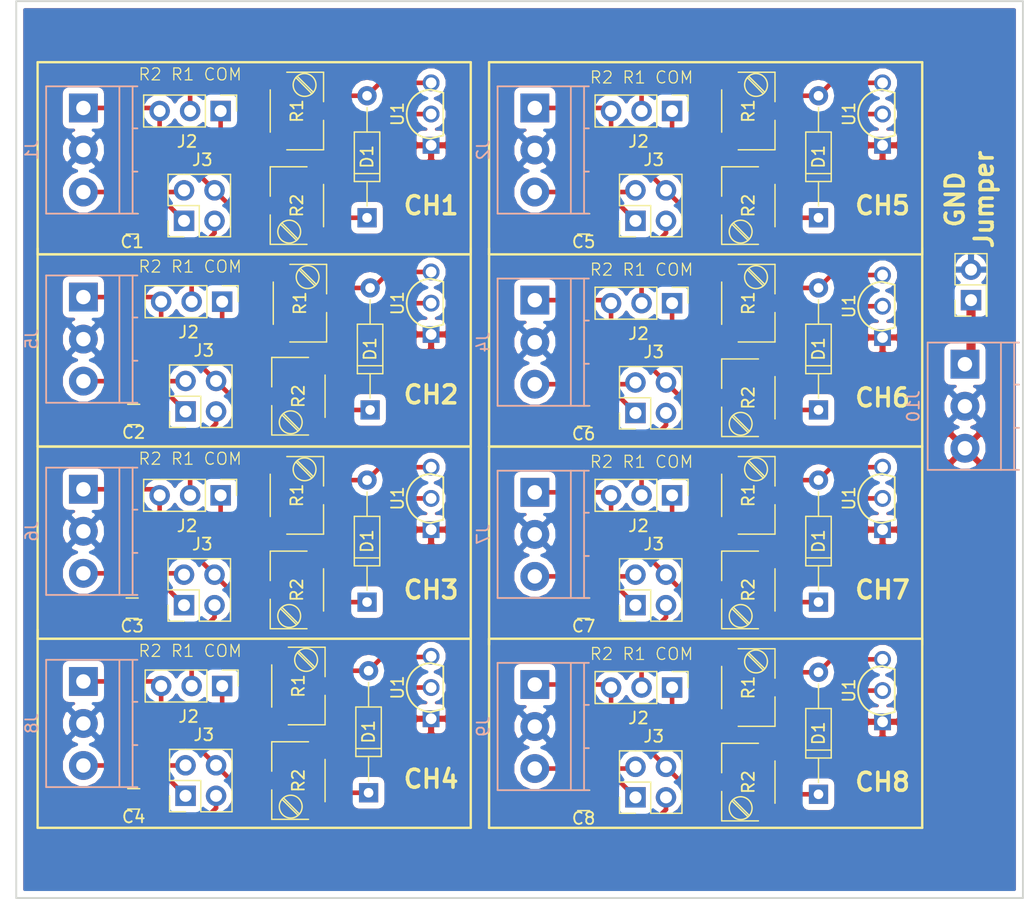
<source format=kicad_pcb>
(kicad_pcb (version 4) (host pcbnew 4.0.6)

  (general
    (links 122)
    (no_connects 0)
    (area 101.524999 25.324999 185.495001 100.151001)
    (thickness 1.6)
    (drawings 110)
    (tracks 294)
    (zones 0)
    (modules 66)
    (nets 52)
  )

  (page A4)
  (layers
    (0 F.Cu signal)
    (31 B.Cu signal)
    (32 B.Adhes user)
    (33 F.Adhes user)
    (34 B.Paste user)
    (35 F.Paste user)
    (36 B.SilkS user)
    (37 F.SilkS user)
    (38 B.Mask user)
    (39 F.Mask user)
    (40 Dwgs.User user)
    (41 Cmts.User user)
    (42 Eco1.User user)
    (43 Eco2.User user)
    (44 Edge.Cuts user)
    (45 Margin user)
    (46 B.CrtYd user)
    (47 F.CrtYd user)
    (48 B.Fab user hide)
    (49 F.Fab user)
  )

  (setup
    (last_trace_width 0.381)
    (trace_clearance 0.1524)
    (zone_clearance 0.508)
    (zone_45_only no)
    (trace_min 0.1524)
    (segment_width 0.2)
    (edge_width 0.15)
    (via_size 0.6858)
    (via_drill 0.3302)
    (via_min_size 0.6858)
    (via_min_drill 0.3302)
    (uvia_size 0.762)
    (uvia_drill 0.508)
    (uvias_allowed no)
    (uvia_min_size 0.19812)
    (uvia_min_drill 0.09906)
    (pcb_text_width 0.3)
    (pcb_text_size 1.5 1.5)
    (mod_edge_width 0.15)
    (mod_text_size 1 1)
    (mod_text_width 0.15)
    (pad_size 2.4 2.4)
    (pad_drill 1.2)
    (pad_to_mask_clearance 0.2)
    (aux_axis_origin 0 0)
    (visible_elements 7FFEFFFF)
    (pcbplotparams
      (layerselection 0x00030_80000001)
      (usegerberextensions false)
      (excludeedgelayer true)
      (linewidth 0.100000)
      (plotframeref false)
      (viasonmask false)
      (mode 1)
      (useauxorigin false)
      (hpglpennumber 1)
      (hpglpenspeed 20)
      (hpglpendiameter 15)
      (hpglpenoverlay 2)
      (psnegative false)
      (psa4output false)
      (plotreference true)
      (plotvalue true)
      (plotinvisibletext false)
      (padsonsilk false)
      (subtractmaskfromsilk false)
      (outputformat 1)
      (mirror false)
      (drillshape 1)
      (scaleselection 1)
      (outputdirectory ""))
  )

  (net 0 "")
  (net 1 "Net-(C1-Pad1)")
  (net 2 "Net-(C1-Pad2)")
  (net 3 "Net-(D1-Pad2)")
  (net 4 GND)
  (net 5 VCC)
  (net 6 Earth)
  (net 7 /Channel1/SENS_CH)
  (net 8 /Channel1/OUT_CH)
  (net 9 "Net-(C2-Pad1)")
  (net 10 "Net-(C2-Pad2)")
  (net 11 /Channel2/SENS_CH)
  (net 12 "Net-(D2-Pad2)")
  (net 13 /Channel2/OUT_CH)
  (net 14 "Net-(C3-Pad1)")
  (net 15 "Net-(C3-Pad2)")
  (net 16 "Net-(C4-Pad1)")
  (net 17 "Net-(C4-Pad2)")
  (net 18 "Net-(C5-Pad1)")
  (net 19 "Net-(C5-Pad2)")
  (net 20 "Net-(C6-Pad1)")
  (net 21 "Net-(C6-Pad2)")
  (net 22 "Net-(C7-Pad1)")
  (net 23 "Net-(C7-Pad2)")
  (net 24 "Net-(C8-Pad1)")
  (net 25 "Net-(C8-Pad2)")
  (net 26 /Channel3/SENS_CH)
  (net 27 "Net-(D3-Pad2)")
  (net 28 /Channel4/SENS_CH)
  (net 29 "Net-(D4-Pad2)")
  (net 30 /Channel5/SENS_CH)
  (net 31 "Net-(D5-Pad2)")
  (net 32 /Channel6/SENS_CH)
  (net 33 "Net-(D6-Pad2)")
  (net 34 /Channel7/SENS_CH)
  (net 35 "Net-(D7-Pad2)")
  (net 36 /Channel8/SENS_CH)
  (net 37 "Net-(D8-Pad2)")
  (net 38 /Channel3/OUT_CH)
  (net 39 /Channel4/OUT_CH)
  (net 40 /Channel5/OUT_CH)
  (net 41 /Channel6/OUT_CH)
  (net 42 /Channel7/OUT_CH)
  (net 43 /Channel8/OUT_CH)
  (net 44 "Net-(J87-Pad1)")
  (net 45 "Net-(J89-Pad1)")
  (net 46 "Net-(J91-Pad1)")
  (net 47 "Net-(J93-Pad1)")
  (net 48 "Net-(J88-Pad1)")
  (net 49 "Net-(J90-Pad1)")
  (net 50 "Net-(J92-Pad1)")
  (net 51 "Net-(J94-Pad1)")

  (net_class Default "This is the default net class."
    (clearance 0.1524)
    (trace_width 0.381)
    (via_dia 0.6858)
    (via_drill 0.3302)
    (uvia_dia 0.762)
    (uvia_drill 0.508)
    (add_net /Channel1/OUT_CH)
    (add_net /Channel1/SENS_CH)
    (add_net /Channel2/OUT_CH)
    (add_net /Channel2/SENS_CH)
    (add_net /Channel3/OUT_CH)
    (add_net /Channel3/SENS_CH)
    (add_net /Channel4/OUT_CH)
    (add_net /Channel4/SENS_CH)
    (add_net /Channel5/OUT_CH)
    (add_net /Channel5/SENS_CH)
    (add_net /Channel6/OUT_CH)
    (add_net /Channel6/SENS_CH)
    (add_net /Channel7/OUT_CH)
    (add_net /Channel7/SENS_CH)
    (add_net /Channel8/OUT_CH)
    (add_net /Channel8/SENS_CH)
    (add_net GND)
    (add_net "Net-(C1-Pad1)")
    (add_net "Net-(C1-Pad2)")
    (add_net "Net-(C2-Pad1)")
    (add_net "Net-(C2-Pad2)")
    (add_net "Net-(C3-Pad1)")
    (add_net "Net-(C3-Pad2)")
    (add_net "Net-(C4-Pad1)")
    (add_net "Net-(C4-Pad2)")
    (add_net "Net-(C5-Pad1)")
    (add_net "Net-(C5-Pad2)")
    (add_net "Net-(C6-Pad1)")
    (add_net "Net-(C6-Pad2)")
    (add_net "Net-(C7-Pad1)")
    (add_net "Net-(C7-Pad2)")
    (add_net "Net-(C8-Pad1)")
    (add_net "Net-(C8-Pad2)")
    (add_net "Net-(D1-Pad2)")
    (add_net "Net-(D2-Pad2)")
    (add_net "Net-(D3-Pad2)")
    (add_net "Net-(D4-Pad2)")
    (add_net "Net-(D5-Pad2)")
    (add_net "Net-(D6-Pad2)")
    (add_net "Net-(D7-Pad2)")
    (add_net "Net-(D8-Pad2)")
    (add_net "Net-(J87-Pad1)")
    (add_net "Net-(J88-Pad1)")
    (add_net "Net-(J89-Pad1)")
    (add_net "Net-(J90-Pad1)")
    (add_net "Net-(J91-Pad1)")
    (add_net "Net-(J92-Pad1)")
    (add_net "Net-(J93-Pad1)")
    (add_net "Net-(J94-Pad1)")
    (add_net VCC)
  )

  (net_class EARTH ""
    (clearance 0.1524)
    (trace_width 0.762)
    (via_dia 0.6858)
    (via_drill 0.3302)
    (uvia_dia 0.762)
    (uvia_drill 0.508)
    (add_net Earth)
  )

  (module "Custom Library:Socket_Strip_Straight_1x03_Pitch2.54mm" (layer F.Cu) (tedit 5972624E) (tstamp 597274B1)
    (at 156.21 82.55 270)
    (descr "Through hole straight socket strip, 1x03, 2.54mm pitch, single row")
    (tags "Through hole socket strip THT 1x03 2.54mm single row")
    (path /5971075E/597221EF)
    (fp_text reference J94 (at 0 -2.33 270) (layer F.SilkS) hide
      (effects (font (size 1 1) (thickness 0.15)))
    )
    (fp_text value R_MEAS (at 0 7.41 270) (layer F.Fab)
      (effects (font (size 1 1) (thickness 0.15)))
    )
    (fp_text user J2 (at 2.54 2.794 360) (layer F.SilkS)
      (effects (font (size 1 1) (thickness 0.15)))
    )
    (fp_line (start -1.27 -1.27) (end -1.27 6.35) (layer F.Fab) (width 0.1))
    (fp_line (start -1.27 6.35) (end 1.27 6.35) (layer F.Fab) (width 0.1))
    (fp_line (start 1.27 6.35) (end 1.27 -1.27) (layer F.Fab) (width 0.1))
    (fp_line (start 1.27 -1.27) (end -1.27 -1.27) (layer F.Fab) (width 0.1))
    (fp_line (start -1.33 1.27) (end -1.33 6.41) (layer F.SilkS) (width 0.12))
    (fp_line (start -1.33 6.41) (end 1.33 6.41) (layer F.SilkS) (width 0.12))
    (fp_line (start 1.33 6.41) (end 1.33 1.27) (layer F.SilkS) (width 0.12))
    (fp_line (start 1.33 1.27) (end -1.33 1.27) (layer F.SilkS) (width 0.12))
    (fp_line (start -1.33 0) (end -1.33 -1.33) (layer F.SilkS) (width 0.12))
    (fp_line (start -1.33 -1.33) (end 0 -1.33) (layer F.SilkS) (width 0.12))
    (fp_line (start -1.8 -1.8) (end -1.8 6.85) (layer F.CrtYd) (width 0.05))
    (fp_line (start -1.8 6.85) (end 1.8 6.85) (layer F.CrtYd) (width 0.05))
    (fp_line (start 1.8 6.85) (end 1.8 -1.8) (layer F.CrtYd) (width 0.05))
    (fp_line (start 1.8 -1.8) (end -1.8 -1.8) (layer F.CrtYd) (width 0.05))
    (fp_text user %R (at 0 -2.33 270) (layer F.Fab) hide
      (effects (font (size 1 1) (thickness 0.15)))
    )
    (pad 1 thru_hole rect (at 0 0 270) (size 1.7 1.7) (drill 1) (layers *.Cu *.Mask)
      (net 51 "Net-(J94-Pad1)"))
    (pad 2 thru_hole oval (at 0 2.54 270) (size 1.7 1.7) (drill 1) (layers *.Cu *.Mask)
      (net 37 "Net-(D8-Pad2)"))
    (pad 3 thru_hole oval (at 0 5.08 270) (size 1.7 1.7) (drill 1) (layers *.Cu *.Mask)
      (net 36 /Channel8/SENS_CH))
    (model ${KISYS3DMOD}/Socket_Strips.3dshapes/Socket_Strip_Straight_1x03_Pitch2.54mm.wrl
      (at (xyz 0 -0.1 0))
      (scale (xyz 1 1 1))
      (rotate (xyz 0 0 270))
    )
  )

  (module "Custom Library:Socket_Strip_Straight_1x03_Pitch2.54mm" (layer F.Cu) (tedit 5972624E) (tstamp 597274AB)
    (at 156.21 66.548 270)
    (descr "Through hole straight socket strip, 1x03, 2.54mm pitch, single row")
    (tags "Through hole socket strip THT 1x03 2.54mm single row")
    (path /59710724/597221EF)
    (fp_text reference J93 (at 0 -2.33 270) (layer F.SilkS) hide
      (effects (font (size 1 1) (thickness 0.15)))
    )
    (fp_text value R_MEAS (at 0 7.41 270) (layer F.Fab)
      (effects (font (size 1 1) (thickness 0.15)))
    )
    (fp_text user J2 (at 2.54 2.794 360) (layer F.SilkS)
      (effects (font (size 1 1) (thickness 0.15)))
    )
    (fp_line (start -1.27 -1.27) (end -1.27 6.35) (layer F.Fab) (width 0.1))
    (fp_line (start -1.27 6.35) (end 1.27 6.35) (layer F.Fab) (width 0.1))
    (fp_line (start 1.27 6.35) (end 1.27 -1.27) (layer F.Fab) (width 0.1))
    (fp_line (start 1.27 -1.27) (end -1.27 -1.27) (layer F.Fab) (width 0.1))
    (fp_line (start -1.33 1.27) (end -1.33 6.41) (layer F.SilkS) (width 0.12))
    (fp_line (start -1.33 6.41) (end 1.33 6.41) (layer F.SilkS) (width 0.12))
    (fp_line (start 1.33 6.41) (end 1.33 1.27) (layer F.SilkS) (width 0.12))
    (fp_line (start 1.33 1.27) (end -1.33 1.27) (layer F.SilkS) (width 0.12))
    (fp_line (start -1.33 0) (end -1.33 -1.33) (layer F.SilkS) (width 0.12))
    (fp_line (start -1.33 -1.33) (end 0 -1.33) (layer F.SilkS) (width 0.12))
    (fp_line (start -1.8 -1.8) (end -1.8 6.85) (layer F.CrtYd) (width 0.05))
    (fp_line (start -1.8 6.85) (end 1.8 6.85) (layer F.CrtYd) (width 0.05))
    (fp_line (start 1.8 6.85) (end 1.8 -1.8) (layer F.CrtYd) (width 0.05))
    (fp_line (start 1.8 -1.8) (end -1.8 -1.8) (layer F.CrtYd) (width 0.05))
    (fp_text user %R (at 0 -2.33 270) (layer F.Fab) hide
      (effects (font (size 1 1) (thickness 0.15)))
    )
    (pad 1 thru_hole rect (at 0 0 270) (size 1.7 1.7) (drill 1) (layers *.Cu *.Mask)
      (net 47 "Net-(J93-Pad1)"))
    (pad 2 thru_hole oval (at 0 2.54 270) (size 1.7 1.7) (drill 1) (layers *.Cu *.Mask)
      (net 35 "Net-(D7-Pad2)"))
    (pad 3 thru_hole oval (at 0 5.08 270) (size 1.7 1.7) (drill 1) (layers *.Cu *.Mask)
      (net 34 /Channel7/SENS_CH))
    (model ${KISYS3DMOD}/Socket_Strips.3dshapes/Socket_Strip_Straight_1x03_Pitch2.54mm.wrl
      (at (xyz 0 -0.1 0))
      (scale (xyz 1 1 1))
      (rotate (xyz 0 0 270))
    )
  )

  (module "Custom Library:Socket_Strip_Straight_1x03_Pitch2.54mm" (layer F.Cu) (tedit 5972624E) (tstamp 597274A5)
    (at 156.21 50.546 270)
    (descr "Through hole straight socket strip, 1x03, 2.54mm pitch, single row")
    (tags "Through hole socket strip THT 1x03 2.54mm single row")
    (path /597106EA/597221EF)
    (fp_text reference J92 (at 0 -2.33 270) (layer F.SilkS) hide
      (effects (font (size 1 1) (thickness 0.15)))
    )
    (fp_text value R_MEAS (at 0 7.41 270) (layer F.Fab)
      (effects (font (size 1 1) (thickness 0.15)))
    )
    (fp_text user J2 (at 2.54 2.794 360) (layer F.SilkS)
      (effects (font (size 1 1) (thickness 0.15)))
    )
    (fp_line (start -1.27 -1.27) (end -1.27 6.35) (layer F.Fab) (width 0.1))
    (fp_line (start -1.27 6.35) (end 1.27 6.35) (layer F.Fab) (width 0.1))
    (fp_line (start 1.27 6.35) (end 1.27 -1.27) (layer F.Fab) (width 0.1))
    (fp_line (start 1.27 -1.27) (end -1.27 -1.27) (layer F.Fab) (width 0.1))
    (fp_line (start -1.33 1.27) (end -1.33 6.41) (layer F.SilkS) (width 0.12))
    (fp_line (start -1.33 6.41) (end 1.33 6.41) (layer F.SilkS) (width 0.12))
    (fp_line (start 1.33 6.41) (end 1.33 1.27) (layer F.SilkS) (width 0.12))
    (fp_line (start 1.33 1.27) (end -1.33 1.27) (layer F.SilkS) (width 0.12))
    (fp_line (start -1.33 0) (end -1.33 -1.33) (layer F.SilkS) (width 0.12))
    (fp_line (start -1.33 -1.33) (end 0 -1.33) (layer F.SilkS) (width 0.12))
    (fp_line (start -1.8 -1.8) (end -1.8 6.85) (layer F.CrtYd) (width 0.05))
    (fp_line (start -1.8 6.85) (end 1.8 6.85) (layer F.CrtYd) (width 0.05))
    (fp_line (start 1.8 6.85) (end 1.8 -1.8) (layer F.CrtYd) (width 0.05))
    (fp_line (start 1.8 -1.8) (end -1.8 -1.8) (layer F.CrtYd) (width 0.05))
    (fp_text user %R (at 0 -2.33 270) (layer F.Fab) hide
      (effects (font (size 1 1) (thickness 0.15)))
    )
    (pad 1 thru_hole rect (at 0 0 270) (size 1.7 1.7) (drill 1) (layers *.Cu *.Mask)
      (net 50 "Net-(J92-Pad1)"))
    (pad 2 thru_hole oval (at 0 2.54 270) (size 1.7 1.7) (drill 1) (layers *.Cu *.Mask)
      (net 33 "Net-(D6-Pad2)"))
    (pad 3 thru_hole oval (at 0 5.08 270) (size 1.7 1.7) (drill 1) (layers *.Cu *.Mask)
      (net 32 /Channel6/SENS_CH))
    (model ${KISYS3DMOD}/Socket_Strips.3dshapes/Socket_Strip_Straight_1x03_Pitch2.54mm.wrl
      (at (xyz 0 -0.1 0))
      (scale (xyz 1 1 1))
      (rotate (xyz 0 0 270))
    )
  )

  (module "Custom Library:Socket_Strip_Straight_1x03_Pitch2.54mm" (layer F.Cu) (tedit 5972624E) (tstamp 5972749F)
    (at 156.21 34.544 270)
    (descr "Through hole straight socket strip, 1x03, 2.54mm pitch, single row")
    (tags "Through hole socket strip THT 1x03 2.54mm single row")
    (path /597106B0/597221EF)
    (fp_text reference J91 (at 0 -2.33 270) (layer F.SilkS) hide
      (effects (font (size 1 1) (thickness 0.15)))
    )
    (fp_text value R_MEAS (at 0 7.41 270) (layer F.Fab)
      (effects (font (size 1 1) (thickness 0.15)))
    )
    (fp_text user J2 (at 2.54 2.794 360) (layer F.SilkS)
      (effects (font (size 1 1) (thickness 0.15)))
    )
    (fp_line (start -1.27 -1.27) (end -1.27 6.35) (layer F.Fab) (width 0.1))
    (fp_line (start -1.27 6.35) (end 1.27 6.35) (layer F.Fab) (width 0.1))
    (fp_line (start 1.27 6.35) (end 1.27 -1.27) (layer F.Fab) (width 0.1))
    (fp_line (start 1.27 -1.27) (end -1.27 -1.27) (layer F.Fab) (width 0.1))
    (fp_line (start -1.33 1.27) (end -1.33 6.41) (layer F.SilkS) (width 0.12))
    (fp_line (start -1.33 6.41) (end 1.33 6.41) (layer F.SilkS) (width 0.12))
    (fp_line (start 1.33 6.41) (end 1.33 1.27) (layer F.SilkS) (width 0.12))
    (fp_line (start 1.33 1.27) (end -1.33 1.27) (layer F.SilkS) (width 0.12))
    (fp_line (start -1.33 0) (end -1.33 -1.33) (layer F.SilkS) (width 0.12))
    (fp_line (start -1.33 -1.33) (end 0 -1.33) (layer F.SilkS) (width 0.12))
    (fp_line (start -1.8 -1.8) (end -1.8 6.85) (layer F.CrtYd) (width 0.05))
    (fp_line (start -1.8 6.85) (end 1.8 6.85) (layer F.CrtYd) (width 0.05))
    (fp_line (start 1.8 6.85) (end 1.8 -1.8) (layer F.CrtYd) (width 0.05))
    (fp_line (start 1.8 -1.8) (end -1.8 -1.8) (layer F.CrtYd) (width 0.05))
    (fp_text user %R (at 0 -2.33 270) (layer F.Fab) hide
      (effects (font (size 1 1) (thickness 0.15)))
    )
    (pad 1 thru_hole rect (at 0 0 270) (size 1.7 1.7) (drill 1) (layers *.Cu *.Mask)
      (net 46 "Net-(J91-Pad1)"))
    (pad 2 thru_hole oval (at 0 2.54 270) (size 1.7 1.7) (drill 1) (layers *.Cu *.Mask)
      (net 31 "Net-(D5-Pad2)"))
    (pad 3 thru_hole oval (at 0 5.08 270) (size 1.7 1.7) (drill 1) (layers *.Cu *.Mask)
      (net 30 /Channel5/SENS_CH))
    (model ${KISYS3DMOD}/Socket_Strips.3dshapes/Socket_Strip_Straight_1x03_Pitch2.54mm.wrl
      (at (xyz 0 -0.1 0))
      (scale (xyz 1 1 1))
      (rotate (xyz 0 0 270))
    )
  )

  (module "Custom Library:Socket_Strip_Straight_1x03_Pitch2.54mm" (layer F.Cu) (tedit 5972624E) (tstamp 59727499)
    (at 118.745 82.423 270)
    (descr "Through hole straight socket strip, 1x03, 2.54mm pitch, single row")
    (tags "Through hole socket strip THT 1x03 2.54mm single row")
    (path /59710422/597221EF)
    (fp_text reference J90 (at 0 -2.33 270) (layer F.SilkS) hide
      (effects (font (size 1 1) (thickness 0.15)))
    )
    (fp_text value R_MEAS (at 0 7.41 270) (layer F.Fab)
      (effects (font (size 1 1) (thickness 0.15)))
    )
    (fp_text user J2 (at 2.54 2.794 360) (layer F.SilkS)
      (effects (font (size 1 1) (thickness 0.15)))
    )
    (fp_line (start -1.27 -1.27) (end -1.27 6.35) (layer F.Fab) (width 0.1))
    (fp_line (start -1.27 6.35) (end 1.27 6.35) (layer F.Fab) (width 0.1))
    (fp_line (start 1.27 6.35) (end 1.27 -1.27) (layer F.Fab) (width 0.1))
    (fp_line (start 1.27 -1.27) (end -1.27 -1.27) (layer F.Fab) (width 0.1))
    (fp_line (start -1.33 1.27) (end -1.33 6.41) (layer F.SilkS) (width 0.12))
    (fp_line (start -1.33 6.41) (end 1.33 6.41) (layer F.SilkS) (width 0.12))
    (fp_line (start 1.33 6.41) (end 1.33 1.27) (layer F.SilkS) (width 0.12))
    (fp_line (start 1.33 1.27) (end -1.33 1.27) (layer F.SilkS) (width 0.12))
    (fp_line (start -1.33 0) (end -1.33 -1.33) (layer F.SilkS) (width 0.12))
    (fp_line (start -1.33 -1.33) (end 0 -1.33) (layer F.SilkS) (width 0.12))
    (fp_line (start -1.8 -1.8) (end -1.8 6.85) (layer F.CrtYd) (width 0.05))
    (fp_line (start -1.8 6.85) (end 1.8 6.85) (layer F.CrtYd) (width 0.05))
    (fp_line (start 1.8 6.85) (end 1.8 -1.8) (layer F.CrtYd) (width 0.05))
    (fp_line (start 1.8 -1.8) (end -1.8 -1.8) (layer F.CrtYd) (width 0.05))
    (fp_text user %R (at 0 -2.33 270) (layer F.Fab) hide
      (effects (font (size 1 1) (thickness 0.15)))
    )
    (pad 1 thru_hole rect (at 0 0 270) (size 1.7 1.7) (drill 1) (layers *.Cu *.Mask)
      (net 49 "Net-(J90-Pad1)"))
    (pad 2 thru_hole oval (at 0 2.54 270) (size 1.7 1.7) (drill 1) (layers *.Cu *.Mask)
      (net 29 "Net-(D4-Pad2)"))
    (pad 3 thru_hole oval (at 0 5.08 270) (size 1.7 1.7) (drill 1) (layers *.Cu *.Mask)
      (net 28 /Channel4/SENS_CH))
    (model ${KISYS3DMOD}/Socket_Strips.3dshapes/Socket_Strip_Straight_1x03_Pitch2.54mm.wrl
      (at (xyz 0 -0.1 0))
      (scale (xyz 1 1 1))
      (rotate (xyz 0 0 270))
    )
  )

  (module "Custom Library:Socket_Strip_Straight_1x03_Pitch2.54mm" (layer F.Cu) (tedit 5972624E) (tstamp 59727493)
    (at 118.618 66.548 270)
    (descr "Through hole straight socket strip, 1x03, 2.54mm pitch, single row")
    (tags "Through hole socket strip THT 1x03 2.54mm single row")
    (path /597103E8/597221EF)
    (fp_text reference J89 (at 0 -2.33 270) (layer F.SilkS) hide
      (effects (font (size 1 1) (thickness 0.15)))
    )
    (fp_text value R_MEAS (at 0 7.41 270) (layer F.Fab)
      (effects (font (size 1 1) (thickness 0.15)))
    )
    (fp_text user J2 (at 2.54 2.794 360) (layer F.SilkS)
      (effects (font (size 1 1) (thickness 0.15)))
    )
    (fp_line (start -1.27 -1.27) (end -1.27 6.35) (layer F.Fab) (width 0.1))
    (fp_line (start -1.27 6.35) (end 1.27 6.35) (layer F.Fab) (width 0.1))
    (fp_line (start 1.27 6.35) (end 1.27 -1.27) (layer F.Fab) (width 0.1))
    (fp_line (start 1.27 -1.27) (end -1.27 -1.27) (layer F.Fab) (width 0.1))
    (fp_line (start -1.33 1.27) (end -1.33 6.41) (layer F.SilkS) (width 0.12))
    (fp_line (start -1.33 6.41) (end 1.33 6.41) (layer F.SilkS) (width 0.12))
    (fp_line (start 1.33 6.41) (end 1.33 1.27) (layer F.SilkS) (width 0.12))
    (fp_line (start 1.33 1.27) (end -1.33 1.27) (layer F.SilkS) (width 0.12))
    (fp_line (start -1.33 0) (end -1.33 -1.33) (layer F.SilkS) (width 0.12))
    (fp_line (start -1.33 -1.33) (end 0 -1.33) (layer F.SilkS) (width 0.12))
    (fp_line (start -1.8 -1.8) (end -1.8 6.85) (layer F.CrtYd) (width 0.05))
    (fp_line (start -1.8 6.85) (end 1.8 6.85) (layer F.CrtYd) (width 0.05))
    (fp_line (start 1.8 6.85) (end 1.8 -1.8) (layer F.CrtYd) (width 0.05))
    (fp_line (start 1.8 -1.8) (end -1.8 -1.8) (layer F.CrtYd) (width 0.05))
    (fp_text user %R (at 0 -2.33 270) (layer F.Fab) hide
      (effects (font (size 1 1) (thickness 0.15)))
    )
    (pad 1 thru_hole rect (at 0 0 270) (size 1.7 1.7) (drill 1) (layers *.Cu *.Mask)
      (net 45 "Net-(J89-Pad1)"))
    (pad 2 thru_hole oval (at 0 2.54 270) (size 1.7 1.7) (drill 1) (layers *.Cu *.Mask)
      (net 27 "Net-(D3-Pad2)"))
    (pad 3 thru_hole oval (at 0 5.08 270) (size 1.7 1.7) (drill 1) (layers *.Cu *.Mask)
      (net 26 /Channel3/SENS_CH))
    (model ${KISYS3DMOD}/Socket_Strips.3dshapes/Socket_Strip_Straight_1x03_Pitch2.54mm.wrl
      (at (xyz 0 -0.1 0))
      (scale (xyz 1 1 1))
      (rotate (xyz 0 0 270))
    )
  )

  (module "Custom Library:Socket_Strip_Straight_1x03_Pitch2.54mm" (layer F.Cu) (tedit 5972624E) (tstamp 5972748D)
    (at 118.745 50.419 270)
    (descr "Through hole straight socket strip, 1x03, 2.54mm pitch, single row")
    (tags "Through hole socket strip THT 1x03 2.54mm single row")
    (path /5970D81B/597221EF)
    (fp_text reference J88 (at 0 -2.33 270) (layer F.SilkS) hide
      (effects (font (size 1 1) (thickness 0.15)))
    )
    (fp_text value R_MEAS (at 0 7.41 270) (layer F.Fab)
      (effects (font (size 1 1) (thickness 0.15)))
    )
    (fp_text user J2 (at 2.54 2.794 360) (layer F.SilkS)
      (effects (font (size 1 1) (thickness 0.15)))
    )
    (fp_line (start -1.27 -1.27) (end -1.27 6.35) (layer F.Fab) (width 0.1))
    (fp_line (start -1.27 6.35) (end 1.27 6.35) (layer F.Fab) (width 0.1))
    (fp_line (start 1.27 6.35) (end 1.27 -1.27) (layer F.Fab) (width 0.1))
    (fp_line (start 1.27 -1.27) (end -1.27 -1.27) (layer F.Fab) (width 0.1))
    (fp_line (start -1.33 1.27) (end -1.33 6.41) (layer F.SilkS) (width 0.12))
    (fp_line (start -1.33 6.41) (end 1.33 6.41) (layer F.SilkS) (width 0.12))
    (fp_line (start 1.33 6.41) (end 1.33 1.27) (layer F.SilkS) (width 0.12))
    (fp_line (start 1.33 1.27) (end -1.33 1.27) (layer F.SilkS) (width 0.12))
    (fp_line (start -1.33 0) (end -1.33 -1.33) (layer F.SilkS) (width 0.12))
    (fp_line (start -1.33 -1.33) (end 0 -1.33) (layer F.SilkS) (width 0.12))
    (fp_line (start -1.8 -1.8) (end -1.8 6.85) (layer F.CrtYd) (width 0.05))
    (fp_line (start -1.8 6.85) (end 1.8 6.85) (layer F.CrtYd) (width 0.05))
    (fp_line (start 1.8 6.85) (end 1.8 -1.8) (layer F.CrtYd) (width 0.05))
    (fp_line (start 1.8 -1.8) (end -1.8 -1.8) (layer F.CrtYd) (width 0.05))
    (fp_text user %R (at 0 -2.33 270) (layer F.Fab) hide
      (effects (font (size 1 1) (thickness 0.15)))
    )
    (pad 1 thru_hole rect (at 0 0 270) (size 1.7 1.7) (drill 1) (layers *.Cu *.Mask)
      (net 48 "Net-(J88-Pad1)"))
    (pad 2 thru_hole oval (at 0 2.54 270) (size 1.7 1.7) (drill 1) (layers *.Cu *.Mask)
      (net 12 "Net-(D2-Pad2)"))
    (pad 3 thru_hole oval (at 0 5.08 270) (size 1.7 1.7) (drill 1) (layers *.Cu *.Mask)
      (net 11 /Channel2/SENS_CH))
    (model ${KISYS3DMOD}/Socket_Strips.3dshapes/Socket_Strip_Straight_1x03_Pitch2.54mm.wrl
      (at (xyz 0 -0.1 0))
      (scale (xyz 1 1 1))
      (rotate (xyz 0 0 270))
    )
  )

  (module "Custom Library:Socket_Strip_Straight_1x03_Pitch2.54mm" (layer F.Cu) (tedit 5972624E) (tstamp 59727487)
    (at 118.618 34.544 270)
    (descr "Through hole straight socket strip, 1x03, 2.54mm pitch, single row")
    (tags "Through hole socket strip THT 1x03 2.54mm single row")
    (path /596FA260/597221EF)
    (fp_text reference J87 (at 0 -2.33 270) (layer F.SilkS) hide
      (effects (font (size 1 1) (thickness 0.15)))
    )
    (fp_text value R_MEAS (at 0 7.41 270) (layer F.Fab)
      (effects (font (size 1 1) (thickness 0.15)))
    )
    (fp_text user J2 (at 2.54 2.794 360) (layer F.SilkS)
      (effects (font (size 1 1) (thickness 0.15)))
    )
    (fp_line (start -1.27 -1.27) (end -1.27 6.35) (layer F.Fab) (width 0.1))
    (fp_line (start -1.27 6.35) (end 1.27 6.35) (layer F.Fab) (width 0.1))
    (fp_line (start 1.27 6.35) (end 1.27 -1.27) (layer F.Fab) (width 0.1))
    (fp_line (start 1.27 -1.27) (end -1.27 -1.27) (layer F.Fab) (width 0.1))
    (fp_line (start -1.33 1.27) (end -1.33 6.41) (layer F.SilkS) (width 0.12))
    (fp_line (start -1.33 6.41) (end 1.33 6.41) (layer F.SilkS) (width 0.12))
    (fp_line (start 1.33 6.41) (end 1.33 1.27) (layer F.SilkS) (width 0.12))
    (fp_line (start 1.33 1.27) (end -1.33 1.27) (layer F.SilkS) (width 0.12))
    (fp_line (start -1.33 0) (end -1.33 -1.33) (layer F.SilkS) (width 0.12))
    (fp_line (start -1.33 -1.33) (end 0 -1.33) (layer F.SilkS) (width 0.12))
    (fp_line (start -1.8 -1.8) (end -1.8 6.85) (layer F.CrtYd) (width 0.05))
    (fp_line (start -1.8 6.85) (end 1.8 6.85) (layer F.CrtYd) (width 0.05))
    (fp_line (start 1.8 6.85) (end 1.8 -1.8) (layer F.CrtYd) (width 0.05))
    (fp_line (start 1.8 -1.8) (end -1.8 -1.8) (layer F.CrtYd) (width 0.05))
    (fp_text user %R (at 0 -2.33 270) (layer F.Fab) hide
      (effects (font (size 1 1) (thickness 0.15)))
    )
    (pad 1 thru_hole rect (at 0 0 270) (size 1.7 1.7) (drill 1) (layers *.Cu *.Mask)
      (net 44 "Net-(J87-Pad1)"))
    (pad 2 thru_hole oval (at 0 2.54 270) (size 1.7 1.7) (drill 1) (layers *.Cu *.Mask)
      (net 3 "Net-(D1-Pad2)"))
    (pad 3 thru_hole oval (at 0 5.08 270) (size 1.7 1.7) (drill 1) (layers *.Cu *.Mask)
      (net 7 /Channel1/SENS_CH))
    (model ${KISYS3DMOD}/Socket_Strips.3dshapes/Socket_Strip_Straight_1x03_Pitch2.54mm.wrl
      (at (xyz 0 -0.1 0))
      (scale (xyz 1 1 1))
      (rotate (xyz 0 0 270))
    )
  )

  (module "Custom Library:Pin_Header_Straight_2x01_Pitch2.54mm" (layer F.Cu) (tedit 597231FC) (tstamp 59727302)
    (at 181.102 50.292 90)
    (descr "Through hole straight pin header, 2x01, 2.54mm pitch, double rows")
    (tags "Through hole pin header THT 2x01 2.54mm double row")
    (path /5963EDC5)
    (fp_text reference J3 (at 6.096 0 90) (layer B.SilkS) hide
      (effects (font (size 1 1) (thickness 0.15)) (justify mirror))
    )
    (fp_text value "Ground Isolation Switch" (at 1.27 2.33 90) (layer F.Fab)
      (effects (font (size 1 1) (thickness 0.15)))
    )
    (fp_line (start 0 -1.27) (end 3.81 -1.27) (layer F.Fab) (width 0.1))
    (fp_line (start 3.81 -1.27) (end 3.81 1.27) (layer F.Fab) (width 0.1))
    (fp_line (start 3.81 1.27) (end -1.27 1.27) (layer F.Fab) (width 0.1))
    (fp_line (start -1.27 1.27) (end -1.27 0) (layer F.Fab) (width 0.1))
    (fp_line (start -1.27 0) (end 0 -1.27) (layer F.Fab) (width 0.1))
    (fp_line (start -1.33 1.33) (end 3.87 1.33) (layer F.SilkS) (width 0.12))
    (fp_line (start -1.33 1.27) (end -1.33 1.33) (layer F.SilkS) (width 0.12))
    (fp_line (start 3.87 -1.33) (end 3.87 1.33) (layer F.SilkS) (width 0.12))
    (fp_line (start -1.33 1.27) (end 1.27 1.27) (layer F.SilkS) (width 0.12))
    (fp_line (start 1.27 1.27) (end 1.27 -1.33) (layer F.SilkS) (width 0.12))
    (fp_line (start 1.27 -1.33) (end 3.87 -1.33) (layer F.SilkS) (width 0.12))
    (fp_line (start -1.33 0) (end -1.33 -1.33) (layer F.SilkS) (width 0.12))
    (fp_line (start -1.33 -1.33) (end 0 -1.33) (layer F.SilkS) (width 0.12))
    (fp_line (start -1.8 -1.8) (end -1.8 1.8) (layer F.CrtYd) (width 0.05))
    (fp_line (start -1.8 1.8) (end 4.35 1.8) (layer F.CrtYd) (width 0.05))
    (fp_line (start 4.35 1.8) (end 4.35 -1.8) (layer F.CrtYd) (width 0.05))
    (fp_line (start 4.35 -1.8) (end -1.8 -1.8) (layer F.CrtYd) (width 0.05))
    (fp_text user %R (at 1.27 0 180) (layer F.Fab)
      (effects (font (size 1 1) (thickness 0.15)))
    )
    (pad 1 thru_hole rect (at 0 0 90) (size 1.7 1.7) (drill 1) (layers *.Cu *.Mask)
      (net 6 Earth))
    (pad 2 thru_hole oval (at 2.54 0 90) (size 1.7 1.7) (drill 1) (layers *.Cu *.Mask)
      (net 4 GND))
    (model ${KISYS3DMOD}/Pin_Headers.3dshapes/Pin_Header_Straight_2x01_Pitch2.54mm.wrl
      (at (xyz 0.05 0 0))
      (scale (xyz 1 1 1))
      (rotate (xyz 0 0 90))
    )
  )

  (module "Custom Library:C_0805" (layer F.Cu) (tedit 58AA8463) (tstamp 597272D5)
    (at 148.844 91.948 180)
    (descr "Capacitor SMD 0805, reflow soldering, AVX (see smccp.pdf)")
    (tags "capacitor 0805")
    (path /5971075E/596FA50C)
    (attr smd)
    (fp_text reference C8 (at 0 -1.5 180) (layer F.SilkS)
      (effects (font (size 1 1) (thickness 0.15)))
    )
    (fp_text value "10uF GRM219R60J106KE19D" (at 0 1.75 180) (layer F.Fab)
      (effects (font (size 1 1) (thickness 0.15)))
    )
    (fp_text user %R (at 0 -1.5 180) (layer F.Fab)
      (effects (font (size 1 1) (thickness 0.15)))
    )
    (fp_line (start -1 0.62) (end -1 -0.62) (layer F.Fab) (width 0.1))
    (fp_line (start 1 0.62) (end -1 0.62) (layer F.Fab) (width 0.1))
    (fp_line (start 1 -0.62) (end 1 0.62) (layer F.Fab) (width 0.1))
    (fp_line (start -1 -0.62) (end 1 -0.62) (layer F.Fab) (width 0.1))
    (fp_line (start 0.5 -0.85) (end -0.5 -0.85) (layer F.SilkS) (width 0.12))
    (fp_line (start -0.5 0.85) (end 0.5 0.85) (layer F.SilkS) (width 0.12))
    (fp_line (start -1.75 -0.88) (end 1.75 -0.88) (layer F.CrtYd) (width 0.05))
    (fp_line (start -1.75 -0.88) (end -1.75 0.87) (layer F.CrtYd) (width 0.05))
    (fp_line (start 1.75 0.87) (end 1.75 -0.88) (layer F.CrtYd) (width 0.05))
    (fp_line (start 1.75 0.87) (end -1.75 0.87) (layer F.CrtYd) (width 0.05))
    (pad 1 smd rect (at -1 0 180) (size 1 1.25) (layers F.Cu F.Paste F.Mask)
      (net 24 "Net-(C8-Pad1)"))
    (pad 2 smd rect (at 1 0 180) (size 1 1.25) (layers F.Cu F.Paste F.Mask)
      (net 25 "Net-(C8-Pad2)"))
    (model Capacitors_SMD.3dshapes/C_0805.wrl
      (at (xyz 0 0 0))
      (scale (xyz 1 1 1))
      (rotate (xyz 0 0 0))
    )
  )

  (module "Custom Library:C_0805" (layer F.Cu) (tedit 58AA8463) (tstamp 597272D0)
    (at 148.844 75.946 180)
    (descr "Capacitor SMD 0805, reflow soldering, AVX (see smccp.pdf)")
    (tags "capacitor 0805")
    (path /59710724/596FA50C)
    (attr smd)
    (fp_text reference C7 (at 0 -1.5 180) (layer F.SilkS)
      (effects (font (size 1 1) (thickness 0.15)))
    )
    (fp_text value "10uF GRM219R60J106KE19D" (at 0 1.75 180) (layer F.Fab)
      (effects (font (size 1 1) (thickness 0.15)))
    )
    (fp_text user %R (at 0 -1.5 180) (layer F.Fab)
      (effects (font (size 1 1) (thickness 0.15)))
    )
    (fp_line (start -1 0.62) (end -1 -0.62) (layer F.Fab) (width 0.1))
    (fp_line (start 1 0.62) (end -1 0.62) (layer F.Fab) (width 0.1))
    (fp_line (start 1 -0.62) (end 1 0.62) (layer F.Fab) (width 0.1))
    (fp_line (start -1 -0.62) (end 1 -0.62) (layer F.Fab) (width 0.1))
    (fp_line (start 0.5 -0.85) (end -0.5 -0.85) (layer F.SilkS) (width 0.12))
    (fp_line (start -0.5 0.85) (end 0.5 0.85) (layer F.SilkS) (width 0.12))
    (fp_line (start -1.75 -0.88) (end 1.75 -0.88) (layer F.CrtYd) (width 0.05))
    (fp_line (start -1.75 -0.88) (end -1.75 0.87) (layer F.CrtYd) (width 0.05))
    (fp_line (start 1.75 0.87) (end 1.75 -0.88) (layer F.CrtYd) (width 0.05))
    (fp_line (start 1.75 0.87) (end -1.75 0.87) (layer F.CrtYd) (width 0.05))
    (pad 1 smd rect (at -1 0 180) (size 1 1.25) (layers F.Cu F.Paste F.Mask)
      (net 22 "Net-(C7-Pad1)"))
    (pad 2 smd rect (at 1 0 180) (size 1 1.25) (layers F.Cu F.Paste F.Mask)
      (net 23 "Net-(C7-Pad2)"))
    (model Capacitors_SMD.3dshapes/C_0805.wrl
      (at (xyz 0 0 0))
      (scale (xyz 1 1 1))
      (rotate (xyz 0 0 0))
    )
  )

  (module "Custom Library:C_0805" (layer F.Cu) (tedit 58AA8463) (tstamp 597272CB)
    (at 148.844 59.944 180)
    (descr "Capacitor SMD 0805, reflow soldering, AVX (see smccp.pdf)")
    (tags "capacitor 0805")
    (path /597106EA/596FA50C)
    (attr smd)
    (fp_text reference C6 (at 0 -1.5 180) (layer F.SilkS)
      (effects (font (size 1 1) (thickness 0.15)))
    )
    (fp_text value "10uF GRM219R60J106KE19D" (at 0 1.75 180) (layer F.Fab)
      (effects (font (size 1 1) (thickness 0.15)))
    )
    (fp_text user %R (at 0 -1.5 180) (layer F.Fab)
      (effects (font (size 1 1) (thickness 0.15)))
    )
    (fp_line (start -1 0.62) (end -1 -0.62) (layer F.Fab) (width 0.1))
    (fp_line (start 1 0.62) (end -1 0.62) (layer F.Fab) (width 0.1))
    (fp_line (start 1 -0.62) (end 1 0.62) (layer F.Fab) (width 0.1))
    (fp_line (start -1 -0.62) (end 1 -0.62) (layer F.Fab) (width 0.1))
    (fp_line (start 0.5 -0.85) (end -0.5 -0.85) (layer F.SilkS) (width 0.12))
    (fp_line (start -0.5 0.85) (end 0.5 0.85) (layer F.SilkS) (width 0.12))
    (fp_line (start -1.75 -0.88) (end 1.75 -0.88) (layer F.CrtYd) (width 0.05))
    (fp_line (start -1.75 -0.88) (end -1.75 0.87) (layer F.CrtYd) (width 0.05))
    (fp_line (start 1.75 0.87) (end 1.75 -0.88) (layer F.CrtYd) (width 0.05))
    (fp_line (start 1.75 0.87) (end -1.75 0.87) (layer F.CrtYd) (width 0.05))
    (pad 1 smd rect (at -1 0 180) (size 1 1.25) (layers F.Cu F.Paste F.Mask)
      (net 20 "Net-(C6-Pad1)"))
    (pad 2 smd rect (at 1 0 180) (size 1 1.25) (layers F.Cu F.Paste F.Mask)
      (net 21 "Net-(C6-Pad2)"))
    (model Capacitors_SMD.3dshapes/C_0805.wrl
      (at (xyz 0 0 0))
      (scale (xyz 1 1 1))
      (rotate (xyz 0 0 0))
    )
  )

  (module "Custom Library:C_0805" (layer F.Cu) (tedit 58AA8463) (tstamp 597272C6)
    (at 148.844 43.942 180)
    (descr "Capacitor SMD 0805, reflow soldering, AVX (see smccp.pdf)")
    (tags "capacitor 0805")
    (path /597106B0/596FA50C)
    (attr smd)
    (fp_text reference C5 (at 0 -1.5 180) (layer F.SilkS)
      (effects (font (size 1 1) (thickness 0.15)))
    )
    (fp_text value "10uF GRM219R60J106KE19D" (at 0 1.75 180) (layer F.Fab)
      (effects (font (size 1 1) (thickness 0.15)))
    )
    (fp_text user %R (at 0 -1.5 180) (layer F.Fab)
      (effects (font (size 1 1) (thickness 0.15)))
    )
    (fp_line (start -1 0.62) (end -1 -0.62) (layer F.Fab) (width 0.1))
    (fp_line (start 1 0.62) (end -1 0.62) (layer F.Fab) (width 0.1))
    (fp_line (start 1 -0.62) (end 1 0.62) (layer F.Fab) (width 0.1))
    (fp_line (start -1 -0.62) (end 1 -0.62) (layer F.Fab) (width 0.1))
    (fp_line (start 0.5 -0.85) (end -0.5 -0.85) (layer F.SilkS) (width 0.12))
    (fp_line (start -0.5 0.85) (end 0.5 0.85) (layer F.SilkS) (width 0.12))
    (fp_line (start -1.75 -0.88) (end 1.75 -0.88) (layer F.CrtYd) (width 0.05))
    (fp_line (start -1.75 -0.88) (end -1.75 0.87) (layer F.CrtYd) (width 0.05))
    (fp_line (start 1.75 0.87) (end 1.75 -0.88) (layer F.CrtYd) (width 0.05))
    (fp_line (start 1.75 0.87) (end -1.75 0.87) (layer F.CrtYd) (width 0.05))
    (pad 1 smd rect (at -1 0 180) (size 1 1.25) (layers F.Cu F.Paste F.Mask)
      (net 18 "Net-(C5-Pad1)"))
    (pad 2 smd rect (at 1 0 180) (size 1 1.25) (layers F.Cu F.Paste F.Mask)
      (net 19 "Net-(C5-Pad2)"))
    (model Capacitors_SMD.3dshapes/C_0805.wrl
      (at (xyz 0 0 0))
      (scale (xyz 1 1 1))
      (rotate (xyz 0 0 0))
    )
  )

  (module "Custom Library:C_0805" (layer F.Cu) (tedit 58AA8463) (tstamp 597272C1)
    (at 111.379 91.821 180)
    (descr "Capacitor SMD 0805, reflow soldering, AVX (see smccp.pdf)")
    (tags "capacitor 0805")
    (path /59710422/596FA50C)
    (attr smd)
    (fp_text reference C4 (at 0 -1.5 180) (layer F.SilkS)
      (effects (font (size 1 1) (thickness 0.15)))
    )
    (fp_text value "10uF GRM219R60J106KE19D" (at 0 1.75 180) (layer F.Fab)
      (effects (font (size 1 1) (thickness 0.15)))
    )
    (fp_text user %R (at 0 -1.5 180) (layer F.Fab)
      (effects (font (size 1 1) (thickness 0.15)))
    )
    (fp_line (start -1 0.62) (end -1 -0.62) (layer F.Fab) (width 0.1))
    (fp_line (start 1 0.62) (end -1 0.62) (layer F.Fab) (width 0.1))
    (fp_line (start 1 -0.62) (end 1 0.62) (layer F.Fab) (width 0.1))
    (fp_line (start -1 -0.62) (end 1 -0.62) (layer F.Fab) (width 0.1))
    (fp_line (start 0.5 -0.85) (end -0.5 -0.85) (layer F.SilkS) (width 0.12))
    (fp_line (start -0.5 0.85) (end 0.5 0.85) (layer F.SilkS) (width 0.12))
    (fp_line (start -1.75 -0.88) (end 1.75 -0.88) (layer F.CrtYd) (width 0.05))
    (fp_line (start -1.75 -0.88) (end -1.75 0.87) (layer F.CrtYd) (width 0.05))
    (fp_line (start 1.75 0.87) (end 1.75 -0.88) (layer F.CrtYd) (width 0.05))
    (fp_line (start 1.75 0.87) (end -1.75 0.87) (layer F.CrtYd) (width 0.05))
    (pad 1 smd rect (at -1 0 180) (size 1 1.25) (layers F.Cu F.Paste F.Mask)
      (net 16 "Net-(C4-Pad1)"))
    (pad 2 smd rect (at 1 0 180) (size 1 1.25) (layers F.Cu F.Paste F.Mask)
      (net 17 "Net-(C4-Pad2)"))
    (model Capacitors_SMD.3dshapes/C_0805.wrl
      (at (xyz 0 0 0))
      (scale (xyz 1 1 1))
      (rotate (xyz 0 0 0))
    )
  )

  (module "Custom Library:C_0805" (layer F.Cu) (tedit 58AA8463) (tstamp 597272BC)
    (at 111.252 75.946 180)
    (descr "Capacitor SMD 0805, reflow soldering, AVX (see smccp.pdf)")
    (tags "capacitor 0805")
    (path /597103E8/596FA50C)
    (attr smd)
    (fp_text reference C3 (at 0 -1.5 180) (layer F.SilkS)
      (effects (font (size 1 1) (thickness 0.15)))
    )
    (fp_text value "10uF GRM219R60J106KE19D" (at 0 1.75 180) (layer F.Fab)
      (effects (font (size 1 1) (thickness 0.15)))
    )
    (fp_text user %R (at 0 -1.5 180) (layer F.Fab)
      (effects (font (size 1 1) (thickness 0.15)))
    )
    (fp_line (start -1 0.62) (end -1 -0.62) (layer F.Fab) (width 0.1))
    (fp_line (start 1 0.62) (end -1 0.62) (layer F.Fab) (width 0.1))
    (fp_line (start 1 -0.62) (end 1 0.62) (layer F.Fab) (width 0.1))
    (fp_line (start -1 -0.62) (end 1 -0.62) (layer F.Fab) (width 0.1))
    (fp_line (start 0.5 -0.85) (end -0.5 -0.85) (layer F.SilkS) (width 0.12))
    (fp_line (start -0.5 0.85) (end 0.5 0.85) (layer F.SilkS) (width 0.12))
    (fp_line (start -1.75 -0.88) (end 1.75 -0.88) (layer F.CrtYd) (width 0.05))
    (fp_line (start -1.75 -0.88) (end -1.75 0.87) (layer F.CrtYd) (width 0.05))
    (fp_line (start 1.75 0.87) (end 1.75 -0.88) (layer F.CrtYd) (width 0.05))
    (fp_line (start 1.75 0.87) (end -1.75 0.87) (layer F.CrtYd) (width 0.05))
    (pad 1 smd rect (at -1 0 180) (size 1 1.25) (layers F.Cu F.Paste F.Mask)
      (net 14 "Net-(C3-Pad1)"))
    (pad 2 smd rect (at 1 0 180) (size 1 1.25) (layers F.Cu F.Paste F.Mask)
      (net 15 "Net-(C3-Pad2)"))
    (model Capacitors_SMD.3dshapes/C_0805.wrl
      (at (xyz 0 0 0))
      (scale (xyz 1 1 1))
      (rotate (xyz 0 0 0))
    )
  )

  (module "Custom Library:C_0805" (layer F.Cu) (tedit 58AA8463) (tstamp 597272B7)
    (at 111.379 59.817 180)
    (descr "Capacitor SMD 0805, reflow soldering, AVX (see smccp.pdf)")
    (tags "capacitor 0805")
    (path /5970D81B/596FA50C)
    (attr smd)
    (fp_text reference C2 (at 0 -1.5 180) (layer F.SilkS)
      (effects (font (size 1 1) (thickness 0.15)))
    )
    (fp_text value "10uF GRM219R60J106KE19D" (at 0 1.75 180) (layer F.Fab)
      (effects (font (size 1 1) (thickness 0.15)))
    )
    (fp_text user %R (at 0 -1.5 180) (layer F.Fab)
      (effects (font (size 1 1) (thickness 0.15)))
    )
    (fp_line (start -1 0.62) (end -1 -0.62) (layer F.Fab) (width 0.1))
    (fp_line (start 1 0.62) (end -1 0.62) (layer F.Fab) (width 0.1))
    (fp_line (start 1 -0.62) (end 1 0.62) (layer F.Fab) (width 0.1))
    (fp_line (start -1 -0.62) (end 1 -0.62) (layer F.Fab) (width 0.1))
    (fp_line (start 0.5 -0.85) (end -0.5 -0.85) (layer F.SilkS) (width 0.12))
    (fp_line (start -0.5 0.85) (end 0.5 0.85) (layer F.SilkS) (width 0.12))
    (fp_line (start -1.75 -0.88) (end 1.75 -0.88) (layer F.CrtYd) (width 0.05))
    (fp_line (start -1.75 -0.88) (end -1.75 0.87) (layer F.CrtYd) (width 0.05))
    (fp_line (start 1.75 0.87) (end 1.75 -0.88) (layer F.CrtYd) (width 0.05))
    (fp_line (start 1.75 0.87) (end -1.75 0.87) (layer F.CrtYd) (width 0.05))
    (pad 1 smd rect (at -1 0 180) (size 1 1.25) (layers F.Cu F.Paste F.Mask)
      (net 9 "Net-(C2-Pad1)"))
    (pad 2 smd rect (at 1 0 180) (size 1 1.25) (layers F.Cu F.Paste F.Mask)
      (net 10 "Net-(C2-Pad2)"))
    (model Capacitors_SMD.3dshapes/C_0805.wrl
      (at (xyz 0 0 0))
      (scale (xyz 1 1 1))
      (rotate (xyz 0 0 0))
    )
  )

  (module "Custom Library:C_0805" (layer F.Cu) (tedit 58AA8463) (tstamp 597272B2)
    (at 111.252 43.942 180)
    (descr "Capacitor SMD 0805, reflow soldering, AVX (see smccp.pdf)")
    (tags "capacitor 0805")
    (path /596FA260/596FA50C)
    (attr smd)
    (fp_text reference C1 (at 0 -1.5 180) (layer F.SilkS)
      (effects (font (size 1 1) (thickness 0.15)))
    )
    (fp_text value "10uF GRM219R60J106KE19D" (at 0 1.75 180) (layer F.Fab)
      (effects (font (size 1 1) (thickness 0.15)))
    )
    (fp_text user %R (at 0 -1.5 180) (layer F.Fab)
      (effects (font (size 1 1) (thickness 0.15)))
    )
    (fp_line (start -1 0.62) (end -1 -0.62) (layer F.Fab) (width 0.1))
    (fp_line (start 1 0.62) (end -1 0.62) (layer F.Fab) (width 0.1))
    (fp_line (start 1 -0.62) (end 1 0.62) (layer F.Fab) (width 0.1))
    (fp_line (start -1 -0.62) (end 1 -0.62) (layer F.Fab) (width 0.1))
    (fp_line (start 0.5 -0.85) (end -0.5 -0.85) (layer F.SilkS) (width 0.12))
    (fp_line (start -0.5 0.85) (end 0.5 0.85) (layer F.SilkS) (width 0.12))
    (fp_line (start -1.75 -0.88) (end 1.75 -0.88) (layer F.CrtYd) (width 0.05))
    (fp_line (start -1.75 -0.88) (end -1.75 0.87) (layer F.CrtYd) (width 0.05))
    (fp_line (start 1.75 0.87) (end 1.75 -0.88) (layer F.CrtYd) (width 0.05))
    (fp_line (start 1.75 0.87) (end -1.75 0.87) (layer F.CrtYd) (width 0.05))
    (pad 1 smd rect (at -1 0 180) (size 1 1.25) (layers F.Cu F.Paste F.Mask)
      (net 1 "Net-(C1-Pad1)"))
    (pad 2 smd rect (at 1 0 180) (size 1 1.25) (layers F.Cu F.Paste F.Mask)
      (net 2 "Net-(C1-Pad2)"))
    (model Capacitors_SMD.3dshapes/C_0805.wrl
      (at (xyz 0 0 0))
      (scale (xyz 1 1 1))
      (rotate (xyz 0 0 0))
    )
  )

  (module Terminal_Blocks:TerminalBlock_Pheonix_PT-3.5mm_3pol (layer B.Cu) (tedit 56301605) (tstamp 5972504B)
    (at 144.78 82.296 270)
    (descr "3-way 3.5mm pitch terminal block, Phoenix PT series")
    (path /59726711)
    (fp_text reference J9 (at 3.5 4.3 270) (layer B.SilkS)
      (effects (font (size 1 1) (thickness 0.15)) (justify mirror))
    )
    (fp_text value CH8_OUTPUT (at 3.5 -6 270) (layer B.Fab)
      (effects (font (size 1 1) (thickness 0.15)) (justify mirror))
    )
    (fp_line (start -2 3.3) (end 9 3.3) (layer B.CrtYd) (width 0.05))
    (fp_line (start -2 -4.7) (end -2 3.3) (layer B.CrtYd) (width 0.05))
    (fp_line (start 9 -4.7) (end -2 -4.7) (layer B.CrtYd) (width 0.05))
    (fp_line (start 9 3.3) (end 9 -4.7) (layer B.CrtYd) (width 0.05))
    (fp_line (start 1.7 -4.1) (end 1.7 -4.5) (layer B.SilkS) (width 0.15))
    (fp_line (start 5.3 -4.1) (end 5.3 -4.5) (layer B.SilkS) (width 0.15))
    (fp_line (start -1.8 -3) (end 8.8 -3) (layer B.SilkS) (width 0.15))
    (fp_line (start -1.8 -4.1) (end 8.8 -4.1) (layer B.SilkS) (width 0.15))
    (fp_line (start -1.8 3.1) (end -1.8 -4.5) (layer B.SilkS) (width 0.15))
    (fp_line (start 8.8 -4.5) (end 8.8 3.1) (layer B.SilkS) (width 0.15))
    (fp_line (start 8.8 3.1) (end -1.8 3.1) (layer B.SilkS) (width 0.15))
    (pad 2 thru_hole circle (at 3.5 0 270) (size 2.4 2.4) (drill 1.2) (layers *.Cu *.Mask)
      (net 4 GND))
    (pad 3 thru_hole circle (at 7 0 270) (size 2.4 2.4) (drill 1.2) (layers *.Cu *.Mask)
      (net 43 /Channel8/OUT_CH))
    (pad 1 thru_hole rect (at 0 0 270) (size 2.4 2.4) (drill 1.2) (layers *.Cu *.Mask)
      (net 36 /Channel8/SENS_CH))
    (model Terminal_Blocks.3dshapes/TerminalBlock_Pheonix_PT-3.5mm_3pol.wrl
      (at (xyz 0 0 0))
      (scale (xyz 1 1 1))
      (rotate (xyz 0 0 0))
    )
  )

  (module Terminal_Blocks:TerminalBlock_Pheonix_PT-3.5mm_3pol (layer B.Cu) (tedit 56301605) (tstamp 59725045)
    (at 107.188 82.042 270)
    (descr "3-way 3.5mm pitch terminal block, Phoenix PT series")
    (path /597263C3)
    (fp_text reference J8 (at 3.5 4.3 270) (layer B.SilkS)
      (effects (font (size 1 1) (thickness 0.15)) (justify mirror))
    )
    (fp_text value CH4_OUTPUT (at 3.5 -6 270) (layer B.Fab)
      (effects (font (size 1 1) (thickness 0.15)) (justify mirror))
    )
    (fp_line (start -2 3.3) (end 9 3.3) (layer B.CrtYd) (width 0.05))
    (fp_line (start -2 -4.7) (end -2 3.3) (layer B.CrtYd) (width 0.05))
    (fp_line (start 9 -4.7) (end -2 -4.7) (layer B.CrtYd) (width 0.05))
    (fp_line (start 9 3.3) (end 9 -4.7) (layer B.CrtYd) (width 0.05))
    (fp_line (start 1.7 -4.1) (end 1.7 -4.5) (layer B.SilkS) (width 0.15))
    (fp_line (start 5.3 -4.1) (end 5.3 -4.5) (layer B.SilkS) (width 0.15))
    (fp_line (start -1.8 -3) (end 8.8 -3) (layer B.SilkS) (width 0.15))
    (fp_line (start -1.8 -4.1) (end 8.8 -4.1) (layer B.SilkS) (width 0.15))
    (fp_line (start -1.8 3.1) (end -1.8 -4.5) (layer B.SilkS) (width 0.15))
    (fp_line (start 8.8 -4.5) (end 8.8 3.1) (layer B.SilkS) (width 0.15))
    (fp_line (start 8.8 3.1) (end -1.8 3.1) (layer B.SilkS) (width 0.15))
    (pad 2 thru_hole circle (at 3.5 0 270) (size 2.4 2.4) (drill 1.2) (layers *.Cu *.Mask)
      (net 4 GND))
    (pad 3 thru_hole circle (at 7 0 270) (size 2.4 2.4) (drill 1.2) (layers *.Cu *.Mask)
      (net 39 /Channel4/OUT_CH))
    (pad 1 thru_hole rect (at 0 0 270) (size 2.4 2.4) (drill 1.2) (layers *.Cu *.Mask)
      (net 28 /Channel4/SENS_CH))
    (model Terminal_Blocks.3dshapes/TerminalBlock_Pheonix_PT-3.5mm_3pol.wrl
      (at (xyz 0 0 0))
      (scale (xyz 1 1 1))
      (rotate (xyz 0 0 0))
    )
  )

  (module Terminal_Blocks:TerminalBlock_Pheonix_PT-3.5mm_3pol (layer B.Cu) (tedit 56301605) (tstamp 5972503F)
    (at 144.78 66.294 270)
    (descr "3-way 3.5mm pitch terminal block, Phoenix PT series")
    (path /59726622)
    (fp_text reference J7 (at 3.5 4.3 270) (layer B.SilkS)
      (effects (font (size 1 1) (thickness 0.15)) (justify mirror))
    )
    (fp_text value CH7_OUTPUT (at 3.5 -6 270) (layer B.Fab)
      (effects (font (size 1 1) (thickness 0.15)) (justify mirror))
    )
    (fp_line (start -2 3.3) (end 9 3.3) (layer B.CrtYd) (width 0.05))
    (fp_line (start -2 -4.7) (end -2 3.3) (layer B.CrtYd) (width 0.05))
    (fp_line (start 9 -4.7) (end -2 -4.7) (layer B.CrtYd) (width 0.05))
    (fp_line (start 9 3.3) (end 9 -4.7) (layer B.CrtYd) (width 0.05))
    (fp_line (start 1.7 -4.1) (end 1.7 -4.5) (layer B.SilkS) (width 0.15))
    (fp_line (start 5.3 -4.1) (end 5.3 -4.5) (layer B.SilkS) (width 0.15))
    (fp_line (start -1.8 -3) (end 8.8 -3) (layer B.SilkS) (width 0.15))
    (fp_line (start -1.8 -4.1) (end 8.8 -4.1) (layer B.SilkS) (width 0.15))
    (fp_line (start -1.8 3.1) (end -1.8 -4.5) (layer B.SilkS) (width 0.15))
    (fp_line (start 8.8 -4.5) (end 8.8 3.1) (layer B.SilkS) (width 0.15))
    (fp_line (start 8.8 3.1) (end -1.8 3.1) (layer B.SilkS) (width 0.15))
    (pad 2 thru_hole circle (at 3.5 0 270) (size 2.4 2.4) (drill 1.2) (layers *.Cu *.Mask)
      (net 4 GND))
    (pad 3 thru_hole circle (at 7 0 270) (size 2.4 2.4) (drill 1.2) (layers *.Cu *.Mask)
      (net 42 /Channel7/OUT_CH))
    (pad 1 thru_hole rect (at 0 0 270) (size 2.4 2.4) (drill 1.2) (layers *.Cu *.Mask)
      (net 34 /Channel7/SENS_CH))
    (model Terminal_Blocks.3dshapes/TerminalBlock_Pheonix_PT-3.5mm_3pol.wrl
      (at (xyz 0 0 0))
      (scale (xyz 1 1 1))
      (rotate (xyz 0 0 0))
    )
  )

  (module Terminal_Blocks:TerminalBlock_Pheonix_PT-3.5mm_3pol (layer B.Cu) (tedit 56301605) (tstamp 59725039)
    (at 107.188 66.04 270)
    (descr "3-way 3.5mm pitch terminal block, Phoenix PT series")
    (path /59725F49)
    (fp_text reference J6 (at 3.5 4.3 270) (layer B.SilkS)
      (effects (font (size 1 1) (thickness 0.15)) (justify mirror))
    )
    (fp_text value CH3_OUTPUT (at 3.5 -6 270) (layer B.Fab)
      (effects (font (size 1 1) (thickness 0.15)) (justify mirror))
    )
    (fp_line (start -2 3.3) (end 9 3.3) (layer B.CrtYd) (width 0.05))
    (fp_line (start -2 -4.7) (end -2 3.3) (layer B.CrtYd) (width 0.05))
    (fp_line (start 9 -4.7) (end -2 -4.7) (layer B.CrtYd) (width 0.05))
    (fp_line (start 9 3.3) (end 9 -4.7) (layer B.CrtYd) (width 0.05))
    (fp_line (start 1.7 -4.1) (end 1.7 -4.5) (layer B.SilkS) (width 0.15))
    (fp_line (start 5.3 -4.1) (end 5.3 -4.5) (layer B.SilkS) (width 0.15))
    (fp_line (start -1.8 -3) (end 8.8 -3) (layer B.SilkS) (width 0.15))
    (fp_line (start -1.8 -4.1) (end 8.8 -4.1) (layer B.SilkS) (width 0.15))
    (fp_line (start -1.8 3.1) (end -1.8 -4.5) (layer B.SilkS) (width 0.15))
    (fp_line (start 8.8 -4.5) (end 8.8 3.1) (layer B.SilkS) (width 0.15))
    (fp_line (start 8.8 3.1) (end -1.8 3.1) (layer B.SilkS) (width 0.15))
    (pad 2 thru_hole circle (at 3.5 0 270) (size 2.4 2.4) (drill 1.2) (layers *.Cu *.Mask)
      (net 4 GND))
    (pad 3 thru_hole circle (at 7 0 270) (size 2.4 2.4) (drill 1.2) (layers *.Cu *.Mask)
      (net 38 /Channel3/OUT_CH))
    (pad 1 thru_hole rect (at 0 0 270) (size 2.4 2.4) (drill 1.2) (layers *.Cu *.Mask)
      (net 26 /Channel3/SENS_CH))
    (model Terminal_Blocks.3dshapes/TerminalBlock_Pheonix_PT-3.5mm_3pol.wrl
      (at (xyz 0 0 0))
      (scale (xyz 1 1 1))
      (rotate (xyz 0 0 0))
    )
  )

  (module Terminal_Blocks:TerminalBlock_Pheonix_PT-3.5mm_3pol (layer B.Cu) (tedit 56301605) (tstamp 59725033)
    (at 107.188 50.038 270)
    (descr "3-way 3.5mm pitch terminal block, Phoenix PT series")
    (path /59725E45)
    (fp_text reference J5 (at 3.5 4.3 270) (layer B.SilkS)
      (effects (font (size 1 1) (thickness 0.15)) (justify mirror))
    )
    (fp_text value CH2_OUTPUT (at 3.5 -6 270) (layer B.Fab)
      (effects (font (size 1 1) (thickness 0.15)) (justify mirror))
    )
    (fp_line (start -2 3.3) (end 9 3.3) (layer B.CrtYd) (width 0.05))
    (fp_line (start -2 -4.7) (end -2 3.3) (layer B.CrtYd) (width 0.05))
    (fp_line (start 9 -4.7) (end -2 -4.7) (layer B.CrtYd) (width 0.05))
    (fp_line (start 9 3.3) (end 9 -4.7) (layer B.CrtYd) (width 0.05))
    (fp_line (start 1.7 -4.1) (end 1.7 -4.5) (layer B.SilkS) (width 0.15))
    (fp_line (start 5.3 -4.1) (end 5.3 -4.5) (layer B.SilkS) (width 0.15))
    (fp_line (start -1.8 -3) (end 8.8 -3) (layer B.SilkS) (width 0.15))
    (fp_line (start -1.8 -4.1) (end 8.8 -4.1) (layer B.SilkS) (width 0.15))
    (fp_line (start -1.8 3.1) (end -1.8 -4.5) (layer B.SilkS) (width 0.15))
    (fp_line (start 8.8 -4.5) (end 8.8 3.1) (layer B.SilkS) (width 0.15))
    (fp_line (start 8.8 3.1) (end -1.8 3.1) (layer B.SilkS) (width 0.15))
    (pad 2 thru_hole circle (at 3.5 0 270) (size 2.4 2.4) (drill 1.2) (layers *.Cu *.Mask)
      (net 4 GND))
    (pad 3 thru_hole circle (at 7 0 270) (size 2.4 2.4) (drill 1.2) (layers *.Cu *.Mask)
      (net 13 /Channel2/OUT_CH))
    (pad 1 thru_hole rect (at 0 0 270) (size 2.4 2.4) (drill 1.2) (layers *.Cu *.Mask)
      (net 11 /Channel2/SENS_CH))
    (model Terminal_Blocks.3dshapes/TerminalBlock_Pheonix_PT-3.5mm_3pol.wrl
      (at (xyz 0 0 0))
      (scale (xyz 1 1 1))
      (rotate (xyz 0 0 0))
    )
  )

  (module Terminal_Blocks:TerminalBlock_Pheonix_PT-3.5mm_3pol (layer B.Cu) (tedit 56301605) (tstamp 5972502D)
    (at 144.78 50.292 270)
    (descr "3-way 3.5mm pitch terminal block, Phoenix PT series")
    (path /59726568)
    (fp_text reference J4 (at 3.5 4.3 270) (layer B.SilkS)
      (effects (font (size 1 1) (thickness 0.15)) (justify mirror))
    )
    (fp_text value CH6_OUTPUT (at 3.5 -6 270) (layer B.Fab)
      (effects (font (size 1 1) (thickness 0.15)) (justify mirror))
    )
    (fp_line (start -2 3.3) (end 9 3.3) (layer B.CrtYd) (width 0.05))
    (fp_line (start -2 -4.7) (end -2 3.3) (layer B.CrtYd) (width 0.05))
    (fp_line (start 9 -4.7) (end -2 -4.7) (layer B.CrtYd) (width 0.05))
    (fp_line (start 9 3.3) (end 9 -4.7) (layer B.CrtYd) (width 0.05))
    (fp_line (start 1.7 -4.1) (end 1.7 -4.5) (layer B.SilkS) (width 0.15))
    (fp_line (start 5.3 -4.1) (end 5.3 -4.5) (layer B.SilkS) (width 0.15))
    (fp_line (start -1.8 -3) (end 8.8 -3) (layer B.SilkS) (width 0.15))
    (fp_line (start -1.8 -4.1) (end 8.8 -4.1) (layer B.SilkS) (width 0.15))
    (fp_line (start -1.8 3.1) (end -1.8 -4.5) (layer B.SilkS) (width 0.15))
    (fp_line (start 8.8 -4.5) (end 8.8 3.1) (layer B.SilkS) (width 0.15))
    (fp_line (start 8.8 3.1) (end -1.8 3.1) (layer B.SilkS) (width 0.15))
    (pad 2 thru_hole circle (at 3.5 0 270) (size 2.4 2.4) (drill 1.2) (layers *.Cu *.Mask)
      (net 4 GND))
    (pad 3 thru_hole circle (at 7 0 270) (size 2.4 2.4) (drill 1.2) (layers *.Cu *.Mask)
      (net 41 /Channel6/OUT_CH))
    (pad 1 thru_hole rect (at 0 0 270) (size 2.4 2.4) (drill 1.2) (layers *.Cu *.Mask)
      (net 32 /Channel6/SENS_CH))
    (model Terminal_Blocks.3dshapes/TerminalBlock_Pheonix_PT-3.5mm_3pol.wrl
      (at (xyz 0 0 0))
      (scale (xyz 1 1 1))
      (rotate (xyz 0 0 0))
    )
  )

  (module Terminal_Blocks:TerminalBlock_Pheonix_PT-3.5mm_3pol (layer B.Cu) (tedit 56301605) (tstamp 59725027)
    (at 144.78 34.29 270)
    (descr "3-way 3.5mm pitch terminal block, Phoenix PT series")
    (path /59726493)
    (fp_text reference J2 (at 3.5 4.3 270) (layer B.SilkS)
      (effects (font (size 1 1) (thickness 0.15)) (justify mirror))
    )
    (fp_text value CH5_OUTPUT (at 3.5 -6 270) (layer B.Fab)
      (effects (font (size 1 1) (thickness 0.15)) (justify mirror))
    )
    (fp_line (start -2 3.3) (end 9 3.3) (layer B.CrtYd) (width 0.05))
    (fp_line (start -2 -4.7) (end -2 3.3) (layer B.CrtYd) (width 0.05))
    (fp_line (start 9 -4.7) (end -2 -4.7) (layer B.CrtYd) (width 0.05))
    (fp_line (start 9 3.3) (end 9 -4.7) (layer B.CrtYd) (width 0.05))
    (fp_line (start 1.7 -4.1) (end 1.7 -4.5) (layer B.SilkS) (width 0.15))
    (fp_line (start 5.3 -4.1) (end 5.3 -4.5) (layer B.SilkS) (width 0.15))
    (fp_line (start -1.8 -3) (end 8.8 -3) (layer B.SilkS) (width 0.15))
    (fp_line (start -1.8 -4.1) (end 8.8 -4.1) (layer B.SilkS) (width 0.15))
    (fp_line (start -1.8 3.1) (end -1.8 -4.5) (layer B.SilkS) (width 0.15))
    (fp_line (start 8.8 -4.5) (end 8.8 3.1) (layer B.SilkS) (width 0.15))
    (fp_line (start 8.8 3.1) (end -1.8 3.1) (layer B.SilkS) (width 0.15))
    (pad 2 thru_hole circle (at 3.5 0 270) (size 2.4 2.4) (drill 1.2) (layers *.Cu *.Mask)
      (net 4 GND))
    (pad 3 thru_hole circle (at 7 0 270) (size 2.4 2.4) (drill 1.2) (layers *.Cu *.Mask)
      (net 40 /Channel5/OUT_CH))
    (pad 1 thru_hole rect (at 0 0 270) (size 2.4 2.4) (drill 1.2) (layers *.Cu *.Mask)
      (net 30 /Channel5/SENS_CH))
    (model Terminal_Blocks.3dshapes/TerminalBlock_Pheonix_PT-3.5mm_3pol.wrl
      (at (xyz 0 0 0))
      (scale (xyz 1 1 1))
      (rotate (xyz 0 0 0))
    )
  )

  (module Terminal_Blocks:TerminalBlock_Pheonix_PT-3.5mm_3pol (layer B.Cu) (tedit 56301605) (tstamp 59725021)
    (at 107.188 34.29 270)
    (descr "3-way 3.5mm pitch terminal block, Phoenix PT series")
    (path /59725A55)
    (fp_text reference J1 (at 3.5 4.3 270) (layer B.SilkS)
      (effects (font (size 1 1) (thickness 0.15)) (justify mirror))
    )
    (fp_text value CH1_OUTPUT (at 3.5 -6 270) (layer B.Fab)
      (effects (font (size 1 1) (thickness 0.15)) (justify mirror))
    )
    (fp_line (start -2 3.3) (end 9 3.3) (layer B.CrtYd) (width 0.05))
    (fp_line (start -2 -4.7) (end -2 3.3) (layer B.CrtYd) (width 0.05))
    (fp_line (start 9 -4.7) (end -2 -4.7) (layer B.CrtYd) (width 0.05))
    (fp_line (start 9 3.3) (end 9 -4.7) (layer B.CrtYd) (width 0.05))
    (fp_line (start 1.7 -4.1) (end 1.7 -4.5) (layer B.SilkS) (width 0.15))
    (fp_line (start 5.3 -4.1) (end 5.3 -4.5) (layer B.SilkS) (width 0.15))
    (fp_line (start -1.8 -3) (end 8.8 -3) (layer B.SilkS) (width 0.15))
    (fp_line (start -1.8 -4.1) (end 8.8 -4.1) (layer B.SilkS) (width 0.15))
    (fp_line (start -1.8 3.1) (end -1.8 -4.5) (layer B.SilkS) (width 0.15))
    (fp_line (start 8.8 -4.5) (end 8.8 3.1) (layer B.SilkS) (width 0.15))
    (fp_line (start 8.8 3.1) (end -1.8 3.1) (layer B.SilkS) (width 0.15))
    (pad 2 thru_hole circle (at 3.5 0 270) (size 2.4 2.4) (drill 1.2) (layers *.Cu *.Mask)
      (net 4 GND))
    (pad 3 thru_hole circle (at 7 0 270) (size 2.4 2.4) (drill 1.2) (layers *.Cu *.Mask)
      (net 8 /Channel1/OUT_CH))
    (pad 1 thru_hole rect (at 0 0 270) (size 2.4 2.4) (drill 1.2) (layers *.Cu *.Mask)
      (net 7 /Channel1/SENS_CH))
    (model Terminal_Blocks.3dshapes/TerminalBlock_Pheonix_PT-3.5mm_3pol.wrl
      (at (xyz 0 0 0))
      (scale (xyz 1 1 1))
      (rotate (xyz 0 0 0))
    )
  )

  (module Terminal_Blocks:TerminalBlock_Pheonix_PT-3.5mm_3pol (layer B.Cu) (tedit 56301605) (tstamp 5970D143)
    (at 180.594 55.626 270)
    (descr "3-way 3.5mm pitch terminal block, Phoenix PT series")
    (path /5963EDA9)
    (fp_text reference J10 (at 3.5 4.3 270) (layer B.SilkS)
      (effects (font (size 1 1) (thickness 0.15)) (justify mirror))
    )
    (fp_text value DC_IN (at 3.5 -6 270) (layer B.Fab)
      (effects (font (size 1 1) (thickness 0.15)) (justify mirror))
    )
    (fp_line (start -2 3.3) (end 9 3.3) (layer B.CrtYd) (width 0.05))
    (fp_line (start -2 -4.7) (end -2 3.3) (layer B.CrtYd) (width 0.05))
    (fp_line (start 9 -4.7) (end -2 -4.7) (layer B.CrtYd) (width 0.05))
    (fp_line (start 9 3.3) (end 9 -4.7) (layer B.CrtYd) (width 0.05))
    (fp_line (start 1.7 -4.1) (end 1.7 -4.5) (layer B.SilkS) (width 0.15))
    (fp_line (start 5.3 -4.1) (end 5.3 -4.5) (layer B.SilkS) (width 0.15))
    (fp_line (start -1.8 -3) (end 8.8 -3) (layer B.SilkS) (width 0.15))
    (fp_line (start -1.8 -4.1) (end 8.8 -4.1) (layer B.SilkS) (width 0.15))
    (fp_line (start -1.8 3.1) (end -1.8 -4.5) (layer B.SilkS) (width 0.15))
    (fp_line (start 8.8 -4.5) (end 8.8 3.1) (layer B.SilkS) (width 0.15))
    (fp_line (start 8.8 3.1) (end -1.8 3.1) (layer B.SilkS) (width 0.15))
    (pad 2 thru_hole circle (at 3.5 0 270) (size 2.4 2.4) (drill 1.2) (layers *.Cu *.Mask)
      (net 4 GND))
    (pad 3 thru_hole circle (at 7 0 270) (size 2.4 2.4) (drill 1.2) (layers *.Cu *.Mask)
      (net 5 VCC))
    (pad 1 thru_hole rect (at 0 0 270) (size 2.4 2.4) (drill 1.2) (layers *.Cu *.Mask)
      (net 6 Earth))
    (model Terminal_Blocks.3dshapes/TerminalBlock_Pheonix_PT-3.5mm_3pol.wrl
      (at (xyz 0 0 0))
      (scale (xyz 1 1 1))
      (rotate (xyz 0 0 0))
    )
  )

  (module "Custom Library:Pin_Header_Straight_2x02_Pitch2.54mm" (layer F.Cu) (tedit 59726226) (tstamp 5970DC0F)
    (at 115.697 59.563 90)
    (descr "Through hole straight pin header, 2x02, 2.54mm pitch, double rows")
    (tags "Through hole pin header THT 2x02 2.54mm double row")
    (path /5970D81B/596FA546)
    (fp_text reference J44 (at 2.286 -2.794 90) (layer F.SilkS) hide
      (effects (font (size 1 1) (thickness 0.15)))
    )
    (fp_text value CAP_ENABLE (at 1.27 4.87 90) (layer F.Fab) hide
      (effects (font (size 1 1) (thickness 0.15)))
    )
    (fp_text user J3 (at 5.08 1.524 180) (layer F.SilkS)
      (effects (font (size 1 1) (thickness 0.15)))
    )
    (fp_line (start 0 -1.27) (end 3.81 -1.27) (layer F.Fab) (width 0.1))
    (fp_line (start 3.81 -1.27) (end 3.81 3.81) (layer F.Fab) (width 0.1))
    (fp_line (start 3.81 3.81) (end -1.27 3.81) (layer F.Fab) (width 0.1))
    (fp_line (start -1.27 3.81) (end -1.27 0) (layer F.Fab) (width 0.1))
    (fp_line (start -1.27 0) (end 0 -1.27) (layer F.Fab) (width 0.1))
    (fp_line (start -1.33 3.87) (end 3.87 3.87) (layer F.SilkS) (width 0.12))
    (fp_line (start -1.33 1.27) (end -1.33 3.87) (layer F.SilkS) (width 0.12))
    (fp_line (start 3.87 -1.33) (end 3.87 3.87) (layer F.SilkS) (width 0.12))
    (fp_line (start -1.33 1.27) (end 1.27 1.27) (layer F.SilkS) (width 0.12))
    (fp_line (start 1.27 1.27) (end 1.27 -1.33) (layer F.SilkS) (width 0.12))
    (fp_line (start 1.27 -1.33) (end 3.87 -1.33) (layer F.SilkS) (width 0.12))
    (fp_line (start -1.33 0) (end -1.33 -1.33) (layer F.SilkS) (width 0.12))
    (fp_line (start -1.33 -1.33) (end 0 -1.33) (layer F.SilkS) (width 0.12))
    (fp_line (start -1.8 -1.8) (end -1.8 4.35) (layer F.CrtYd) (width 0.05))
    (fp_line (start -1.8 4.35) (end 4.35 4.35) (layer F.CrtYd) (width 0.05))
    (fp_line (start 4.35 4.35) (end 4.35 -1.8) (layer F.CrtYd) (width 0.05))
    (fp_line (start 4.35 -1.8) (end -1.8 -1.8) (layer F.CrtYd) (width 0.05))
    (fp_text user %R (at 1.27 1.27 180) (layer F.Fab) hide
      (effects (font (size 1 1) (thickness 0.15)))
    )
    (pad 1 thru_hole rect (at 0 0 90) (size 1.7 1.7) (drill 1) (layers *.Cu *.Mask)
      (net 10 "Net-(C2-Pad2)"))
    (pad 2 thru_hole oval (at 2.54 0 90) (size 1.7 1.7) (drill 1) (layers *.Cu *.Mask)
      (net 13 /Channel2/OUT_CH))
    (pad 3 thru_hole oval (at 0 2.54 90) (size 1.7 1.7) (drill 1) (layers *.Cu *.Mask)
      (net 9 "Net-(C2-Pad1)"))
    (pad 4 thru_hole oval (at 2.54 2.54 90) (size 1.7 1.7) (drill 1) (layers *.Cu *.Mask)
      (net 11 /Channel2/SENS_CH))
    (model ${KISYS3DMOD}/Pin_Headers.3dshapes/Pin_Header_Straight_2x02_Pitch2.54mm.wrl
      (at (xyz 0.05 -0.05 0))
      (scale (xyz 1 1 1))
      (rotate (xyz 0 0 90))
    )
  )

  (module "Custom Library:Pin_Header_Straight_2x02_Pitch2.54mm" (layer F.Cu) (tedit 59726226) (tstamp 5970DCA5)
    (at 115.57 75.692 90)
    (descr "Through hole straight pin header, 2x02, 2.54mm pitch, double rows")
    (tags "Through hole pin header THT 2x02 2.54mm double row")
    (path /597103E8/596FA546)
    (fp_text reference J61 (at 2.286 -2.794 90) (layer F.SilkS) hide
      (effects (font (size 1 1) (thickness 0.15)))
    )
    (fp_text value CAP_ENABLE (at 1.27 4.87 90) (layer F.Fab) hide
      (effects (font (size 1 1) (thickness 0.15)))
    )
    (fp_text user J3 (at 5.08 1.524 180) (layer F.SilkS)
      (effects (font (size 1 1) (thickness 0.15)))
    )
    (fp_line (start 0 -1.27) (end 3.81 -1.27) (layer F.Fab) (width 0.1))
    (fp_line (start 3.81 -1.27) (end 3.81 3.81) (layer F.Fab) (width 0.1))
    (fp_line (start 3.81 3.81) (end -1.27 3.81) (layer F.Fab) (width 0.1))
    (fp_line (start -1.27 3.81) (end -1.27 0) (layer F.Fab) (width 0.1))
    (fp_line (start -1.27 0) (end 0 -1.27) (layer F.Fab) (width 0.1))
    (fp_line (start -1.33 3.87) (end 3.87 3.87) (layer F.SilkS) (width 0.12))
    (fp_line (start -1.33 1.27) (end -1.33 3.87) (layer F.SilkS) (width 0.12))
    (fp_line (start 3.87 -1.33) (end 3.87 3.87) (layer F.SilkS) (width 0.12))
    (fp_line (start -1.33 1.27) (end 1.27 1.27) (layer F.SilkS) (width 0.12))
    (fp_line (start 1.27 1.27) (end 1.27 -1.33) (layer F.SilkS) (width 0.12))
    (fp_line (start 1.27 -1.33) (end 3.87 -1.33) (layer F.SilkS) (width 0.12))
    (fp_line (start -1.33 0) (end -1.33 -1.33) (layer F.SilkS) (width 0.12))
    (fp_line (start -1.33 -1.33) (end 0 -1.33) (layer F.SilkS) (width 0.12))
    (fp_line (start -1.8 -1.8) (end -1.8 4.35) (layer F.CrtYd) (width 0.05))
    (fp_line (start -1.8 4.35) (end 4.35 4.35) (layer F.CrtYd) (width 0.05))
    (fp_line (start 4.35 4.35) (end 4.35 -1.8) (layer F.CrtYd) (width 0.05))
    (fp_line (start 4.35 -1.8) (end -1.8 -1.8) (layer F.CrtYd) (width 0.05))
    (fp_text user %R (at 1.27 1.27 180) (layer F.Fab) hide
      (effects (font (size 1 1) (thickness 0.15)))
    )
    (pad 1 thru_hole rect (at 0 0 90) (size 1.7 1.7) (drill 1) (layers *.Cu *.Mask)
      (net 15 "Net-(C3-Pad2)"))
    (pad 2 thru_hole oval (at 2.54 0 90) (size 1.7 1.7) (drill 1) (layers *.Cu *.Mask)
      (net 38 /Channel3/OUT_CH))
    (pad 3 thru_hole oval (at 0 2.54 90) (size 1.7 1.7) (drill 1) (layers *.Cu *.Mask)
      (net 14 "Net-(C3-Pad1)"))
    (pad 4 thru_hole oval (at 2.54 2.54 90) (size 1.7 1.7) (drill 1) (layers *.Cu *.Mask)
      (net 26 /Channel3/SENS_CH))
    (model ${KISYS3DMOD}/Pin_Headers.3dshapes/Pin_Header_Straight_2x02_Pitch2.54mm.wrl
      (at (xyz 0.05 -0.05 0))
      (scale (xyz 1 1 1))
      (rotate (xyz 0 0 90))
    )
  )

  (module "Custom Library:Pin_Header_Straight_2x02_Pitch2.54mm" (layer F.Cu) (tedit 59726226) (tstamp 5970DCC3)
    (at 115.697 91.567 90)
    (descr "Through hole straight pin header, 2x02, 2.54mm pitch, double rows")
    (tags "Through hole pin header THT 2x02 2.54mm double row")
    (path /59710422/596FA546)
    (fp_text reference J66 (at 2.286 -2.794 90) (layer F.SilkS) hide
      (effects (font (size 1 1) (thickness 0.15)))
    )
    (fp_text value CAP_ENABLE (at 1.27 4.87 90) (layer F.Fab) hide
      (effects (font (size 1 1) (thickness 0.15)))
    )
    (fp_text user J3 (at 5.08 1.524 180) (layer F.SilkS)
      (effects (font (size 1 1) (thickness 0.15)))
    )
    (fp_line (start 0 -1.27) (end 3.81 -1.27) (layer F.Fab) (width 0.1))
    (fp_line (start 3.81 -1.27) (end 3.81 3.81) (layer F.Fab) (width 0.1))
    (fp_line (start 3.81 3.81) (end -1.27 3.81) (layer F.Fab) (width 0.1))
    (fp_line (start -1.27 3.81) (end -1.27 0) (layer F.Fab) (width 0.1))
    (fp_line (start -1.27 0) (end 0 -1.27) (layer F.Fab) (width 0.1))
    (fp_line (start -1.33 3.87) (end 3.87 3.87) (layer F.SilkS) (width 0.12))
    (fp_line (start -1.33 1.27) (end -1.33 3.87) (layer F.SilkS) (width 0.12))
    (fp_line (start 3.87 -1.33) (end 3.87 3.87) (layer F.SilkS) (width 0.12))
    (fp_line (start -1.33 1.27) (end 1.27 1.27) (layer F.SilkS) (width 0.12))
    (fp_line (start 1.27 1.27) (end 1.27 -1.33) (layer F.SilkS) (width 0.12))
    (fp_line (start 1.27 -1.33) (end 3.87 -1.33) (layer F.SilkS) (width 0.12))
    (fp_line (start -1.33 0) (end -1.33 -1.33) (layer F.SilkS) (width 0.12))
    (fp_line (start -1.33 -1.33) (end 0 -1.33) (layer F.SilkS) (width 0.12))
    (fp_line (start -1.8 -1.8) (end -1.8 4.35) (layer F.CrtYd) (width 0.05))
    (fp_line (start -1.8 4.35) (end 4.35 4.35) (layer F.CrtYd) (width 0.05))
    (fp_line (start 4.35 4.35) (end 4.35 -1.8) (layer F.CrtYd) (width 0.05))
    (fp_line (start 4.35 -1.8) (end -1.8 -1.8) (layer F.CrtYd) (width 0.05))
    (fp_text user %R (at 1.27 1.27 180) (layer F.Fab) hide
      (effects (font (size 1 1) (thickness 0.15)))
    )
    (pad 1 thru_hole rect (at 0 0 90) (size 1.7 1.7) (drill 1) (layers *.Cu *.Mask)
      (net 17 "Net-(C4-Pad2)"))
    (pad 2 thru_hole oval (at 2.54 0 90) (size 1.7 1.7) (drill 1) (layers *.Cu *.Mask)
      (net 39 /Channel4/OUT_CH))
    (pad 3 thru_hole oval (at 0 2.54 90) (size 1.7 1.7) (drill 1) (layers *.Cu *.Mask)
      (net 16 "Net-(C4-Pad1)"))
    (pad 4 thru_hole oval (at 2.54 2.54 90) (size 1.7 1.7) (drill 1) (layers *.Cu *.Mask)
      (net 28 /Channel4/SENS_CH))
    (model ${KISYS3DMOD}/Pin_Headers.3dshapes/Pin_Header_Straight_2x02_Pitch2.54mm.wrl
      (at (xyz 0.05 -0.05 0))
      (scale (xyz 1 1 1))
      (rotate (xyz 0 0 90))
    )
  )

  (module "Custom Library:Pin_Header_Straight_2x02_Pitch2.54mm" (layer F.Cu) (tedit 59726226) (tstamp 5970DCE1)
    (at 153.162 43.688 90)
    (descr "Through hole straight pin header, 2x02, 2.54mm pitch, double rows")
    (tags "Through hole pin header THT 2x02 2.54mm double row")
    (path /597106B0/596FA546)
    (fp_text reference J71 (at 2.286 -2.794 90) (layer F.SilkS) hide
      (effects (font (size 1 1) (thickness 0.15)))
    )
    (fp_text value CAP_ENABLE (at 1.27 4.87 90) (layer F.Fab) hide
      (effects (font (size 1 1) (thickness 0.15)))
    )
    (fp_text user J3 (at 5.08 1.524 180) (layer F.SilkS)
      (effects (font (size 1 1) (thickness 0.15)))
    )
    (fp_line (start 0 -1.27) (end 3.81 -1.27) (layer F.Fab) (width 0.1))
    (fp_line (start 3.81 -1.27) (end 3.81 3.81) (layer F.Fab) (width 0.1))
    (fp_line (start 3.81 3.81) (end -1.27 3.81) (layer F.Fab) (width 0.1))
    (fp_line (start -1.27 3.81) (end -1.27 0) (layer F.Fab) (width 0.1))
    (fp_line (start -1.27 0) (end 0 -1.27) (layer F.Fab) (width 0.1))
    (fp_line (start -1.33 3.87) (end 3.87 3.87) (layer F.SilkS) (width 0.12))
    (fp_line (start -1.33 1.27) (end -1.33 3.87) (layer F.SilkS) (width 0.12))
    (fp_line (start 3.87 -1.33) (end 3.87 3.87) (layer F.SilkS) (width 0.12))
    (fp_line (start -1.33 1.27) (end 1.27 1.27) (layer F.SilkS) (width 0.12))
    (fp_line (start 1.27 1.27) (end 1.27 -1.33) (layer F.SilkS) (width 0.12))
    (fp_line (start 1.27 -1.33) (end 3.87 -1.33) (layer F.SilkS) (width 0.12))
    (fp_line (start -1.33 0) (end -1.33 -1.33) (layer F.SilkS) (width 0.12))
    (fp_line (start -1.33 -1.33) (end 0 -1.33) (layer F.SilkS) (width 0.12))
    (fp_line (start -1.8 -1.8) (end -1.8 4.35) (layer F.CrtYd) (width 0.05))
    (fp_line (start -1.8 4.35) (end 4.35 4.35) (layer F.CrtYd) (width 0.05))
    (fp_line (start 4.35 4.35) (end 4.35 -1.8) (layer F.CrtYd) (width 0.05))
    (fp_line (start 4.35 -1.8) (end -1.8 -1.8) (layer F.CrtYd) (width 0.05))
    (fp_text user %R (at 1.27 1.27 180) (layer F.Fab) hide
      (effects (font (size 1 1) (thickness 0.15)))
    )
    (pad 1 thru_hole rect (at 0 0 90) (size 1.7 1.7) (drill 1) (layers *.Cu *.Mask)
      (net 19 "Net-(C5-Pad2)"))
    (pad 2 thru_hole oval (at 2.54 0 90) (size 1.7 1.7) (drill 1) (layers *.Cu *.Mask)
      (net 40 /Channel5/OUT_CH))
    (pad 3 thru_hole oval (at 0 2.54 90) (size 1.7 1.7) (drill 1) (layers *.Cu *.Mask)
      (net 18 "Net-(C5-Pad1)"))
    (pad 4 thru_hole oval (at 2.54 2.54 90) (size 1.7 1.7) (drill 1) (layers *.Cu *.Mask)
      (net 30 /Channel5/SENS_CH))
    (model ${KISYS3DMOD}/Pin_Headers.3dshapes/Pin_Header_Straight_2x02_Pitch2.54mm.wrl
      (at (xyz 0.05 -0.05 0))
      (scale (xyz 1 1 1))
      (rotate (xyz 0 0 90))
    )
  )

  (module "Custom Library:Pin_Header_Straight_2x02_Pitch2.54mm" (layer F.Cu) (tedit 59726226) (tstamp 5970DCFF)
    (at 153.162 59.69 90)
    (descr "Through hole straight pin header, 2x02, 2.54mm pitch, double rows")
    (tags "Through hole pin header THT 2x02 2.54mm double row")
    (path /597106EA/596FA546)
    (fp_text reference J76 (at 2.286 -2.794 90) (layer F.SilkS) hide
      (effects (font (size 1 1) (thickness 0.15)))
    )
    (fp_text value CAP_ENABLE (at 1.27 4.87 90) (layer F.Fab) hide
      (effects (font (size 1 1) (thickness 0.15)))
    )
    (fp_text user J3 (at 5.08 1.524 180) (layer F.SilkS)
      (effects (font (size 1 1) (thickness 0.15)))
    )
    (fp_line (start 0 -1.27) (end 3.81 -1.27) (layer F.Fab) (width 0.1))
    (fp_line (start 3.81 -1.27) (end 3.81 3.81) (layer F.Fab) (width 0.1))
    (fp_line (start 3.81 3.81) (end -1.27 3.81) (layer F.Fab) (width 0.1))
    (fp_line (start -1.27 3.81) (end -1.27 0) (layer F.Fab) (width 0.1))
    (fp_line (start -1.27 0) (end 0 -1.27) (layer F.Fab) (width 0.1))
    (fp_line (start -1.33 3.87) (end 3.87 3.87) (layer F.SilkS) (width 0.12))
    (fp_line (start -1.33 1.27) (end -1.33 3.87) (layer F.SilkS) (width 0.12))
    (fp_line (start 3.87 -1.33) (end 3.87 3.87) (layer F.SilkS) (width 0.12))
    (fp_line (start -1.33 1.27) (end 1.27 1.27) (layer F.SilkS) (width 0.12))
    (fp_line (start 1.27 1.27) (end 1.27 -1.33) (layer F.SilkS) (width 0.12))
    (fp_line (start 1.27 -1.33) (end 3.87 -1.33) (layer F.SilkS) (width 0.12))
    (fp_line (start -1.33 0) (end -1.33 -1.33) (layer F.SilkS) (width 0.12))
    (fp_line (start -1.33 -1.33) (end 0 -1.33) (layer F.SilkS) (width 0.12))
    (fp_line (start -1.8 -1.8) (end -1.8 4.35) (layer F.CrtYd) (width 0.05))
    (fp_line (start -1.8 4.35) (end 4.35 4.35) (layer F.CrtYd) (width 0.05))
    (fp_line (start 4.35 4.35) (end 4.35 -1.8) (layer F.CrtYd) (width 0.05))
    (fp_line (start 4.35 -1.8) (end -1.8 -1.8) (layer F.CrtYd) (width 0.05))
    (fp_text user %R (at 1.27 1.27 180) (layer F.Fab) hide
      (effects (font (size 1 1) (thickness 0.15)))
    )
    (pad 1 thru_hole rect (at 0 0 90) (size 1.7 1.7) (drill 1) (layers *.Cu *.Mask)
      (net 21 "Net-(C6-Pad2)"))
    (pad 2 thru_hole oval (at 2.54 0 90) (size 1.7 1.7) (drill 1) (layers *.Cu *.Mask)
      (net 41 /Channel6/OUT_CH))
    (pad 3 thru_hole oval (at 0 2.54 90) (size 1.7 1.7) (drill 1) (layers *.Cu *.Mask)
      (net 20 "Net-(C6-Pad1)"))
    (pad 4 thru_hole oval (at 2.54 2.54 90) (size 1.7 1.7) (drill 1) (layers *.Cu *.Mask)
      (net 32 /Channel6/SENS_CH))
    (model ${KISYS3DMOD}/Pin_Headers.3dshapes/Pin_Header_Straight_2x02_Pitch2.54mm.wrl
      (at (xyz 0.05 -0.05 0))
      (scale (xyz 1 1 1))
      (rotate (xyz 0 0 90))
    )
  )

  (module "Custom Library:Pin_Header_Straight_2x02_Pitch2.54mm" (layer F.Cu) (tedit 59726226) (tstamp 5970DD1D)
    (at 153.162 75.692 90)
    (descr "Through hole straight pin header, 2x02, 2.54mm pitch, double rows")
    (tags "Through hole pin header THT 2x02 2.54mm double row")
    (path /59710724/596FA546)
    (fp_text reference J81 (at 2.286 -2.794 90) (layer F.SilkS) hide
      (effects (font (size 1 1) (thickness 0.15)))
    )
    (fp_text value CAP_ENABLE (at 1.27 4.87 90) (layer F.Fab) hide
      (effects (font (size 1 1) (thickness 0.15)))
    )
    (fp_text user J3 (at 5.08 1.524 180) (layer F.SilkS)
      (effects (font (size 1 1) (thickness 0.15)))
    )
    (fp_line (start 0 -1.27) (end 3.81 -1.27) (layer F.Fab) (width 0.1))
    (fp_line (start 3.81 -1.27) (end 3.81 3.81) (layer F.Fab) (width 0.1))
    (fp_line (start 3.81 3.81) (end -1.27 3.81) (layer F.Fab) (width 0.1))
    (fp_line (start -1.27 3.81) (end -1.27 0) (layer F.Fab) (width 0.1))
    (fp_line (start -1.27 0) (end 0 -1.27) (layer F.Fab) (width 0.1))
    (fp_line (start -1.33 3.87) (end 3.87 3.87) (layer F.SilkS) (width 0.12))
    (fp_line (start -1.33 1.27) (end -1.33 3.87) (layer F.SilkS) (width 0.12))
    (fp_line (start 3.87 -1.33) (end 3.87 3.87) (layer F.SilkS) (width 0.12))
    (fp_line (start -1.33 1.27) (end 1.27 1.27) (layer F.SilkS) (width 0.12))
    (fp_line (start 1.27 1.27) (end 1.27 -1.33) (layer F.SilkS) (width 0.12))
    (fp_line (start 1.27 -1.33) (end 3.87 -1.33) (layer F.SilkS) (width 0.12))
    (fp_line (start -1.33 0) (end -1.33 -1.33) (layer F.SilkS) (width 0.12))
    (fp_line (start -1.33 -1.33) (end 0 -1.33) (layer F.SilkS) (width 0.12))
    (fp_line (start -1.8 -1.8) (end -1.8 4.35) (layer F.CrtYd) (width 0.05))
    (fp_line (start -1.8 4.35) (end 4.35 4.35) (layer F.CrtYd) (width 0.05))
    (fp_line (start 4.35 4.35) (end 4.35 -1.8) (layer F.CrtYd) (width 0.05))
    (fp_line (start 4.35 -1.8) (end -1.8 -1.8) (layer F.CrtYd) (width 0.05))
    (fp_text user %R (at 1.27 1.27 180) (layer F.Fab) hide
      (effects (font (size 1 1) (thickness 0.15)))
    )
    (pad 1 thru_hole rect (at 0 0 90) (size 1.7 1.7) (drill 1) (layers *.Cu *.Mask)
      (net 23 "Net-(C7-Pad2)"))
    (pad 2 thru_hole oval (at 2.54 0 90) (size 1.7 1.7) (drill 1) (layers *.Cu *.Mask)
      (net 42 /Channel7/OUT_CH))
    (pad 3 thru_hole oval (at 0 2.54 90) (size 1.7 1.7) (drill 1) (layers *.Cu *.Mask)
      (net 22 "Net-(C7-Pad1)"))
    (pad 4 thru_hole oval (at 2.54 2.54 90) (size 1.7 1.7) (drill 1) (layers *.Cu *.Mask)
      (net 34 /Channel7/SENS_CH))
    (model ${KISYS3DMOD}/Pin_Headers.3dshapes/Pin_Header_Straight_2x02_Pitch2.54mm.wrl
      (at (xyz 0.05 -0.05 0))
      (scale (xyz 1 1 1))
      (rotate (xyz 0 0 90))
    )
  )

  (module "Custom Library:Pin_Header_Straight_2x02_Pitch2.54mm" (layer F.Cu) (tedit 59726226) (tstamp 5970DD3B)
    (at 153.162 91.694 90)
    (descr "Through hole straight pin header, 2x02, 2.54mm pitch, double rows")
    (tags "Through hole pin header THT 2x02 2.54mm double row")
    (path /5971075E/596FA546)
    (fp_text reference J86 (at 2.286 -2.794 90) (layer F.SilkS) hide
      (effects (font (size 1 1) (thickness 0.15)))
    )
    (fp_text value CAP_ENABLE (at 1.27 4.87 90) (layer F.Fab) hide
      (effects (font (size 1 1) (thickness 0.15)))
    )
    (fp_text user J3 (at 5.08 1.524 180) (layer F.SilkS)
      (effects (font (size 1 1) (thickness 0.15)))
    )
    (fp_line (start 0 -1.27) (end 3.81 -1.27) (layer F.Fab) (width 0.1))
    (fp_line (start 3.81 -1.27) (end 3.81 3.81) (layer F.Fab) (width 0.1))
    (fp_line (start 3.81 3.81) (end -1.27 3.81) (layer F.Fab) (width 0.1))
    (fp_line (start -1.27 3.81) (end -1.27 0) (layer F.Fab) (width 0.1))
    (fp_line (start -1.27 0) (end 0 -1.27) (layer F.Fab) (width 0.1))
    (fp_line (start -1.33 3.87) (end 3.87 3.87) (layer F.SilkS) (width 0.12))
    (fp_line (start -1.33 1.27) (end -1.33 3.87) (layer F.SilkS) (width 0.12))
    (fp_line (start 3.87 -1.33) (end 3.87 3.87) (layer F.SilkS) (width 0.12))
    (fp_line (start -1.33 1.27) (end 1.27 1.27) (layer F.SilkS) (width 0.12))
    (fp_line (start 1.27 1.27) (end 1.27 -1.33) (layer F.SilkS) (width 0.12))
    (fp_line (start 1.27 -1.33) (end 3.87 -1.33) (layer F.SilkS) (width 0.12))
    (fp_line (start -1.33 0) (end -1.33 -1.33) (layer F.SilkS) (width 0.12))
    (fp_line (start -1.33 -1.33) (end 0 -1.33) (layer F.SilkS) (width 0.12))
    (fp_line (start -1.8 -1.8) (end -1.8 4.35) (layer F.CrtYd) (width 0.05))
    (fp_line (start -1.8 4.35) (end 4.35 4.35) (layer F.CrtYd) (width 0.05))
    (fp_line (start 4.35 4.35) (end 4.35 -1.8) (layer F.CrtYd) (width 0.05))
    (fp_line (start 4.35 -1.8) (end -1.8 -1.8) (layer F.CrtYd) (width 0.05))
    (fp_text user %R (at 1.27 1.27 180) (layer F.Fab) hide
      (effects (font (size 1 1) (thickness 0.15)))
    )
    (pad 1 thru_hole rect (at 0 0 90) (size 1.7 1.7) (drill 1) (layers *.Cu *.Mask)
      (net 25 "Net-(C8-Pad2)"))
    (pad 2 thru_hole oval (at 2.54 0 90) (size 1.7 1.7) (drill 1) (layers *.Cu *.Mask)
      (net 43 /Channel8/OUT_CH))
    (pad 3 thru_hole oval (at 0 2.54 90) (size 1.7 1.7) (drill 1) (layers *.Cu *.Mask)
      (net 24 "Net-(C8-Pad1)"))
    (pad 4 thru_hole oval (at 2.54 2.54 90) (size 1.7 1.7) (drill 1) (layers *.Cu *.Mask)
      (net 36 /Channel8/SENS_CH))
    (model ${KISYS3DMOD}/Pin_Headers.3dshapes/Pin_Header_Straight_2x02_Pitch2.54mm.wrl
      (at (xyz 0.05 -0.05 0))
      (scale (xyz 1 1 1))
      (rotate (xyz 0 0 90))
    )
  )

  (module "Custom Library:TI_TO92_LM334" (layer F.Cu) (tedit 5972450D) (tstamp 59722CFD)
    (at 173.736 82.804 90)
    (path /5971075E/596FA530)
    (fp_text reference U8 (at 0 -2.794 90) (layer F.SilkS) hide
      (effects (font (size 1 1) (thickness 0.15)))
    )
    (fp_text value LM334 (at 0 -3.302 90) (layer F.Fab)
      (effects (font (size 1 1) (thickness 0.15)))
    )
    (fp_text user U1 (at 0 -2.794 90) (layer F.SilkS)
      (effects (font (size 1 1) (thickness 0.15)))
    )
    (fp_line (start -1.778 1.016) (end 1.778 1.016) (layer F.SilkS) (width 0.15))
    (fp_line (start 1.778 1.016) (end 2.032 0) (layer F.SilkS) (width 0.15))
    (fp_line (start -2.032 0) (end -1.778 1.016) (layer F.SilkS) (width 0.15))
    (fp_arc (start 0 0) (end 0 -2.032) (angle 90) (layer F.SilkS) (width 0.15))
    (fp_arc (start 0 0) (end -2.032 0) (angle 90) (layer F.SilkS) (width 0.15))
    (pad 1 thru_hole rect (at -2.6 0 90) (size 1.4 1.4) (drill 0.9) (layers *.Cu *.Mask)
      (net 5 VCC))
    (pad 2 thru_hole circle (at 0 0 90) (size 1.4 1.4) (drill 0.9) (layers *.Cu *.Mask)
      (net 51 "Net-(J94-Pad1)"))
    (pad 3 thru_hole circle (at 2.6 0 90) (size 1.4 1.4) (drill 0.9) (layers *.Cu *.Mask)
      (net 37 "Net-(D8-Pad2)"))
    (model TO_SOT_Packages_THT.3dshapes/TO-92_Inline_Narrow_Oval.wrl
      (at (xyz 0 0 0))
      (scale (xyz 1 1 1))
      (rotate (xyz 0 0 -90))
    )
  )

  (module "Custom Library:TI_TO92_LM334" (layer F.Cu) (tedit 5972450D) (tstamp 59722CF2)
    (at 173.736 66.802 90)
    (path /59710724/596FA530)
    (fp_text reference U7 (at 0 -2.794 90) (layer F.SilkS) hide
      (effects (font (size 1 1) (thickness 0.15)))
    )
    (fp_text value LM334 (at 0 -3.302 90) (layer F.Fab)
      (effects (font (size 1 1) (thickness 0.15)))
    )
    (fp_text user U1 (at 0 -2.794 90) (layer F.SilkS)
      (effects (font (size 1 1) (thickness 0.15)))
    )
    (fp_line (start -1.778 1.016) (end 1.778 1.016) (layer F.SilkS) (width 0.15))
    (fp_line (start 1.778 1.016) (end 2.032 0) (layer F.SilkS) (width 0.15))
    (fp_line (start -2.032 0) (end -1.778 1.016) (layer F.SilkS) (width 0.15))
    (fp_arc (start 0 0) (end 0 -2.032) (angle 90) (layer F.SilkS) (width 0.15))
    (fp_arc (start 0 0) (end -2.032 0) (angle 90) (layer F.SilkS) (width 0.15))
    (pad 1 thru_hole rect (at -2.6 0 90) (size 1.4 1.4) (drill 0.9) (layers *.Cu *.Mask)
      (net 5 VCC))
    (pad 2 thru_hole circle (at 0 0 90) (size 1.4 1.4) (drill 0.9) (layers *.Cu *.Mask)
      (net 47 "Net-(J93-Pad1)"))
    (pad 3 thru_hole circle (at 2.6 0 90) (size 1.4 1.4) (drill 0.9) (layers *.Cu *.Mask)
      (net 35 "Net-(D7-Pad2)"))
    (model TO_SOT_Packages_THT.3dshapes/TO-92_Inline_Narrow_Oval.wrl
      (at (xyz 0 0 0))
      (scale (xyz 1 1 1))
      (rotate (xyz 0 0 -90))
    )
  )

  (module "Custom Library:TI_TO92_LM334" (layer F.Cu) (tedit 5972450D) (tstamp 59722CE7)
    (at 173.736 50.8 90)
    (path /597106EA/596FA530)
    (fp_text reference U6 (at 0 -2.794 90) (layer F.SilkS) hide
      (effects (font (size 1 1) (thickness 0.15)))
    )
    (fp_text value LM334 (at 0 -3.302 90) (layer F.Fab)
      (effects (font (size 1 1) (thickness 0.15)))
    )
    (fp_text user U1 (at 0 -2.794 90) (layer F.SilkS)
      (effects (font (size 1 1) (thickness 0.15)))
    )
    (fp_line (start -1.778 1.016) (end 1.778 1.016) (layer F.SilkS) (width 0.15))
    (fp_line (start 1.778 1.016) (end 2.032 0) (layer F.SilkS) (width 0.15))
    (fp_line (start -2.032 0) (end -1.778 1.016) (layer F.SilkS) (width 0.15))
    (fp_arc (start 0 0) (end 0 -2.032) (angle 90) (layer F.SilkS) (width 0.15))
    (fp_arc (start 0 0) (end -2.032 0) (angle 90) (layer F.SilkS) (width 0.15))
    (pad 1 thru_hole rect (at -2.6 0 90) (size 1.4 1.4) (drill 0.9) (layers *.Cu *.Mask)
      (net 5 VCC))
    (pad 2 thru_hole circle (at 0 0 90) (size 1.4 1.4) (drill 0.9) (layers *.Cu *.Mask)
      (net 50 "Net-(J92-Pad1)"))
    (pad 3 thru_hole circle (at 2.6 0 90) (size 1.4 1.4) (drill 0.9) (layers *.Cu *.Mask)
      (net 33 "Net-(D6-Pad2)"))
    (model TO_SOT_Packages_THT.3dshapes/TO-92_Inline_Narrow_Oval.wrl
      (at (xyz 0 0 0))
      (scale (xyz 1 1 1))
      (rotate (xyz 0 0 -90))
    )
  )

  (module "Custom Library:TI_TO92_LM334" (layer F.Cu) (tedit 5972450D) (tstamp 59722CDC)
    (at 173.736 34.798 90)
    (path /597106B0/596FA530)
    (fp_text reference U5 (at 0 -2.794 90) (layer F.SilkS) hide
      (effects (font (size 1 1) (thickness 0.15)))
    )
    (fp_text value LM334 (at 0 -3.302 90) (layer F.Fab)
      (effects (font (size 1 1) (thickness 0.15)))
    )
    (fp_text user U1 (at 0 -2.794 90) (layer F.SilkS)
      (effects (font (size 1 1) (thickness 0.15)))
    )
    (fp_line (start -1.778 1.016) (end 1.778 1.016) (layer F.SilkS) (width 0.15))
    (fp_line (start 1.778 1.016) (end 2.032 0) (layer F.SilkS) (width 0.15))
    (fp_line (start -2.032 0) (end -1.778 1.016) (layer F.SilkS) (width 0.15))
    (fp_arc (start 0 0) (end 0 -2.032) (angle 90) (layer F.SilkS) (width 0.15))
    (fp_arc (start 0 0) (end -2.032 0) (angle 90) (layer F.SilkS) (width 0.15))
    (pad 1 thru_hole rect (at -2.6 0 90) (size 1.4 1.4) (drill 0.9) (layers *.Cu *.Mask)
      (net 5 VCC))
    (pad 2 thru_hole circle (at 0 0 90) (size 1.4 1.4) (drill 0.9) (layers *.Cu *.Mask)
      (net 46 "Net-(J91-Pad1)"))
    (pad 3 thru_hole circle (at 2.6 0 90) (size 1.4 1.4) (drill 0.9) (layers *.Cu *.Mask)
      (net 31 "Net-(D5-Pad2)"))
    (model TO_SOT_Packages_THT.3dshapes/TO-92_Inline_Narrow_Oval.wrl
      (at (xyz 0 0 0))
      (scale (xyz 1 1 1))
      (rotate (xyz 0 0 -90))
    )
  )

  (module "Custom Library:TI_TO92_LM334" (layer F.Cu) (tedit 5972450D) (tstamp 59722CD1)
    (at 136.144 82.55 90)
    (path /59710422/596FA530)
    (fp_text reference U4 (at 0 -2.794 90) (layer F.SilkS) hide
      (effects (font (size 1 1) (thickness 0.15)))
    )
    (fp_text value LM334 (at 0 -3.302 90) (layer F.Fab)
      (effects (font (size 1 1) (thickness 0.15)))
    )
    (fp_text user U1 (at 0 -2.794 90) (layer F.SilkS)
      (effects (font (size 1 1) (thickness 0.15)))
    )
    (fp_line (start -1.778 1.016) (end 1.778 1.016) (layer F.SilkS) (width 0.15))
    (fp_line (start 1.778 1.016) (end 2.032 0) (layer F.SilkS) (width 0.15))
    (fp_line (start -2.032 0) (end -1.778 1.016) (layer F.SilkS) (width 0.15))
    (fp_arc (start 0 0) (end 0 -2.032) (angle 90) (layer F.SilkS) (width 0.15))
    (fp_arc (start 0 0) (end -2.032 0) (angle 90) (layer F.SilkS) (width 0.15))
    (pad 1 thru_hole rect (at -2.6 0 90) (size 1.4 1.4) (drill 0.9) (layers *.Cu *.Mask)
      (net 5 VCC))
    (pad 2 thru_hole circle (at 0 0 90) (size 1.4 1.4) (drill 0.9) (layers *.Cu *.Mask)
      (net 49 "Net-(J90-Pad1)"))
    (pad 3 thru_hole circle (at 2.6 0 90) (size 1.4 1.4) (drill 0.9) (layers *.Cu *.Mask)
      (net 29 "Net-(D4-Pad2)"))
    (model TO_SOT_Packages_THT.3dshapes/TO-92_Inline_Narrow_Oval.wrl
      (at (xyz 0 0 0))
      (scale (xyz 1 1 1))
      (rotate (xyz 0 0 -90))
    )
  )

  (module "Custom Library:TI_TO92_LM334" (layer F.Cu) (tedit 5972450D) (tstamp 59722CC6)
    (at 136.144 66.802 90)
    (path /597103E8/596FA530)
    (fp_text reference U3 (at 0 -2.794 90) (layer F.SilkS) hide
      (effects (font (size 1 1) (thickness 0.15)))
    )
    (fp_text value LM334 (at 0 -3.302 90) (layer F.Fab)
      (effects (font (size 1 1) (thickness 0.15)))
    )
    (fp_text user U1 (at 0 -2.794 90) (layer F.SilkS)
      (effects (font (size 1 1) (thickness 0.15)))
    )
    (fp_line (start -1.778 1.016) (end 1.778 1.016) (layer F.SilkS) (width 0.15))
    (fp_line (start 1.778 1.016) (end 2.032 0) (layer F.SilkS) (width 0.15))
    (fp_line (start -2.032 0) (end -1.778 1.016) (layer F.SilkS) (width 0.15))
    (fp_arc (start 0 0) (end 0 -2.032) (angle 90) (layer F.SilkS) (width 0.15))
    (fp_arc (start 0 0) (end -2.032 0) (angle 90) (layer F.SilkS) (width 0.15))
    (pad 1 thru_hole rect (at -2.6 0 90) (size 1.4 1.4) (drill 0.9) (layers *.Cu *.Mask)
      (net 5 VCC))
    (pad 2 thru_hole circle (at 0 0 90) (size 1.4 1.4) (drill 0.9) (layers *.Cu *.Mask)
      (net 45 "Net-(J89-Pad1)"))
    (pad 3 thru_hole circle (at 2.6 0 90) (size 1.4 1.4) (drill 0.9) (layers *.Cu *.Mask)
      (net 27 "Net-(D3-Pad2)"))
    (model TO_SOT_Packages_THT.3dshapes/TO-92_Inline_Narrow_Oval.wrl
      (at (xyz 0 0 0))
      (scale (xyz 1 1 1))
      (rotate (xyz 0 0 -90))
    )
  )

  (module "Custom Library:TI_TO92_LM334" (layer F.Cu) (tedit 5972450D) (tstamp 59722CBB)
    (at 136.144 50.546 90)
    (path /5970D81B/596FA530)
    (fp_text reference U2 (at 0 -2.794 90) (layer F.SilkS) hide
      (effects (font (size 1 1) (thickness 0.15)))
    )
    (fp_text value LM334 (at 0 -3.302 90) (layer F.Fab)
      (effects (font (size 1 1) (thickness 0.15)))
    )
    (fp_text user U1 (at 0 -2.794 90) (layer F.SilkS)
      (effects (font (size 1 1) (thickness 0.15)))
    )
    (fp_line (start -1.778 1.016) (end 1.778 1.016) (layer F.SilkS) (width 0.15))
    (fp_line (start 1.778 1.016) (end 2.032 0) (layer F.SilkS) (width 0.15))
    (fp_line (start -2.032 0) (end -1.778 1.016) (layer F.SilkS) (width 0.15))
    (fp_arc (start 0 0) (end 0 -2.032) (angle 90) (layer F.SilkS) (width 0.15))
    (fp_arc (start 0 0) (end -2.032 0) (angle 90) (layer F.SilkS) (width 0.15))
    (pad 1 thru_hole rect (at -2.6 0 90) (size 1.4 1.4) (drill 0.9) (layers *.Cu *.Mask)
      (net 5 VCC))
    (pad 2 thru_hole circle (at 0 0 90) (size 1.4 1.4) (drill 0.9) (layers *.Cu *.Mask)
      (net 48 "Net-(J88-Pad1)"))
    (pad 3 thru_hole circle (at 2.6 0 90) (size 1.4 1.4) (drill 0.9) (layers *.Cu *.Mask)
      (net 12 "Net-(D2-Pad2)"))
    (model TO_SOT_Packages_THT.3dshapes/TO-92_Inline_Narrow_Oval.wrl
      (at (xyz 0 0 0))
      (scale (xyz 1 1 1))
      (rotate (xyz 0 0 -90))
    )
  )

  (module "Custom Library:TI_TO92_LM334" (layer F.Cu) (tedit 5972450D) (tstamp 59722CB0)
    (at 136.144 34.798 90)
    (path /596FA260/596FA530)
    (fp_text reference U1 (at 0 -2.794 90) (layer F.SilkS) hide
      (effects (font (size 1 1) (thickness 0.15)))
    )
    (fp_text value LM334 (at 0 -3.302 90) (layer F.Fab)
      (effects (font (size 1 1) (thickness 0.15)))
    )
    (fp_text user U1 (at 0 -2.794 90) (layer F.SilkS)
      (effects (font (size 1 1) (thickness 0.15)))
    )
    (fp_line (start -1.778 1.016) (end 1.778 1.016) (layer F.SilkS) (width 0.15))
    (fp_line (start 1.778 1.016) (end 2.032 0) (layer F.SilkS) (width 0.15))
    (fp_line (start -2.032 0) (end -1.778 1.016) (layer F.SilkS) (width 0.15))
    (fp_arc (start 0 0) (end 0 -2.032) (angle 90) (layer F.SilkS) (width 0.15))
    (fp_arc (start 0 0) (end -2.032 0) (angle 90) (layer F.SilkS) (width 0.15))
    (pad 1 thru_hole rect (at -2.6 0 90) (size 1.4 1.4) (drill 0.9) (layers *.Cu *.Mask)
      (net 5 VCC))
    (pad 2 thru_hole circle (at 0 0 90) (size 1.4 1.4) (drill 0.9) (layers *.Cu *.Mask)
      (net 44 "Net-(J87-Pad1)"))
    (pad 3 thru_hole circle (at 2.6 0 90) (size 1.4 1.4) (drill 0.9) (layers *.Cu *.Mask)
      (net 3 "Net-(D1-Pad2)"))
    (model TO_SOT_Packages_THT.3dshapes/TO-92_Inline_Narrow_Oval.wrl
      (at (xyz 0 0 0))
      (scale (xyz 1 1 1))
      (rotate (xyz 0 0 -90))
    )
  )

  (module "Custom Library:Pin_Header_Straight_2x02_Pitch2.54mm" (layer F.Cu) (tedit 59726226) (tstamp 5970DBF1)
    (at 115.57 43.688 90)
    (descr "Through hole straight pin header, 2x02, 2.54mm pitch, double rows")
    (tags "Through hole pin header THT 2x02 2.54mm double row")
    (path /596FA260/596FA546)
    (fp_text reference J39 (at 2.286 -2.794 90) (layer F.SilkS) hide
      (effects (font (size 1 1) (thickness 0.15)))
    )
    (fp_text value CAP_ENABLE (at 1.27 4.87 90) (layer F.Fab) hide
      (effects (font (size 1 1) (thickness 0.15)))
    )
    (fp_text user J3 (at 5.08 1.524 180) (layer F.SilkS)
      (effects (font (size 1 1) (thickness 0.15)))
    )
    (fp_line (start 0 -1.27) (end 3.81 -1.27) (layer F.Fab) (width 0.1))
    (fp_line (start 3.81 -1.27) (end 3.81 3.81) (layer F.Fab) (width 0.1))
    (fp_line (start 3.81 3.81) (end -1.27 3.81) (layer F.Fab) (width 0.1))
    (fp_line (start -1.27 3.81) (end -1.27 0) (layer F.Fab) (width 0.1))
    (fp_line (start -1.27 0) (end 0 -1.27) (layer F.Fab) (width 0.1))
    (fp_line (start -1.33 3.87) (end 3.87 3.87) (layer F.SilkS) (width 0.12))
    (fp_line (start -1.33 1.27) (end -1.33 3.87) (layer F.SilkS) (width 0.12))
    (fp_line (start 3.87 -1.33) (end 3.87 3.87) (layer F.SilkS) (width 0.12))
    (fp_line (start -1.33 1.27) (end 1.27 1.27) (layer F.SilkS) (width 0.12))
    (fp_line (start 1.27 1.27) (end 1.27 -1.33) (layer F.SilkS) (width 0.12))
    (fp_line (start 1.27 -1.33) (end 3.87 -1.33) (layer F.SilkS) (width 0.12))
    (fp_line (start -1.33 0) (end -1.33 -1.33) (layer F.SilkS) (width 0.12))
    (fp_line (start -1.33 -1.33) (end 0 -1.33) (layer F.SilkS) (width 0.12))
    (fp_line (start -1.8 -1.8) (end -1.8 4.35) (layer F.CrtYd) (width 0.05))
    (fp_line (start -1.8 4.35) (end 4.35 4.35) (layer F.CrtYd) (width 0.05))
    (fp_line (start 4.35 4.35) (end 4.35 -1.8) (layer F.CrtYd) (width 0.05))
    (fp_line (start 4.35 -1.8) (end -1.8 -1.8) (layer F.CrtYd) (width 0.05))
    (fp_text user %R (at 1.27 1.27 180) (layer F.Fab) hide
      (effects (font (size 1 1) (thickness 0.15)))
    )
    (pad 1 thru_hole rect (at 0 0 90) (size 1.7 1.7) (drill 1) (layers *.Cu *.Mask)
      (net 2 "Net-(C1-Pad2)"))
    (pad 2 thru_hole oval (at 2.54 0 90) (size 1.7 1.7) (drill 1) (layers *.Cu *.Mask)
      (net 8 /Channel1/OUT_CH))
    (pad 3 thru_hole oval (at 0 2.54 90) (size 1.7 1.7) (drill 1) (layers *.Cu *.Mask)
      (net 1 "Net-(C1-Pad1)"))
    (pad 4 thru_hole oval (at 2.54 2.54 90) (size 1.7 1.7) (drill 1) (layers *.Cu *.Mask)
      (net 7 /Channel1/SENS_CH))
    (model ${KISYS3DMOD}/Pin_Headers.3dshapes/Pin_Header_Straight_2x02_Pitch2.54mm.wrl
      (at (xyz 0.05 -0.05 0))
      (scale (xyz 1 1 1))
      (rotate (xyz 0 0 90))
    )
  )

  (module "Custom Library:Potentiometer_Trimmer_Bourns_3269W_1" (layer F.Cu) (tedit 597246AD) (tstamp 59727307)
    (at 124.968 34.544 90)
    (descr "Spindle Trimmer Potentiometer, Bourns 3269W, https://www.bourns.com/pdfs/3269.pdf")
    (tags "Spindle Trimmer Potentiometer   Bourns 3269W")
    (path /596FA260/596FA518)
    (attr smd)
    (fp_text reference RV1 (at 0 0 90) (layer F.SilkS) hide
      (effects (font (size 1 1) (thickness 0.15)))
    )
    (fp_text value "33 3299Y-1-500LF" (at 0 5.06 90) (layer F.Fab)
      (effects (font (size 1 1) (thickness 0.15)))
    )
    (fp_text user R1 (at 0 0 90) (layer F.SilkS)
      (effects (font (size 1 1) (thickness 0.15)))
    )
    (fp_line (start -3.17 -2.17) (end -3.17 2.16) (layer F.Fab) (width 0.1))
    (fp_line (start -3.17 2.16) (end 3.17 2.16) (layer F.Fab) (width 0.1))
    (fp_line (start 3.17 2.16) (end 3.17 -2.17) (layer F.Fab) (width 0.1))
    (fp_line (start 3.17 -2.17) (end -3.17 -2.17) (layer F.Fab) (width 0.1))
    (fp_line (start 2.85 0.07) (end 1.61 1.31) (layer F.Fab) (width 0.1))
    (fp_line (start 2.74 -0.04) (end 1.5 1.2) (layer F.Fab) (width 0.1))
    (fp_line (start -1.76 -2.22) (end 1.76 -2.22) (layer F.SilkS) (width 0.12))
    (fp_line (start -3.23 2.22) (end -0.78 2.22) (layer F.SilkS) (width 0.12))
    (fp_line (start 0.78 2.22) (end 3.23 2.22) (layer F.SilkS) (width 0.12))
    (fp_line (start -3.23 -0.84) (end -3.23 2.22) (layer F.SilkS) (width 0.12))
    (fp_line (start 3.23 -0.84) (end 3.23 2.22) (layer F.SilkS) (width 0.12))
    (fp_line (start 2.89 0.03) (end 1.57 1.36) (layer F.SilkS) (width 0.12))
    (fp_line (start 2.78 -0.08) (end 1.45 1.24) (layer F.SilkS) (width 0.12))
    (fp_line (start -3.45 -4.1) (end -3.45 4.1) (layer F.CrtYd) (width 0.05))
    (fp_line (start -3.45 4.1) (end 3.45 4.1) (layer F.CrtYd) (width 0.05))
    (fp_line (start 3.45 4.1) (end 3.45 -4.1) (layer F.CrtYd) (width 0.05))
    (fp_line (start 3.45 -4.1) (end -3.45 -4.1) (layer F.CrtYd) (width 0.05))
    (fp_circle (center 2.17 0.64) (end 3.06 0.64) (layer F.Fab) (width 0.1))
    (fp_circle (center 2.17 0.64) (end 3.12 0.64) (layer F.SilkS) (width 0.12))
    (pad 1 smd rect (at 2.54 -2.42 90) (size 1.19 2.79) (layers F.Cu F.Mask))
    (pad 2 smd rect (at 0 2.42 90) (size 1.19 2.79) (layers F.Cu F.Mask)
      (net 3 "Net-(D1-Pad2)"))
    (pad 3 smd rect (at -2.54 -2.42 90) (size 1.19 2.79) (layers F.Cu F.Mask)
      (net 44 "Net-(J87-Pad1)"))
    (model ../../../../../../Users/tjames/Documents/KiCad/ICPSignalConditioner/3269W001XXX.wrl
      (at (xyz 0.1 -0.1 0.16))
      (scale (xyz 1 1 1))
      (rotate (xyz 0 0 0))
    )
  )

  (module "Custom Library:Potentiometer_Trimmer_Bourns_3269W_1" (layer F.Cu) (tedit 597246AD) (tstamp 59727313)
    (at 125.222 50.546 90)
    (descr "Spindle Trimmer Potentiometer, Bourns 3269W, https://www.bourns.com/pdfs/3269.pdf")
    (tags "Spindle Trimmer Potentiometer   Bourns 3269W")
    (path /5970D81B/596FA518)
    (attr smd)
    (fp_text reference RV3 (at 0 0 90) (layer F.SilkS) hide
      (effects (font (size 1 1) (thickness 0.15)))
    )
    (fp_text value "33 3299Y-1-500LF" (at 0 5.06 90) (layer F.Fab)
      (effects (font (size 1 1) (thickness 0.15)))
    )
    (fp_text user R1 (at 0 0 90) (layer F.SilkS)
      (effects (font (size 1 1) (thickness 0.15)))
    )
    (fp_line (start -3.17 -2.17) (end -3.17 2.16) (layer F.Fab) (width 0.1))
    (fp_line (start -3.17 2.16) (end 3.17 2.16) (layer F.Fab) (width 0.1))
    (fp_line (start 3.17 2.16) (end 3.17 -2.17) (layer F.Fab) (width 0.1))
    (fp_line (start 3.17 -2.17) (end -3.17 -2.17) (layer F.Fab) (width 0.1))
    (fp_line (start 2.85 0.07) (end 1.61 1.31) (layer F.Fab) (width 0.1))
    (fp_line (start 2.74 -0.04) (end 1.5 1.2) (layer F.Fab) (width 0.1))
    (fp_line (start -1.76 -2.22) (end 1.76 -2.22) (layer F.SilkS) (width 0.12))
    (fp_line (start -3.23 2.22) (end -0.78 2.22) (layer F.SilkS) (width 0.12))
    (fp_line (start 0.78 2.22) (end 3.23 2.22) (layer F.SilkS) (width 0.12))
    (fp_line (start -3.23 -0.84) (end -3.23 2.22) (layer F.SilkS) (width 0.12))
    (fp_line (start 3.23 -0.84) (end 3.23 2.22) (layer F.SilkS) (width 0.12))
    (fp_line (start 2.89 0.03) (end 1.57 1.36) (layer F.SilkS) (width 0.12))
    (fp_line (start 2.78 -0.08) (end 1.45 1.24) (layer F.SilkS) (width 0.12))
    (fp_line (start -3.45 -4.1) (end -3.45 4.1) (layer F.CrtYd) (width 0.05))
    (fp_line (start -3.45 4.1) (end 3.45 4.1) (layer F.CrtYd) (width 0.05))
    (fp_line (start 3.45 4.1) (end 3.45 -4.1) (layer F.CrtYd) (width 0.05))
    (fp_line (start 3.45 -4.1) (end -3.45 -4.1) (layer F.CrtYd) (width 0.05))
    (fp_circle (center 2.17 0.64) (end 3.06 0.64) (layer F.Fab) (width 0.1))
    (fp_circle (center 2.17 0.64) (end 3.12 0.64) (layer F.SilkS) (width 0.12))
    (pad 1 smd rect (at 2.54 -2.42 90) (size 1.19 2.79) (layers F.Cu F.Mask))
    (pad 2 smd rect (at 0 2.42 90) (size 1.19 2.79) (layers F.Cu F.Mask)
      (net 12 "Net-(D2-Pad2)"))
    (pad 3 smd rect (at -2.54 -2.42 90) (size 1.19 2.79) (layers F.Cu F.Mask)
      (net 48 "Net-(J88-Pad1)"))
    (model ../../../../../../Users/tjames/Documents/KiCad/ICPSignalConditioner/3269W001XXX.wrl
      (at (xyz 0.1 -0.1 0.16))
      (scale (xyz 1 1 1))
      (rotate (xyz 0 0 0))
    )
  )

  (module "Custom Library:Potentiometer_Trimmer_Bourns_3269W_1" (layer F.Cu) (tedit 597246AD) (tstamp 5972731F)
    (at 124.968 66.548 90)
    (descr "Spindle Trimmer Potentiometer, Bourns 3269W, https://www.bourns.com/pdfs/3269.pdf")
    (tags "Spindle Trimmer Potentiometer   Bourns 3269W")
    (path /597103E8/596FA518)
    (attr smd)
    (fp_text reference RV5 (at 0 0 90) (layer F.SilkS) hide
      (effects (font (size 1 1) (thickness 0.15)))
    )
    (fp_text value "33 3299Y-1-500LF" (at 0 5.06 90) (layer F.Fab)
      (effects (font (size 1 1) (thickness 0.15)))
    )
    (fp_text user R1 (at 0 0 90) (layer F.SilkS)
      (effects (font (size 1 1) (thickness 0.15)))
    )
    (fp_line (start -3.17 -2.17) (end -3.17 2.16) (layer F.Fab) (width 0.1))
    (fp_line (start -3.17 2.16) (end 3.17 2.16) (layer F.Fab) (width 0.1))
    (fp_line (start 3.17 2.16) (end 3.17 -2.17) (layer F.Fab) (width 0.1))
    (fp_line (start 3.17 -2.17) (end -3.17 -2.17) (layer F.Fab) (width 0.1))
    (fp_line (start 2.85 0.07) (end 1.61 1.31) (layer F.Fab) (width 0.1))
    (fp_line (start 2.74 -0.04) (end 1.5 1.2) (layer F.Fab) (width 0.1))
    (fp_line (start -1.76 -2.22) (end 1.76 -2.22) (layer F.SilkS) (width 0.12))
    (fp_line (start -3.23 2.22) (end -0.78 2.22) (layer F.SilkS) (width 0.12))
    (fp_line (start 0.78 2.22) (end 3.23 2.22) (layer F.SilkS) (width 0.12))
    (fp_line (start -3.23 -0.84) (end -3.23 2.22) (layer F.SilkS) (width 0.12))
    (fp_line (start 3.23 -0.84) (end 3.23 2.22) (layer F.SilkS) (width 0.12))
    (fp_line (start 2.89 0.03) (end 1.57 1.36) (layer F.SilkS) (width 0.12))
    (fp_line (start 2.78 -0.08) (end 1.45 1.24) (layer F.SilkS) (width 0.12))
    (fp_line (start -3.45 -4.1) (end -3.45 4.1) (layer F.CrtYd) (width 0.05))
    (fp_line (start -3.45 4.1) (end 3.45 4.1) (layer F.CrtYd) (width 0.05))
    (fp_line (start 3.45 4.1) (end 3.45 -4.1) (layer F.CrtYd) (width 0.05))
    (fp_line (start 3.45 -4.1) (end -3.45 -4.1) (layer F.CrtYd) (width 0.05))
    (fp_circle (center 2.17 0.64) (end 3.06 0.64) (layer F.Fab) (width 0.1))
    (fp_circle (center 2.17 0.64) (end 3.12 0.64) (layer F.SilkS) (width 0.12))
    (pad 1 smd rect (at 2.54 -2.42 90) (size 1.19 2.79) (layers F.Cu F.Mask))
    (pad 2 smd rect (at 0 2.42 90) (size 1.19 2.79) (layers F.Cu F.Mask)
      (net 27 "Net-(D3-Pad2)"))
    (pad 3 smd rect (at -2.54 -2.42 90) (size 1.19 2.79) (layers F.Cu F.Mask)
      (net 45 "Net-(J89-Pad1)"))
    (model ../../../../../../Users/tjames/Documents/KiCad/ICPSignalConditioner/3269W001XXX.wrl
      (at (xyz 0.1 -0.1 0.16))
      (scale (xyz 1 1 1))
      (rotate (xyz 0 0 0))
    )
  )

  (module "Custom Library:Potentiometer_Trimmer_Bourns_3269W_1" (layer F.Cu) (tedit 597246AD) (tstamp 5972732B)
    (at 125.095 82.423 90)
    (descr "Spindle Trimmer Potentiometer, Bourns 3269W, https://www.bourns.com/pdfs/3269.pdf")
    (tags "Spindle Trimmer Potentiometer   Bourns 3269W")
    (path /59710422/596FA518)
    (attr smd)
    (fp_text reference RV7 (at 0 0 90) (layer F.SilkS) hide
      (effects (font (size 1 1) (thickness 0.15)))
    )
    (fp_text value "33 3299Y-1-500LF" (at 0 5.06 90) (layer F.Fab)
      (effects (font (size 1 1) (thickness 0.15)))
    )
    (fp_text user R1 (at 0 0 90) (layer F.SilkS)
      (effects (font (size 1 1) (thickness 0.15)))
    )
    (fp_line (start -3.17 -2.17) (end -3.17 2.16) (layer F.Fab) (width 0.1))
    (fp_line (start -3.17 2.16) (end 3.17 2.16) (layer F.Fab) (width 0.1))
    (fp_line (start 3.17 2.16) (end 3.17 -2.17) (layer F.Fab) (width 0.1))
    (fp_line (start 3.17 -2.17) (end -3.17 -2.17) (layer F.Fab) (width 0.1))
    (fp_line (start 2.85 0.07) (end 1.61 1.31) (layer F.Fab) (width 0.1))
    (fp_line (start 2.74 -0.04) (end 1.5 1.2) (layer F.Fab) (width 0.1))
    (fp_line (start -1.76 -2.22) (end 1.76 -2.22) (layer F.SilkS) (width 0.12))
    (fp_line (start -3.23 2.22) (end -0.78 2.22) (layer F.SilkS) (width 0.12))
    (fp_line (start 0.78 2.22) (end 3.23 2.22) (layer F.SilkS) (width 0.12))
    (fp_line (start -3.23 -0.84) (end -3.23 2.22) (layer F.SilkS) (width 0.12))
    (fp_line (start 3.23 -0.84) (end 3.23 2.22) (layer F.SilkS) (width 0.12))
    (fp_line (start 2.89 0.03) (end 1.57 1.36) (layer F.SilkS) (width 0.12))
    (fp_line (start 2.78 -0.08) (end 1.45 1.24) (layer F.SilkS) (width 0.12))
    (fp_line (start -3.45 -4.1) (end -3.45 4.1) (layer F.CrtYd) (width 0.05))
    (fp_line (start -3.45 4.1) (end 3.45 4.1) (layer F.CrtYd) (width 0.05))
    (fp_line (start 3.45 4.1) (end 3.45 -4.1) (layer F.CrtYd) (width 0.05))
    (fp_line (start 3.45 -4.1) (end -3.45 -4.1) (layer F.CrtYd) (width 0.05))
    (fp_circle (center 2.17 0.64) (end 3.06 0.64) (layer F.Fab) (width 0.1))
    (fp_circle (center 2.17 0.64) (end 3.12 0.64) (layer F.SilkS) (width 0.12))
    (pad 1 smd rect (at 2.54 -2.42 90) (size 1.19 2.79) (layers F.Cu F.Mask))
    (pad 2 smd rect (at 0 2.42 90) (size 1.19 2.79) (layers F.Cu F.Mask)
      (net 29 "Net-(D4-Pad2)"))
    (pad 3 smd rect (at -2.54 -2.42 90) (size 1.19 2.79) (layers F.Cu F.Mask)
      (net 49 "Net-(J90-Pad1)"))
    (model ../../../../../../Users/tjames/Documents/KiCad/ICPSignalConditioner/3269W001XXX.wrl
      (at (xyz 0.1 -0.1 0.16))
      (scale (xyz 1 1 1))
      (rotate (xyz 0 0 0))
    )
  )

  (module "Custom Library:Potentiometer_Trimmer_Bourns_3269W_1" (layer F.Cu) (tedit 597246AD) (tstamp 59727337)
    (at 162.56 34.544 90)
    (descr "Spindle Trimmer Potentiometer, Bourns 3269W, https://www.bourns.com/pdfs/3269.pdf")
    (tags "Spindle Trimmer Potentiometer   Bourns 3269W")
    (path /597106B0/596FA518)
    (attr smd)
    (fp_text reference RV9 (at 0 0 90) (layer F.SilkS) hide
      (effects (font (size 1 1) (thickness 0.15)))
    )
    (fp_text value "33 3299Y-1-500LF" (at 0 5.06 90) (layer F.Fab)
      (effects (font (size 1 1) (thickness 0.15)))
    )
    (fp_text user R1 (at 0 0 90) (layer F.SilkS)
      (effects (font (size 1 1) (thickness 0.15)))
    )
    (fp_line (start -3.17 -2.17) (end -3.17 2.16) (layer F.Fab) (width 0.1))
    (fp_line (start -3.17 2.16) (end 3.17 2.16) (layer F.Fab) (width 0.1))
    (fp_line (start 3.17 2.16) (end 3.17 -2.17) (layer F.Fab) (width 0.1))
    (fp_line (start 3.17 -2.17) (end -3.17 -2.17) (layer F.Fab) (width 0.1))
    (fp_line (start 2.85 0.07) (end 1.61 1.31) (layer F.Fab) (width 0.1))
    (fp_line (start 2.74 -0.04) (end 1.5 1.2) (layer F.Fab) (width 0.1))
    (fp_line (start -1.76 -2.22) (end 1.76 -2.22) (layer F.SilkS) (width 0.12))
    (fp_line (start -3.23 2.22) (end -0.78 2.22) (layer F.SilkS) (width 0.12))
    (fp_line (start 0.78 2.22) (end 3.23 2.22) (layer F.SilkS) (width 0.12))
    (fp_line (start -3.23 -0.84) (end -3.23 2.22) (layer F.SilkS) (width 0.12))
    (fp_line (start 3.23 -0.84) (end 3.23 2.22) (layer F.SilkS) (width 0.12))
    (fp_line (start 2.89 0.03) (end 1.57 1.36) (layer F.SilkS) (width 0.12))
    (fp_line (start 2.78 -0.08) (end 1.45 1.24) (layer F.SilkS) (width 0.12))
    (fp_line (start -3.45 -4.1) (end -3.45 4.1) (layer F.CrtYd) (width 0.05))
    (fp_line (start -3.45 4.1) (end 3.45 4.1) (layer F.CrtYd) (width 0.05))
    (fp_line (start 3.45 4.1) (end 3.45 -4.1) (layer F.CrtYd) (width 0.05))
    (fp_line (start 3.45 -4.1) (end -3.45 -4.1) (layer F.CrtYd) (width 0.05))
    (fp_circle (center 2.17 0.64) (end 3.06 0.64) (layer F.Fab) (width 0.1))
    (fp_circle (center 2.17 0.64) (end 3.12 0.64) (layer F.SilkS) (width 0.12))
    (pad 1 smd rect (at 2.54 -2.42 90) (size 1.19 2.79) (layers F.Cu F.Mask))
    (pad 2 smd rect (at 0 2.42 90) (size 1.19 2.79) (layers F.Cu F.Mask)
      (net 31 "Net-(D5-Pad2)"))
    (pad 3 smd rect (at -2.54 -2.42 90) (size 1.19 2.79) (layers F.Cu F.Mask)
      (net 46 "Net-(J91-Pad1)"))
    (model ../../../../../../Users/tjames/Documents/KiCad/ICPSignalConditioner/3269W001XXX.wrl
      (at (xyz 0.1 -0.1 0.16))
      (scale (xyz 1 1 1))
      (rotate (xyz 0 0 0))
    )
  )

  (module "Custom Library:Potentiometer_Trimmer_Bourns_3269W_1" (layer F.Cu) (tedit 597246AD) (tstamp 59727343)
    (at 162.56 50.546 90)
    (descr "Spindle Trimmer Potentiometer, Bourns 3269W, https://www.bourns.com/pdfs/3269.pdf")
    (tags "Spindle Trimmer Potentiometer   Bourns 3269W")
    (path /597106EA/596FA518)
    (attr smd)
    (fp_text reference RV11 (at 0 0 90) (layer F.SilkS) hide
      (effects (font (size 1 1) (thickness 0.15)))
    )
    (fp_text value "33 3299Y-1-500LF" (at 0 5.06 90) (layer F.Fab)
      (effects (font (size 1 1) (thickness 0.15)))
    )
    (fp_text user R1 (at 0 0 90) (layer F.SilkS)
      (effects (font (size 1 1) (thickness 0.15)))
    )
    (fp_line (start -3.17 -2.17) (end -3.17 2.16) (layer F.Fab) (width 0.1))
    (fp_line (start -3.17 2.16) (end 3.17 2.16) (layer F.Fab) (width 0.1))
    (fp_line (start 3.17 2.16) (end 3.17 -2.17) (layer F.Fab) (width 0.1))
    (fp_line (start 3.17 -2.17) (end -3.17 -2.17) (layer F.Fab) (width 0.1))
    (fp_line (start 2.85 0.07) (end 1.61 1.31) (layer F.Fab) (width 0.1))
    (fp_line (start 2.74 -0.04) (end 1.5 1.2) (layer F.Fab) (width 0.1))
    (fp_line (start -1.76 -2.22) (end 1.76 -2.22) (layer F.SilkS) (width 0.12))
    (fp_line (start -3.23 2.22) (end -0.78 2.22) (layer F.SilkS) (width 0.12))
    (fp_line (start 0.78 2.22) (end 3.23 2.22) (layer F.SilkS) (width 0.12))
    (fp_line (start -3.23 -0.84) (end -3.23 2.22) (layer F.SilkS) (width 0.12))
    (fp_line (start 3.23 -0.84) (end 3.23 2.22) (layer F.SilkS) (width 0.12))
    (fp_line (start 2.89 0.03) (end 1.57 1.36) (layer F.SilkS) (width 0.12))
    (fp_line (start 2.78 -0.08) (end 1.45 1.24) (layer F.SilkS) (width 0.12))
    (fp_line (start -3.45 -4.1) (end -3.45 4.1) (layer F.CrtYd) (width 0.05))
    (fp_line (start -3.45 4.1) (end 3.45 4.1) (layer F.CrtYd) (width 0.05))
    (fp_line (start 3.45 4.1) (end 3.45 -4.1) (layer F.CrtYd) (width 0.05))
    (fp_line (start 3.45 -4.1) (end -3.45 -4.1) (layer F.CrtYd) (width 0.05))
    (fp_circle (center 2.17 0.64) (end 3.06 0.64) (layer F.Fab) (width 0.1))
    (fp_circle (center 2.17 0.64) (end 3.12 0.64) (layer F.SilkS) (width 0.12))
    (pad 1 smd rect (at 2.54 -2.42 90) (size 1.19 2.79) (layers F.Cu F.Mask))
    (pad 2 smd rect (at 0 2.42 90) (size 1.19 2.79) (layers F.Cu F.Mask)
      (net 33 "Net-(D6-Pad2)"))
    (pad 3 smd rect (at -2.54 -2.42 90) (size 1.19 2.79) (layers F.Cu F.Mask)
      (net 50 "Net-(J92-Pad1)"))
    (model ../../../../../../Users/tjames/Documents/KiCad/ICPSignalConditioner/3269W001XXX.wrl
      (at (xyz 0.1 -0.1 0.16))
      (scale (xyz 1 1 1))
      (rotate (xyz 0 0 0))
    )
  )

  (module "Custom Library:Potentiometer_Trimmer_Bourns_3269W_1" (layer F.Cu) (tedit 597246AD) (tstamp 5972734F)
    (at 162.56 66.548 90)
    (descr "Spindle Trimmer Potentiometer, Bourns 3269W, https://www.bourns.com/pdfs/3269.pdf")
    (tags "Spindle Trimmer Potentiometer   Bourns 3269W")
    (path /59710724/596FA518)
    (attr smd)
    (fp_text reference RV13 (at 0 0 90) (layer F.SilkS) hide
      (effects (font (size 1 1) (thickness 0.15)))
    )
    (fp_text value "33 3299Y-1-500LF" (at 0 5.06 90) (layer F.Fab)
      (effects (font (size 1 1) (thickness 0.15)))
    )
    (fp_text user R1 (at 0 0 90) (layer F.SilkS)
      (effects (font (size 1 1) (thickness 0.15)))
    )
    (fp_line (start -3.17 -2.17) (end -3.17 2.16) (layer F.Fab) (width 0.1))
    (fp_line (start -3.17 2.16) (end 3.17 2.16) (layer F.Fab) (width 0.1))
    (fp_line (start 3.17 2.16) (end 3.17 -2.17) (layer F.Fab) (width 0.1))
    (fp_line (start 3.17 -2.17) (end -3.17 -2.17) (layer F.Fab) (width 0.1))
    (fp_line (start 2.85 0.07) (end 1.61 1.31) (layer F.Fab) (width 0.1))
    (fp_line (start 2.74 -0.04) (end 1.5 1.2) (layer F.Fab) (width 0.1))
    (fp_line (start -1.76 -2.22) (end 1.76 -2.22) (layer F.SilkS) (width 0.12))
    (fp_line (start -3.23 2.22) (end -0.78 2.22) (layer F.SilkS) (width 0.12))
    (fp_line (start 0.78 2.22) (end 3.23 2.22) (layer F.SilkS) (width 0.12))
    (fp_line (start -3.23 -0.84) (end -3.23 2.22) (layer F.SilkS) (width 0.12))
    (fp_line (start 3.23 -0.84) (end 3.23 2.22) (layer F.SilkS) (width 0.12))
    (fp_line (start 2.89 0.03) (end 1.57 1.36) (layer F.SilkS) (width 0.12))
    (fp_line (start 2.78 -0.08) (end 1.45 1.24) (layer F.SilkS) (width 0.12))
    (fp_line (start -3.45 -4.1) (end -3.45 4.1) (layer F.CrtYd) (width 0.05))
    (fp_line (start -3.45 4.1) (end 3.45 4.1) (layer F.CrtYd) (width 0.05))
    (fp_line (start 3.45 4.1) (end 3.45 -4.1) (layer F.CrtYd) (width 0.05))
    (fp_line (start 3.45 -4.1) (end -3.45 -4.1) (layer F.CrtYd) (width 0.05))
    (fp_circle (center 2.17 0.64) (end 3.06 0.64) (layer F.Fab) (width 0.1))
    (fp_circle (center 2.17 0.64) (end 3.12 0.64) (layer F.SilkS) (width 0.12))
    (pad 1 smd rect (at 2.54 -2.42 90) (size 1.19 2.79) (layers F.Cu F.Mask))
    (pad 2 smd rect (at 0 2.42 90) (size 1.19 2.79) (layers F.Cu F.Mask)
      (net 35 "Net-(D7-Pad2)"))
    (pad 3 smd rect (at -2.54 -2.42 90) (size 1.19 2.79) (layers F.Cu F.Mask)
      (net 47 "Net-(J93-Pad1)"))
    (model ../../../../../../Users/tjames/Documents/KiCad/ICPSignalConditioner/3269W001XXX.wrl
      (at (xyz 0.1 -0.1 0.16))
      (scale (xyz 1 1 1))
      (rotate (xyz 0 0 0))
    )
  )

  (module "Custom Library:Potentiometer_Trimmer_Bourns_3269W_1" (layer F.Cu) (tedit 597246AD) (tstamp 5972735B)
    (at 162.56 82.55 90)
    (descr "Spindle Trimmer Potentiometer, Bourns 3269W, https://www.bourns.com/pdfs/3269.pdf")
    (tags "Spindle Trimmer Potentiometer   Bourns 3269W")
    (path /5971075E/596FA518)
    (attr smd)
    (fp_text reference RV15 (at 0 0 90) (layer F.SilkS) hide
      (effects (font (size 1 1) (thickness 0.15)))
    )
    (fp_text value "33 3299Y-1-500LF" (at 0 5.06 90) (layer F.Fab)
      (effects (font (size 1 1) (thickness 0.15)))
    )
    (fp_text user R1 (at 0 0 90) (layer F.SilkS)
      (effects (font (size 1 1) (thickness 0.15)))
    )
    (fp_line (start -3.17 -2.17) (end -3.17 2.16) (layer F.Fab) (width 0.1))
    (fp_line (start -3.17 2.16) (end 3.17 2.16) (layer F.Fab) (width 0.1))
    (fp_line (start 3.17 2.16) (end 3.17 -2.17) (layer F.Fab) (width 0.1))
    (fp_line (start 3.17 -2.17) (end -3.17 -2.17) (layer F.Fab) (width 0.1))
    (fp_line (start 2.85 0.07) (end 1.61 1.31) (layer F.Fab) (width 0.1))
    (fp_line (start 2.74 -0.04) (end 1.5 1.2) (layer F.Fab) (width 0.1))
    (fp_line (start -1.76 -2.22) (end 1.76 -2.22) (layer F.SilkS) (width 0.12))
    (fp_line (start -3.23 2.22) (end -0.78 2.22) (layer F.SilkS) (width 0.12))
    (fp_line (start 0.78 2.22) (end 3.23 2.22) (layer F.SilkS) (width 0.12))
    (fp_line (start -3.23 -0.84) (end -3.23 2.22) (layer F.SilkS) (width 0.12))
    (fp_line (start 3.23 -0.84) (end 3.23 2.22) (layer F.SilkS) (width 0.12))
    (fp_line (start 2.89 0.03) (end 1.57 1.36) (layer F.SilkS) (width 0.12))
    (fp_line (start 2.78 -0.08) (end 1.45 1.24) (layer F.SilkS) (width 0.12))
    (fp_line (start -3.45 -4.1) (end -3.45 4.1) (layer F.CrtYd) (width 0.05))
    (fp_line (start -3.45 4.1) (end 3.45 4.1) (layer F.CrtYd) (width 0.05))
    (fp_line (start 3.45 4.1) (end 3.45 -4.1) (layer F.CrtYd) (width 0.05))
    (fp_line (start 3.45 -4.1) (end -3.45 -4.1) (layer F.CrtYd) (width 0.05))
    (fp_circle (center 2.17 0.64) (end 3.06 0.64) (layer F.Fab) (width 0.1))
    (fp_circle (center 2.17 0.64) (end 3.12 0.64) (layer F.SilkS) (width 0.12))
    (pad 1 smd rect (at 2.54 -2.42 90) (size 1.19 2.79) (layers F.Cu F.Mask))
    (pad 2 smd rect (at 0 2.42 90) (size 1.19 2.79) (layers F.Cu F.Mask)
      (net 37 "Net-(D8-Pad2)"))
    (pad 3 smd rect (at -2.54 -2.42 90) (size 1.19 2.79) (layers F.Cu F.Mask)
      (net 51 "Net-(J94-Pad1)"))
    (model ../../../../../../Users/tjames/Documents/KiCad/ICPSignalConditioner/3269W001XXX.wrl
      (at (xyz 0.1 -0.1 0.16))
      (scale (xyz 1 1 1))
      (rotate (xyz 0 0 0))
    )
  )

  (module "Custom Library:Potentiometer_Trimmer_Bourns_3269W_2" (layer F.Cu) (tedit 597246CB) (tstamp 5972730D)
    (at 124.968 42.418 270)
    (descr "Spindle Trimmer Potentiometer, Bourns 3269W, https://www.bourns.com/pdfs/3269.pdf")
    (tags "Spindle Trimmer Potentiometer   Bourns 3269W")
    (path /596FA260/596FA51F)
    (attr smd)
    (fp_text reference RV2 (at 0 0 270) (layer F.SilkS) hide
      (effects (font (size 1 1) (thickness 0.15)))
    )
    (fp_text value "330 3296W-1-501LF" (at 0 5.06 270) (layer F.Fab)
      (effects (font (size 1 1) (thickness 0.15)))
    )
    (fp_text user R2 (at 0 0 270) (layer F.SilkS)
      (effects (font (size 1 1) (thickness 0.15)))
    )
    (fp_line (start -3.17 -2.17) (end -3.17 2.16) (layer F.Fab) (width 0.1))
    (fp_line (start -3.17 2.16) (end 3.17 2.16) (layer F.Fab) (width 0.1))
    (fp_line (start 3.17 2.16) (end 3.17 -2.17) (layer F.Fab) (width 0.1))
    (fp_line (start 3.17 -2.17) (end -3.17 -2.17) (layer F.Fab) (width 0.1))
    (fp_line (start 2.85 0.07) (end 1.61 1.31) (layer F.Fab) (width 0.1))
    (fp_line (start 2.74 -0.04) (end 1.5 1.2) (layer F.Fab) (width 0.1))
    (fp_line (start -1.76 -2.22) (end 1.76 -2.22) (layer F.SilkS) (width 0.12))
    (fp_line (start -3.23 2.22) (end -0.78 2.22) (layer F.SilkS) (width 0.12))
    (fp_line (start 0.78 2.22) (end 3.23 2.22) (layer F.SilkS) (width 0.12))
    (fp_line (start -3.23 -0.84) (end -3.23 2.22) (layer F.SilkS) (width 0.12))
    (fp_line (start 3.23 -0.84) (end 3.23 2.22) (layer F.SilkS) (width 0.12))
    (fp_line (start 2.89 0.03) (end 1.57 1.36) (layer F.SilkS) (width 0.12))
    (fp_line (start 2.78 -0.08) (end 1.45 1.24) (layer F.SilkS) (width 0.12))
    (fp_line (start -3.45 -4.1) (end -3.45 4.1) (layer F.CrtYd) (width 0.05))
    (fp_line (start -3.45 4.1) (end 3.45 4.1) (layer F.CrtYd) (width 0.05))
    (fp_line (start 3.45 4.1) (end 3.45 -4.1) (layer F.CrtYd) (width 0.05))
    (fp_line (start 3.45 -4.1) (end -3.45 -4.1) (layer F.CrtYd) (width 0.05))
    (fp_circle (center 2.17 0.64) (end 3.06 0.64) (layer F.Fab) (width 0.1))
    (fp_circle (center 2.17 0.64) (end 3.12 0.64) (layer F.SilkS) (width 0.12))
    (pad 1 smd rect (at 2.54 -2.42 270) (size 1.19 2.79) (layers F.Cu F.Mask))
    (pad 2 smd rect (at 0 2.42 270) (size 1.19 2.79) (layers F.Cu F.Mask)
      (net 7 /Channel1/SENS_CH))
    (pad 3 smd rect (at -2.54 -2.42 270) (size 1.19 2.79) (layers F.Cu F.Mask)
      (net 44 "Net-(J87-Pad1)"))
    (model ../../../../../../Users/tjames/Documents/KiCad/ICPSignalConditioner/3269W001XXX.wrl
      (at (xyz 0.1 -0.1 0.16))
      (scale (xyz 1 1 1))
      (rotate (xyz 0 0 0))
    )
  )

  (module "Custom Library:Potentiometer_Trimmer_Bourns_3269W_2" (layer F.Cu) (tedit 597246CB) (tstamp 59727319)
    (at 125.095 58.293 270)
    (descr "Spindle Trimmer Potentiometer, Bourns 3269W, https://www.bourns.com/pdfs/3269.pdf")
    (tags "Spindle Trimmer Potentiometer   Bourns 3269W")
    (path /5970D81B/596FA51F)
    (attr smd)
    (fp_text reference RV4 (at 0 0 270) (layer F.SilkS) hide
      (effects (font (size 1 1) (thickness 0.15)))
    )
    (fp_text value "330 3296W-1-501LF" (at 0 5.06 270) (layer F.Fab)
      (effects (font (size 1 1) (thickness 0.15)))
    )
    (fp_text user R2 (at 0 0 270) (layer F.SilkS)
      (effects (font (size 1 1) (thickness 0.15)))
    )
    (fp_line (start -3.17 -2.17) (end -3.17 2.16) (layer F.Fab) (width 0.1))
    (fp_line (start -3.17 2.16) (end 3.17 2.16) (layer F.Fab) (width 0.1))
    (fp_line (start 3.17 2.16) (end 3.17 -2.17) (layer F.Fab) (width 0.1))
    (fp_line (start 3.17 -2.17) (end -3.17 -2.17) (layer F.Fab) (width 0.1))
    (fp_line (start 2.85 0.07) (end 1.61 1.31) (layer F.Fab) (width 0.1))
    (fp_line (start 2.74 -0.04) (end 1.5 1.2) (layer F.Fab) (width 0.1))
    (fp_line (start -1.76 -2.22) (end 1.76 -2.22) (layer F.SilkS) (width 0.12))
    (fp_line (start -3.23 2.22) (end -0.78 2.22) (layer F.SilkS) (width 0.12))
    (fp_line (start 0.78 2.22) (end 3.23 2.22) (layer F.SilkS) (width 0.12))
    (fp_line (start -3.23 -0.84) (end -3.23 2.22) (layer F.SilkS) (width 0.12))
    (fp_line (start 3.23 -0.84) (end 3.23 2.22) (layer F.SilkS) (width 0.12))
    (fp_line (start 2.89 0.03) (end 1.57 1.36) (layer F.SilkS) (width 0.12))
    (fp_line (start 2.78 -0.08) (end 1.45 1.24) (layer F.SilkS) (width 0.12))
    (fp_line (start -3.45 -4.1) (end -3.45 4.1) (layer F.CrtYd) (width 0.05))
    (fp_line (start -3.45 4.1) (end 3.45 4.1) (layer F.CrtYd) (width 0.05))
    (fp_line (start 3.45 4.1) (end 3.45 -4.1) (layer F.CrtYd) (width 0.05))
    (fp_line (start 3.45 -4.1) (end -3.45 -4.1) (layer F.CrtYd) (width 0.05))
    (fp_circle (center 2.17 0.64) (end 3.06 0.64) (layer F.Fab) (width 0.1))
    (fp_circle (center 2.17 0.64) (end 3.12 0.64) (layer F.SilkS) (width 0.12))
    (pad 1 smd rect (at 2.54 -2.42 270) (size 1.19 2.79) (layers F.Cu F.Mask))
    (pad 2 smd rect (at 0 2.42 270) (size 1.19 2.79) (layers F.Cu F.Mask)
      (net 11 /Channel2/SENS_CH))
    (pad 3 smd rect (at -2.54 -2.42 270) (size 1.19 2.79) (layers F.Cu F.Mask)
      (net 48 "Net-(J88-Pad1)"))
    (model ../../../../../../Users/tjames/Documents/KiCad/ICPSignalConditioner/3269W001XXX.wrl
      (at (xyz 0.1 -0.1 0.16))
      (scale (xyz 1 1 1))
      (rotate (xyz 0 0 0))
    )
  )

  (module "Custom Library:Potentiometer_Trimmer_Bourns_3269W_2" (layer F.Cu) (tedit 597246CB) (tstamp 59727325)
    (at 124.968 74.422 270)
    (descr "Spindle Trimmer Potentiometer, Bourns 3269W, https://www.bourns.com/pdfs/3269.pdf")
    (tags "Spindle Trimmer Potentiometer   Bourns 3269W")
    (path /597103E8/596FA51F)
    (attr smd)
    (fp_text reference RV6 (at 0 0 270) (layer F.SilkS) hide
      (effects (font (size 1 1) (thickness 0.15)))
    )
    (fp_text value "330 3296W-1-501LF" (at 0 5.06 270) (layer F.Fab)
      (effects (font (size 1 1) (thickness 0.15)))
    )
    (fp_text user R2 (at 0 0 270) (layer F.SilkS)
      (effects (font (size 1 1) (thickness 0.15)))
    )
    (fp_line (start -3.17 -2.17) (end -3.17 2.16) (layer F.Fab) (width 0.1))
    (fp_line (start -3.17 2.16) (end 3.17 2.16) (layer F.Fab) (width 0.1))
    (fp_line (start 3.17 2.16) (end 3.17 -2.17) (layer F.Fab) (width 0.1))
    (fp_line (start 3.17 -2.17) (end -3.17 -2.17) (layer F.Fab) (width 0.1))
    (fp_line (start 2.85 0.07) (end 1.61 1.31) (layer F.Fab) (width 0.1))
    (fp_line (start 2.74 -0.04) (end 1.5 1.2) (layer F.Fab) (width 0.1))
    (fp_line (start -1.76 -2.22) (end 1.76 -2.22) (layer F.SilkS) (width 0.12))
    (fp_line (start -3.23 2.22) (end -0.78 2.22) (layer F.SilkS) (width 0.12))
    (fp_line (start 0.78 2.22) (end 3.23 2.22) (layer F.SilkS) (width 0.12))
    (fp_line (start -3.23 -0.84) (end -3.23 2.22) (layer F.SilkS) (width 0.12))
    (fp_line (start 3.23 -0.84) (end 3.23 2.22) (layer F.SilkS) (width 0.12))
    (fp_line (start 2.89 0.03) (end 1.57 1.36) (layer F.SilkS) (width 0.12))
    (fp_line (start 2.78 -0.08) (end 1.45 1.24) (layer F.SilkS) (width 0.12))
    (fp_line (start -3.45 -4.1) (end -3.45 4.1) (layer F.CrtYd) (width 0.05))
    (fp_line (start -3.45 4.1) (end 3.45 4.1) (layer F.CrtYd) (width 0.05))
    (fp_line (start 3.45 4.1) (end 3.45 -4.1) (layer F.CrtYd) (width 0.05))
    (fp_line (start 3.45 -4.1) (end -3.45 -4.1) (layer F.CrtYd) (width 0.05))
    (fp_circle (center 2.17 0.64) (end 3.06 0.64) (layer F.Fab) (width 0.1))
    (fp_circle (center 2.17 0.64) (end 3.12 0.64) (layer F.SilkS) (width 0.12))
    (pad 1 smd rect (at 2.54 -2.42 270) (size 1.19 2.79) (layers F.Cu F.Mask))
    (pad 2 smd rect (at 0 2.42 270) (size 1.19 2.79) (layers F.Cu F.Mask)
      (net 26 /Channel3/SENS_CH))
    (pad 3 smd rect (at -2.54 -2.42 270) (size 1.19 2.79) (layers F.Cu F.Mask)
      (net 45 "Net-(J89-Pad1)"))
    (model ../../../../../../Users/tjames/Documents/KiCad/ICPSignalConditioner/3269W001XXX.wrl
      (at (xyz 0.1 -0.1 0.16))
      (scale (xyz 1 1 1))
      (rotate (xyz 0 0 0))
    )
  )

  (module "Custom Library:Potentiometer_Trimmer_Bourns_3269W_2" (layer F.Cu) (tedit 597246CB) (tstamp 59727331)
    (at 125.095 90.297 270)
    (descr "Spindle Trimmer Potentiometer, Bourns 3269W, https://www.bourns.com/pdfs/3269.pdf")
    (tags "Spindle Trimmer Potentiometer   Bourns 3269W")
    (path /59710422/596FA51F)
    (attr smd)
    (fp_text reference RV8 (at 0 0 270) (layer F.SilkS) hide
      (effects (font (size 1 1) (thickness 0.15)))
    )
    (fp_text value "330 3296W-1-501LF" (at 0 5.06 270) (layer F.Fab)
      (effects (font (size 1 1) (thickness 0.15)))
    )
    (fp_text user R2 (at 0 0 270) (layer F.SilkS)
      (effects (font (size 1 1) (thickness 0.15)))
    )
    (fp_line (start -3.17 -2.17) (end -3.17 2.16) (layer F.Fab) (width 0.1))
    (fp_line (start -3.17 2.16) (end 3.17 2.16) (layer F.Fab) (width 0.1))
    (fp_line (start 3.17 2.16) (end 3.17 -2.17) (layer F.Fab) (width 0.1))
    (fp_line (start 3.17 -2.17) (end -3.17 -2.17) (layer F.Fab) (width 0.1))
    (fp_line (start 2.85 0.07) (end 1.61 1.31) (layer F.Fab) (width 0.1))
    (fp_line (start 2.74 -0.04) (end 1.5 1.2) (layer F.Fab) (width 0.1))
    (fp_line (start -1.76 -2.22) (end 1.76 -2.22) (layer F.SilkS) (width 0.12))
    (fp_line (start -3.23 2.22) (end -0.78 2.22) (layer F.SilkS) (width 0.12))
    (fp_line (start 0.78 2.22) (end 3.23 2.22) (layer F.SilkS) (width 0.12))
    (fp_line (start -3.23 -0.84) (end -3.23 2.22) (layer F.SilkS) (width 0.12))
    (fp_line (start 3.23 -0.84) (end 3.23 2.22) (layer F.SilkS) (width 0.12))
    (fp_line (start 2.89 0.03) (end 1.57 1.36) (layer F.SilkS) (width 0.12))
    (fp_line (start 2.78 -0.08) (end 1.45 1.24) (layer F.SilkS) (width 0.12))
    (fp_line (start -3.45 -4.1) (end -3.45 4.1) (layer F.CrtYd) (width 0.05))
    (fp_line (start -3.45 4.1) (end 3.45 4.1) (layer F.CrtYd) (width 0.05))
    (fp_line (start 3.45 4.1) (end 3.45 -4.1) (layer F.CrtYd) (width 0.05))
    (fp_line (start 3.45 -4.1) (end -3.45 -4.1) (layer F.CrtYd) (width 0.05))
    (fp_circle (center 2.17 0.64) (end 3.06 0.64) (layer F.Fab) (width 0.1))
    (fp_circle (center 2.17 0.64) (end 3.12 0.64) (layer F.SilkS) (width 0.12))
    (pad 1 smd rect (at 2.54 -2.42 270) (size 1.19 2.79) (layers F.Cu F.Mask))
    (pad 2 smd rect (at 0 2.42 270) (size 1.19 2.79) (layers F.Cu F.Mask)
      (net 28 /Channel4/SENS_CH))
    (pad 3 smd rect (at -2.54 -2.42 270) (size 1.19 2.79) (layers F.Cu F.Mask)
      (net 49 "Net-(J90-Pad1)"))
    (model ../../../../../../Users/tjames/Documents/KiCad/ICPSignalConditioner/3269W001XXX.wrl
      (at (xyz 0.1 -0.1 0.16))
      (scale (xyz 1 1 1))
      (rotate (xyz 0 0 0))
    )
  )

  (module "Custom Library:Potentiometer_Trimmer_Bourns_3269W_2" (layer F.Cu) (tedit 597246CB) (tstamp 5972733D)
    (at 162.56 42.418 270)
    (descr "Spindle Trimmer Potentiometer, Bourns 3269W, https://www.bourns.com/pdfs/3269.pdf")
    (tags "Spindle Trimmer Potentiometer   Bourns 3269W")
    (path /597106B0/596FA51F)
    (attr smd)
    (fp_text reference RV10 (at 0 0 270) (layer F.SilkS) hide
      (effects (font (size 1 1) (thickness 0.15)))
    )
    (fp_text value "330 3296W-1-501LF" (at 0 5.06 270) (layer F.Fab)
      (effects (font (size 1 1) (thickness 0.15)))
    )
    (fp_text user R2 (at 0 0 270) (layer F.SilkS)
      (effects (font (size 1 1) (thickness 0.15)))
    )
    (fp_line (start -3.17 -2.17) (end -3.17 2.16) (layer F.Fab) (width 0.1))
    (fp_line (start -3.17 2.16) (end 3.17 2.16) (layer F.Fab) (width 0.1))
    (fp_line (start 3.17 2.16) (end 3.17 -2.17) (layer F.Fab) (width 0.1))
    (fp_line (start 3.17 -2.17) (end -3.17 -2.17) (layer F.Fab) (width 0.1))
    (fp_line (start 2.85 0.07) (end 1.61 1.31) (layer F.Fab) (width 0.1))
    (fp_line (start 2.74 -0.04) (end 1.5 1.2) (layer F.Fab) (width 0.1))
    (fp_line (start -1.76 -2.22) (end 1.76 -2.22) (layer F.SilkS) (width 0.12))
    (fp_line (start -3.23 2.22) (end -0.78 2.22) (layer F.SilkS) (width 0.12))
    (fp_line (start 0.78 2.22) (end 3.23 2.22) (layer F.SilkS) (width 0.12))
    (fp_line (start -3.23 -0.84) (end -3.23 2.22) (layer F.SilkS) (width 0.12))
    (fp_line (start 3.23 -0.84) (end 3.23 2.22) (layer F.SilkS) (width 0.12))
    (fp_line (start 2.89 0.03) (end 1.57 1.36) (layer F.SilkS) (width 0.12))
    (fp_line (start 2.78 -0.08) (end 1.45 1.24) (layer F.SilkS) (width 0.12))
    (fp_line (start -3.45 -4.1) (end -3.45 4.1) (layer F.CrtYd) (width 0.05))
    (fp_line (start -3.45 4.1) (end 3.45 4.1) (layer F.CrtYd) (width 0.05))
    (fp_line (start 3.45 4.1) (end 3.45 -4.1) (layer F.CrtYd) (width 0.05))
    (fp_line (start 3.45 -4.1) (end -3.45 -4.1) (layer F.CrtYd) (width 0.05))
    (fp_circle (center 2.17 0.64) (end 3.06 0.64) (layer F.Fab) (width 0.1))
    (fp_circle (center 2.17 0.64) (end 3.12 0.64) (layer F.SilkS) (width 0.12))
    (pad 1 smd rect (at 2.54 -2.42 270) (size 1.19 2.79) (layers F.Cu F.Mask))
    (pad 2 smd rect (at 0 2.42 270) (size 1.19 2.79) (layers F.Cu F.Mask)
      (net 30 /Channel5/SENS_CH))
    (pad 3 smd rect (at -2.54 -2.42 270) (size 1.19 2.79) (layers F.Cu F.Mask)
      (net 46 "Net-(J91-Pad1)"))
    (model ../../../../../../Users/tjames/Documents/KiCad/ICPSignalConditioner/3269W001XXX.wrl
      (at (xyz 0.1 -0.1 0.16))
      (scale (xyz 1 1 1))
      (rotate (xyz 0 0 0))
    )
  )

  (module "Custom Library:Potentiometer_Trimmer_Bourns_3269W_2" (layer F.Cu) (tedit 597246CB) (tstamp 59727349)
    (at 162.56 58.42 270)
    (descr "Spindle Trimmer Potentiometer, Bourns 3269W, https://www.bourns.com/pdfs/3269.pdf")
    (tags "Spindle Trimmer Potentiometer   Bourns 3269W")
    (path /597106EA/596FA51F)
    (attr smd)
    (fp_text reference RV12 (at 0 0 270) (layer F.SilkS) hide
      (effects (font (size 1 1) (thickness 0.15)))
    )
    (fp_text value "330 3296W-1-501LF" (at 0 5.06 270) (layer F.Fab)
      (effects (font (size 1 1) (thickness 0.15)))
    )
    (fp_text user R2 (at 0 0 270) (layer F.SilkS)
      (effects (font (size 1 1) (thickness 0.15)))
    )
    (fp_line (start -3.17 -2.17) (end -3.17 2.16) (layer F.Fab) (width 0.1))
    (fp_line (start -3.17 2.16) (end 3.17 2.16) (layer F.Fab) (width 0.1))
    (fp_line (start 3.17 2.16) (end 3.17 -2.17) (layer F.Fab) (width 0.1))
    (fp_line (start 3.17 -2.17) (end -3.17 -2.17) (layer F.Fab) (width 0.1))
    (fp_line (start 2.85 0.07) (end 1.61 1.31) (layer F.Fab) (width 0.1))
    (fp_line (start 2.74 -0.04) (end 1.5 1.2) (layer F.Fab) (width 0.1))
    (fp_line (start -1.76 -2.22) (end 1.76 -2.22) (layer F.SilkS) (width 0.12))
    (fp_line (start -3.23 2.22) (end -0.78 2.22) (layer F.SilkS) (width 0.12))
    (fp_line (start 0.78 2.22) (end 3.23 2.22) (layer F.SilkS) (width 0.12))
    (fp_line (start -3.23 -0.84) (end -3.23 2.22) (layer F.SilkS) (width 0.12))
    (fp_line (start 3.23 -0.84) (end 3.23 2.22) (layer F.SilkS) (width 0.12))
    (fp_line (start 2.89 0.03) (end 1.57 1.36) (layer F.SilkS) (width 0.12))
    (fp_line (start 2.78 -0.08) (end 1.45 1.24) (layer F.SilkS) (width 0.12))
    (fp_line (start -3.45 -4.1) (end -3.45 4.1) (layer F.CrtYd) (width 0.05))
    (fp_line (start -3.45 4.1) (end 3.45 4.1) (layer F.CrtYd) (width 0.05))
    (fp_line (start 3.45 4.1) (end 3.45 -4.1) (layer F.CrtYd) (width 0.05))
    (fp_line (start 3.45 -4.1) (end -3.45 -4.1) (layer F.CrtYd) (width 0.05))
    (fp_circle (center 2.17 0.64) (end 3.06 0.64) (layer F.Fab) (width 0.1))
    (fp_circle (center 2.17 0.64) (end 3.12 0.64) (layer F.SilkS) (width 0.12))
    (pad 1 smd rect (at 2.54 -2.42 270) (size 1.19 2.79) (layers F.Cu F.Mask))
    (pad 2 smd rect (at 0 2.42 270) (size 1.19 2.79) (layers F.Cu F.Mask)
      (net 32 /Channel6/SENS_CH))
    (pad 3 smd rect (at -2.54 -2.42 270) (size 1.19 2.79) (layers F.Cu F.Mask)
      (net 50 "Net-(J92-Pad1)"))
    (model ../../../../../../Users/tjames/Documents/KiCad/ICPSignalConditioner/3269W001XXX.wrl
      (at (xyz 0.1 -0.1 0.16))
      (scale (xyz 1 1 1))
      (rotate (xyz 0 0 0))
    )
  )

  (module "Custom Library:Potentiometer_Trimmer_Bourns_3269W_2" (layer F.Cu) (tedit 597246CB) (tstamp 59727355)
    (at 162.56 74.422 270)
    (descr "Spindle Trimmer Potentiometer, Bourns 3269W, https://www.bourns.com/pdfs/3269.pdf")
    (tags "Spindle Trimmer Potentiometer   Bourns 3269W")
    (path /59710724/596FA51F)
    (attr smd)
    (fp_text reference RV14 (at 0 0 270) (layer F.SilkS) hide
      (effects (font (size 1 1) (thickness 0.15)))
    )
    (fp_text value "330 3296W-1-501LF" (at 0 5.06 270) (layer F.Fab)
      (effects (font (size 1 1) (thickness 0.15)))
    )
    (fp_text user R2 (at 0 0 270) (layer F.SilkS)
      (effects (font (size 1 1) (thickness 0.15)))
    )
    (fp_line (start -3.17 -2.17) (end -3.17 2.16) (layer F.Fab) (width 0.1))
    (fp_line (start -3.17 2.16) (end 3.17 2.16) (layer F.Fab) (width 0.1))
    (fp_line (start 3.17 2.16) (end 3.17 -2.17) (layer F.Fab) (width 0.1))
    (fp_line (start 3.17 -2.17) (end -3.17 -2.17) (layer F.Fab) (width 0.1))
    (fp_line (start 2.85 0.07) (end 1.61 1.31) (layer F.Fab) (width 0.1))
    (fp_line (start 2.74 -0.04) (end 1.5 1.2) (layer F.Fab) (width 0.1))
    (fp_line (start -1.76 -2.22) (end 1.76 -2.22) (layer F.SilkS) (width 0.12))
    (fp_line (start -3.23 2.22) (end -0.78 2.22) (layer F.SilkS) (width 0.12))
    (fp_line (start 0.78 2.22) (end 3.23 2.22) (layer F.SilkS) (width 0.12))
    (fp_line (start -3.23 -0.84) (end -3.23 2.22) (layer F.SilkS) (width 0.12))
    (fp_line (start 3.23 -0.84) (end 3.23 2.22) (layer F.SilkS) (width 0.12))
    (fp_line (start 2.89 0.03) (end 1.57 1.36) (layer F.SilkS) (width 0.12))
    (fp_line (start 2.78 -0.08) (end 1.45 1.24) (layer F.SilkS) (width 0.12))
    (fp_line (start -3.45 -4.1) (end -3.45 4.1) (layer F.CrtYd) (width 0.05))
    (fp_line (start -3.45 4.1) (end 3.45 4.1) (layer F.CrtYd) (width 0.05))
    (fp_line (start 3.45 4.1) (end 3.45 -4.1) (layer F.CrtYd) (width 0.05))
    (fp_line (start 3.45 -4.1) (end -3.45 -4.1) (layer F.CrtYd) (width 0.05))
    (fp_circle (center 2.17 0.64) (end 3.06 0.64) (layer F.Fab) (width 0.1))
    (fp_circle (center 2.17 0.64) (end 3.12 0.64) (layer F.SilkS) (width 0.12))
    (pad 1 smd rect (at 2.54 -2.42 270) (size 1.19 2.79) (layers F.Cu F.Mask))
    (pad 2 smd rect (at 0 2.42 270) (size 1.19 2.79) (layers F.Cu F.Mask)
      (net 34 /Channel7/SENS_CH))
    (pad 3 smd rect (at -2.54 -2.42 270) (size 1.19 2.79) (layers F.Cu F.Mask)
      (net 47 "Net-(J93-Pad1)"))
    (model ../../../../../../Users/tjames/Documents/KiCad/ICPSignalConditioner/3269W001XXX.wrl
      (at (xyz 0.1 -0.1 0.16))
      (scale (xyz 1 1 1))
      (rotate (xyz 0 0 0))
    )
  )

  (module "Custom Library:Potentiometer_Trimmer_Bourns_3269W_2" (layer F.Cu) (tedit 597246CB) (tstamp 59727361)
    (at 162.56 90.424 270)
    (descr "Spindle Trimmer Potentiometer, Bourns 3269W, https://www.bourns.com/pdfs/3269.pdf")
    (tags "Spindle Trimmer Potentiometer   Bourns 3269W")
    (path /5971075E/596FA51F)
    (attr smd)
    (fp_text reference RV16 (at 0 0 270) (layer F.SilkS) hide
      (effects (font (size 1 1) (thickness 0.15)))
    )
    (fp_text value "330 3296W-1-501LF" (at 0 5.06 270) (layer F.Fab)
      (effects (font (size 1 1) (thickness 0.15)))
    )
    (fp_text user R2 (at 0 0 270) (layer F.SilkS)
      (effects (font (size 1 1) (thickness 0.15)))
    )
    (fp_line (start -3.17 -2.17) (end -3.17 2.16) (layer F.Fab) (width 0.1))
    (fp_line (start -3.17 2.16) (end 3.17 2.16) (layer F.Fab) (width 0.1))
    (fp_line (start 3.17 2.16) (end 3.17 -2.17) (layer F.Fab) (width 0.1))
    (fp_line (start 3.17 -2.17) (end -3.17 -2.17) (layer F.Fab) (width 0.1))
    (fp_line (start 2.85 0.07) (end 1.61 1.31) (layer F.Fab) (width 0.1))
    (fp_line (start 2.74 -0.04) (end 1.5 1.2) (layer F.Fab) (width 0.1))
    (fp_line (start -1.76 -2.22) (end 1.76 -2.22) (layer F.SilkS) (width 0.12))
    (fp_line (start -3.23 2.22) (end -0.78 2.22) (layer F.SilkS) (width 0.12))
    (fp_line (start 0.78 2.22) (end 3.23 2.22) (layer F.SilkS) (width 0.12))
    (fp_line (start -3.23 -0.84) (end -3.23 2.22) (layer F.SilkS) (width 0.12))
    (fp_line (start 3.23 -0.84) (end 3.23 2.22) (layer F.SilkS) (width 0.12))
    (fp_line (start 2.89 0.03) (end 1.57 1.36) (layer F.SilkS) (width 0.12))
    (fp_line (start 2.78 -0.08) (end 1.45 1.24) (layer F.SilkS) (width 0.12))
    (fp_line (start -3.45 -4.1) (end -3.45 4.1) (layer F.CrtYd) (width 0.05))
    (fp_line (start -3.45 4.1) (end 3.45 4.1) (layer F.CrtYd) (width 0.05))
    (fp_line (start 3.45 4.1) (end 3.45 -4.1) (layer F.CrtYd) (width 0.05))
    (fp_line (start 3.45 -4.1) (end -3.45 -4.1) (layer F.CrtYd) (width 0.05))
    (fp_circle (center 2.17 0.64) (end 3.06 0.64) (layer F.Fab) (width 0.1))
    (fp_circle (center 2.17 0.64) (end 3.12 0.64) (layer F.SilkS) (width 0.12))
    (pad 1 smd rect (at 2.54 -2.42 270) (size 1.19 2.79) (layers F.Cu F.Mask))
    (pad 2 smd rect (at 0 2.42 270) (size 1.19 2.79) (layers F.Cu F.Mask)
      (net 36 /Channel8/SENS_CH))
    (pad 3 smd rect (at -2.54 -2.42 270) (size 1.19 2.79) (layers F.Cu F.Mask)
      (net 51 "Net-(J94-Pad1)"))
    (model ../../../../../../Users/tjames/Documents/KiCad/ICPSignalConditioner/3269W001XXX.wrl
      (at (xyz 0.1 -0.1 0.16))
      (scale (xyz 1 1 1))
      (rotate (xyz 0 0 0))
    )
  )

  (module "Custom Library:D_DO-35_SOD27_P10.16mm_Horizontal" (layer F.Cu) (tedit 59724522) (tstamp 597272DA)
    (at 130.81 43.434 90)
    (descr "D, DO-35_SOD27 series, Axial, Horizontal, pin pitch=10.16mm, , length*diameter=4*2mm^2, , http://www.diodes.com/_files/packages/DO-35.pdf")
    (tags "D DO-35_SOD27 series Axial Horizontal pin pitch 10.16mm  length 4mm diameter 2mm")
    (path /596FA260/596FA4FE)
    (fp_text reference D1 (at 5.08 0 90) (layer F.SilkS) hide
      (effects (font (size 1 1) (thickness 0.15)))
    )
    (fp_text value "1N457TR - Fairchild" (at 5.08 2.06 90) (layer F.Fab)
      (effects (font (size 1 1) (thickness 0.15)))
    )
    (fp_text user D1 (at 5.08 0 90) (layer F.SilkS)
      (effects (font (size 1 1) (thickness 0.15)))
    )
    (fp_text user %R (at 5.08 0 90) (layer F.Fab)
      (effects (font (size 1 1) (thickness 0.15)))
    )
    (fp_line (start 3.08 -1) (end 3.08 1) (layer F.Fab) (width 0.1))
    (fp_line (start 3.08 1) (end 7.08 1) (layer F.Fab) (width 0.1))
    (fp_line (start 7.08 1) (end 7.08 -1) (layer F.Fab) (width 0.1))
    (fp_line (start 7.08 -1) (end 3.08 -1) (layer F.Fab) (width 0.1))
    (fp_line (start 0 0) (end 3.08 0) (layer F.Fab) (width 0.1))
    (fp_line (start 10.16 0) (end 7.08 0) (layer F.Fab) (width 0.1))
    (fp_line (start 3.68 -1) (end 3.68 1) (layer F.Fab) (width 0.1))
    (fp_line (start 3.02 -1.06) (end 3.02 1.06) (layer F.SilkS) (width 0.12))
    (fp_line (start 3.02 1.06) (end 7.14 1.06) (layer F.SilkS) (width 0.12))
    (fp_line (start 7.14 1.06) (end 7.14 -1.06) (layer F.SilkS) (width 0.12))
    (fp_line (start 7.14 -1.06) (end 3.02 -1.06) (layer F.SilkS) (width 0.12))
    (fp_line (start 0.98 0) (end 3.02 0) (layer F.SilkS) (width 0.12))
    (fp_line (start 9.18 0) (end 7.14 0) (layer F.SilkS) (width 0.12))
    (fp_line (start 3.68 -1.06) (end 3.68 1.06) (layer F.SilkS) (width 0.12))
    (fp_line (start -1.05 -1.35) (end -1.05 1.35) (layer F.CrtYd) (width 0.05))
    (fp_line (start -1.05 1.35) (end 11.25 1.35) (layer F.CrtYd) (width 0.05))
    (fp_line (start 11.25 1.35) (end 11.25 -1.35) (layer F.CrtYd) (width 0.05))
    (fp_line (start 11.25 -1.35) (end -1.05 -1.35) (layer F.CrtYd) (width 0.05))
    (pad 1 thru_hole rect (at 0 0 90) (size 1.6 1.6) (drill 0.8) (layers *.Cu *.Mask)
      (net 7 /Channel1/SENS_CH))
    (pad 2 thru_hole oval (at 10.16 0 90) (size 1.6 1.6) (drill 0.8) (layers *.Cu *.Mask)
      (net 3 "Net-(D1-Pad2)"))
    (model Diodes_ThroughHole.3dshapes/D_DO-35_SOD27_P10.16mm_Horizontal.wrl
      (at (xyz 0 0 0))
      (scale (xyz 0.394 0.394 0.394))
      (rotate (xyz 0 0 0))
    )
  )

  (module "Custom Library:D_DO-35_SOD27_P10.16mm_Horizontal" (layer F.Cu) (tedit 59724522) (tstamp 597272DF)
    (at 131.064 59.436 90)
    (descr "D, DO-35_SOD27 series, Axial, Horizontal, pin pitch=10.16mm, , length*diameter=4*2mm^2, , http://www.diodes.com/_files/packages/DO-35.pdf")
    (tags "D DO-35_SOD27 series Axial Horizontal pin pitch 10.16mm  length 4mm diameter 2mm")
    (path /5970D81B/596FA4FE)
    (fp_text reference D2 (at 5.08 0 90) (layer F.SilkS) hide
      (effects (font (size 1 1) (thickness 0.15)))
    )
    (fp_text value "1N457TR - Fairchild" (at 5.08 2.06 90) (layer F.Fab)
      (effects (font (size 1 1) (thickness 0.15)))
    )
    (fp_text user D1 (at 5.08 0 90) (layer F.SilkS)
      (effects (font (size 1 1) (thickness 0.15)))
    )
    (fp_text user %R (at 5.08 0 90) (layer F.Fab)
      (effects (font (size 1 1) (thickness 0.15)))
    )
    (fp_line (start 3.08 -1) (end 3.08 1) (layer F.Fab) (width 0.1))
    (fp_line (start 3.08 1) (end 7.08 1) (layer F.Fab) (width 0.1))
    (fp_line (start 7.08 1) (end 7.08 -1) (layer F.Fab) (width 0.1))
    (fp_line (start 7.08 -1) (end 3.08 -1) (layer F.Fab) (width 0.1))
    (fp_line (start 0 0) (end 3.08 0) (layer F.Fab) (width 0.1))
    (fp_line (start 10.16 0) (end 7.08 0) (layer F.Fab) (width 0.1))
    (fp_line (start 3.68 -1) (end 3.68 1) (layer F.Fab) (width 0.1))
    (fp_line (start 3.02 -1.06) (end 3.02 1.06) (layer F.SilkS) (width 0.12))
    (fp_line (start 3.02 1.06) (end 7.14 1.06) (layer F.SilkS) (width 0.12))
    (fp_line (start 7.14 1.06) (end 7.14 -1.06) (layer F.SilkS) (width 0.12))
    (fp_line (start 7.14 -1.06) (end 3.02 -1.06) (layer F.SilkS) (width 0.12))
    (fp_line (start 0.98 0) (end 3.02 0) (layer F.SilkS) (width 0.12))
    (fp_line (start 9.18 0) (end 7.14 0) (layer F.SilkS) (width 0.12))
    (fp_line (start 3.68 -1.06) (end 3.68 1.06) (layer F.SilkS) (width 0.12))
    (fp_line (start -1.05 -1.35) (end -1.05 1.35) (layer F.CrtYd) (width 0.05))
    (fp_line (start -1.05 1.35) (end 11.25 1.35) (layer F.CrtYd) (width 0.05))
    (fp_line (start 11.25 1.35) (end 11.25 -1.35) (layer F.CrtYd) (width 0.05))
    (fp_line (start 11.25 -1.35) (end -1.05 -1.35) (layer F.CrtYd) (width 0.05))
    (pad 1 thru_hole rect (at 0 0 90) (size 1.6 1.6) (drill 0.8) (layers *.Cu *.Mask)
      (net 11 /Channel2/SENS_CH))
    (pad 2 thru_hole oval (at 10.16 0 90) (size 1.6 1.6) (drill 0.8) (layers *.Cu *.Mask)
      (net 12 "Net-(D2-Pad2)"))
    (model Diodes_ThroughHole.3dshapes/D_DO-35_SOD27_P10.16mm_Horizontal.wrl
      (at (xyz 0 0 0))
      (scale (xyz 0.394 0.394 0.394))
      (rotate (xyz 0 0 0))
    )
  )

  (module "Custom Library:D_DO-35_SOD27_P10.16mm_Horizontal" (layer F.Cu) (tedit 59724522) (tstamp 597272E4)
    (at 130.81 75.438 90)
    (descr "D, DO-35_SOD27 series, Axial, Horizontal, pin pitch=10.16mm, , length*diameter=4*2mm^2, , http://www.diodes.com/_files/packages/DO-35.pdf")
    (tags "D DO-35_SOD27 series Axial Horizontal pin pitch 10.16mm  length 4mm diameter 2mm")
    (path /597103E8/596FA4FE)
    (fp_text reference D3 (at 5.08 0 90) (layer F.SilkS) hide
      (effects (font (size 1 1) (thickness 0.15)))
    )
    (fp_text value "1N457TR - Fairchild" (at 5.08 2.06 90) (layer F.Fab)
      (effects (font (size 1 1) (thickness 0.15)))
    )
    (fp_text user D1 (at 5.08 0 90) (layer F.SilkS)
      (effects (font (size 1 1) (thickness 0.15)))
    )
    (fp_text user %R (at 5.08 0 90) (layer F.Fab)
      (effects (font (size 1 1) (thickness 0.15)))
    )
    (fp_line (start 3.08 -1) (end 3.08 1) (layer F.Fab) (width 0.1))
    (fp_line (start 3.08 1) (end 7.08 1) (layer F.Fab) (width 0.1))
    (fp_line (start 7.08 1) (end 7.08 -1) (layer F.Fab) (width 0.1))
    (fp_line (start 7.08 -1) (end 3.08 -1) (layer F.Fab) (width 0.1))
    (fp_line (start 0 0) (end 3.08 0) (layer F.Fab) (width 0.1))
    (fp_line (start 10.16 0) (end 7.08 0) (layer F.Fab) (width 0.1))
    (fp_line (start 3.68 -1) (end 3.68 1) (layer F.Fab) (width 0.1))
    (fp_line (start 3.02 -1.06) (end 3.02 1.06) (layer F.SilkS) (width 0.12))
    (fp_line (start 3.02 1.06) (end 7.14 1.06) (layer F.SilkS) (width 0.12))
    (fp_line (start 7.14 1.06) (end 7.14 -1.06) (layer F.SilkS) (width 0.12))
    (fp_line (start 7.14 -1.06) (end 3.02 -1.06) (layer F.SilkS) (width 0.12))
    (fp_line (start 0.98 0) (end 3.02 0) (layer F.SilkS) (width 0.12))
    (fp_line (start 9.18 0) (end 7.14 0) (layer F.SilkS) (width 0.12))
    (fp_line (start 3.68 -1.06) (end 3.68 1.06) (layer F.SilkS) (width 0.12))
    (fp_line (start -1.05 -1.35) (end -1.05 1.35) (layer F.CrtYd) (width 0.05))
    (fp_line (start -1.05 1.35) (end 11.25 1.35) (layer F.CrtYd) (width 0.05))
    (fp_line (start 11.25 1.35) (end 11.25 -1.35) (layer F.CrtYd) (width 0.05))
    (fp_line (start 11.25 -1.35) (end -1.05 -1.35) (layer F.CrtYd) (width 0.05))
    (pad 1 thru_hole rect (at 0 0 90) (size 1.6 1.6) (drill 0.8) (layers *.Cu *.Mask)
      (net 26 /Channel3/SENS_CH))
    (pad 2 thru_hole oval (at 10.16 0 90) (size 1.6 1.6) (drill 0.8) (layers *.Cu *.Mask)
      (net 27 "Net-(D3-Pad2)"))
    (model Diodes_ThroughHole.3dshapes/D_DO-35_SOD27_P10.16mm_Horizontal.wrl
      (at (xyz 0 0 0))
      (scale (xyz 0.394 0.394 0.394))
      (rotate (xyz 0 0 0))
    )
  )

  (module "Custom Library:D_DO-35_SOD27_P10.16mm_Horizontal" (layer F.Cu) (tedit 59724522) (tstamp 597272E9)
    (at 130.937 91.313 90)
    (descr "D, DO-35_SOD27 series, Axial, Horizontal, pin pitch=10.16mm, , length*diameter=4*2mm^2, , http://www.diodes.com/_files/packages/DO-35.pdf")
    (tags "D DO-35_SOD27 series Axial Horizontal pin pitch 10.16mm  length 4mm diameter 2mm")
    (path /59710422/596FA4FE)
    (fp_text reference D4 (at 5.08 0 90) (layer F.SilkS) hide
      (effects (font (size 1 1) (thickness 0.15)))
    )
    (fp_text value "1N457TR - Fairchild" (at 5.08 2.06 90) (layer F.Fab)
      (effects (font (size 1 1) (thickness 0.15)))
    )
    (fp_text user D1 (at 5.08 0 90) (layer F.SilkS)
      (effects (font (size 1 1) (thickness 0.15)))
    )
    (fp_text user %R (at 5.08 0 90) (layer F.Fab)
      (effects (font (size 1 1) (thickness 0.15)))
    )
    (fp_line (start 3.08 -1) (end 3.08 1) (layer F.Fab) (width 0.1))
    (fp_line (start 3.08 1) (end 7.08 1) (layer F.Fab) (width 0.1))
    (fp_line (start 7.08 1) (end 7.08 -1) (layer F.Fab) (width 0.1))
    (fp_line (start 7.08 -1) (end 3.08 -1) (layer F.Fab) (width 0.1))
    (fp_line (start 0 0) (end 3.08 0) (layer F.Fab) (width 0.1))
    (fp_line (start 10.16 0) (end 7.08 0) (layer F.Fab) (width 0.1))
    (fp_line (start 3.68 -1) (end 3.68 1) (layer F.Fab) (width 0.1))
    (fp_line (start 3.02 -1.06) (end 3.02 1.06) (layer F.SilkS) (width 0.12))
    (fp_line (start 3.02 1.06) (end 7.14 1.06) (layer F.SilkS) (width 0.12))
    (fp_line (start 7.14 1.06) (end 7.14 -1.06) (layer F.SilkS) (width 0.12))
    (fp_line (start 7.14 -1.06) (end 3.02 -1.06) (layer F.SilkS) (width 0.12))
    (fp_line (start 0.98 0) (end 3.02 0) (layer F.SilkS) (width 0.12))
    (fp_line (start 9.18 0) (end 7.14 0) (layer F.SilkS) (width 0.12))
    (fp_line (start 3.68 -1.06) (end 3.68 1.06) (layer F.SilkS) (width 0.12))
    (fp_line (start -1.05 -1.35) (end -1.05 1.35) (layer F.CrtYd) (width 0.05))
    (fp_line (start -1.05 1.35) (end 11.25 1.35) (layer F.CrtYd) (width 0.05))
    (fp_line (start 11.25 1.35) (end 11.25 -1.35) (layer F.CrtYd) (width 0.05))
    (fp_line (start 11.25 -1.35) (end -1.05 -1.35) (layer F.CrtYd) (width 0.05))
    (pad 1 thru_hole rect (at 0 0 90) (size 1.6 1.6) (drill 0.8) (layers *.Cu *.Mask)
      (net 28 /Channel4/SENS_CH))
    (pad 2 thru_hole oval (at 10.16 0 90) (size 1.6 1.6) (drill 0.8) (layers *.Cu *.Mask)
      (net 29 "Net-(D4-Pad2)"))
    (model Diodes_ThroughHole.3dshapes/D_DO-35_SOD27_P10.16mm_Horizontal.wrl
      (at (xyz 0 0 0))
      (scale (xyz 0.394 0.394 0.394))
      (rotate (xyz 0 0 0))
    )
  )

  (module "Custom Library:D_DO-35_SOD27_P10.16mm_Horizontal" (layer F.Cu) (tedit 59724522) (tstamp 597272EE)
    (at 168.402 43.434 90)
    (descr "D, DO-35_SOD27 series, Axial, Horizontal, pin pitch=10.16mm, , length*diameter=4*2mm^2, , http://www.diodes.com/_files/packages/DO-35.pdf")
    (tags "D DO-35_SOD27 series Axial Horizontal pin pitch 10.16mm  length 4mm diameter 2mm")
    (path /597106B0/596FA4FE)
    (fp_text reference D5 (at 5.08 0 90) (layer F.SilkS) hide
      (effects (font (size 1 1) (thickness 0.15)))
    )
    (fp_text value "1N457TR - Fairchild" (at 5.08 2.06 90) (layer F.Fab)
      (effects (font (size 1 1) (thickness 0.15)))
    )
    (fp_text user D1 (at 5.08 0 90) (layer F.SilkS)
      (effects (font (size 1 1) (thickness 0.15)))
    )
    (fp_text user %R (at 5.08 0 90) (layer F.Fab)
      (effects (font (size 1 1) (thickness 0.15)))
    )
    (fp_line (start 3.08 -1) (end 3.08 1) (layer F.Fab) (width 0.1))
    (fp_line (start 3.08 1) (end 7.08 1) (layer F.Fab) (width 0.1))
    (fp_line (start 7.08 1) (end 7.08 -1) (layer F.Fab) (width 0.1))
    (fp_line (start 7.08 -1) (end 3.08 -1) (layer F.Fab) (width 0.1))
    (fp_line (start 0 0) (end 3.08 0) (layer F.Fab) (width 0.1))
    (fp_line (start 10.16 0) (end 7.08 0) (layer F.Fab) (width 0.1))
    (fp_line (start 3.68 -1) (end 3.68 1) (layer F.Fab) (width 0.1))
    (fp_line (start 3.02 -1.06) (end 3.02 1.06) (layer F.SilkS) (width 0.12))
    (fp_line (start 3.02 1.06) (end 7.14 1.06) (layer F.SilkS) (width 0.12))
    (fp_line (start 7.14 1.06) (end 7.14 -1.06) (layer F.SilkS) (width 0.12))
    (fp_line (start 7.14 -1.06) (end 3.02 -1.06) (layer F.SilkS) (width 0.12))
    (fp_line (start 0.98 0) (end 3.02 0) (layer F.SilkS) (width 0.12))
    (fp_line (start 9.18 0) (end 7.14 0) (layer F.SilkS) (width 0.12))
    (fp_line (start 3.68 -1.06) (end 3.68 1.06) (layer F.SilkS) (width 0.12))
    (fp_line (start -1.05 -1.35) (end -1.05 1.35) (layer F.CrtYd) (width 0.05))
    (fp_line (start -1.05 1.35) (end 11.25 1.35) (layer F.CrtYd) (width 0.05))
    (fp_line (start 11.25 1.35) (end 11.25 -1.35) (layer F.CrtYd) (width 0.05))
    (fp_line (start 11.25 -1.35) (end -1.05 -1.35) (layer F.CrtYd) (width 0.05))
    (pad 1 thru_hole rect (at 0 0 90) (size 1.6 1.6) (drill 0.8) (layers *.Cu *.Mask)
      (net 30 /Channel5/SENS_CH))
    (pad 2 thru_hole oval (at 10.16 0 90) (size 1.6 1.6) (drill 0.8) (layers *.Cu *.Mask)
      (net 31 "Net-(D5-Pad2)"))
    (model Diodes_ThroughHole.3dshapes/D_DO-35_SOD27_P10.16mm_Horizontal.wrl
      (at (xyz 0 0 0))
      (scale (xyz 0.394 0.394 0.394))
      (rotate (xyz 0 0 0))
    )
  )

  (module "Custom Library:D_DO-35_SOD27_P10.16mm_Horizontal" (layer F.Cu) (tedit 59724522) (tstamp 597272F3)
    (at 168.402 59.436 90)
    (descr "D, DO-35_SOD27 series, Axial, Horizontal, pin pitch=10.16mm, , length*diameter=4*2mm^2, , http://www.diodes.com/_files/packages/DO-35.pdf")
    (tags "D DO-35_SOD27 series Axial Horizontal pin pitch 10.16mm  length 4mm diameter 2mm")
    (path /597106EA/596FA4FE)
    (fp_text reference D6 (at 5.08 0 90) (layer F.SilkS) hide
      (effects (font (size 1 1) (thickness 0.15)))
    )
    (fp_text value "1N457TR - Fairchild" (at 5.08 2.06 90) (layer F.Fab)
      (effects (font (size 1 1) (thickness 0.15)))
    )
    (fp_text user D1 (at 5.08 0 90) (layer F.SilkS)
      (effects (font (size 1 1) (thickness 0.15)))
    )
    (fp_text user %R (at 5.08 0 90) (layer F.Fab)
      (effects (font (size 1 1) (thickness 0.15)))
    )
    (fp_line (start 3.08 -1) (end 3.08 1) (layer F.Fab) (width 0.1))
    (fp_line (start 3.08 1) (end 7.08 1) (layer F.Fab) (width 0.1))
    (fp_line (start 7.08 1) (end 7.08 -1) (layer F.Fab) (width 0.1))
    (fp_line (start 7.08 -1) (end 3.08 -1) (layer F.Fab) (width 0.1))
    (fp_line (start 0 0) (end 3.08 0) (layer F.Fab) (width 0.1))
    (fp_line (start 10.16 0) (end 7.08 0) (layer F.Fab) (width 0.1))
    (fp_line (start 3.68 -1) (end 3.68 1) (layer F.Fab) (width 0.1))
    (fp_line (start 3.02 -1.06) (end 3.02 1.06) (layer F.SilkS) (width 0.12))
    (fp_line (start 3.02 1.06) (end 7.14 1.06) (layer F.SilkS) (width 0.12))
    (fp_line (start 7.14 1.06) (end 7.14 -1.06) (layer F.SilkS) (width 0.12))
    (fp_line (start 7.14 -1.06) (end 3.02 -1.06) (layer F.SilkS) (width 0.12))
    (fp_line (start 0.98 0) (end 3.02 0) (layer F.SilkS) (width 0.12))
    (fp_line (start 9.18 0) (end 7.14 0) (layer F.SilkS) (width 0.12))
    (fp_line (start 3.68 -1.06) (end 3.68 1.06) (layer F.SilkS) (width 0.12))
    (fp_line (start -1.05 -1.35) (end -1.05 1.35) (layer F.CrtYd) (width 0.05))
    (fp_line (start -1.05 1.35) (end 11.25 1.35) (layer F.CrtYd) (width 0.05))
    (fp_line (start 11.25 1.35) (end 11.25 -1.35) (layer F.CrtYd) (width 0.05))
    (fp_line (start 11.25 -1.35) (end -1.05 -1.35) (layer F.CrtYd) (width 0.05))
    (pad 1 thru_hole rect (at 0 0 90) (size 1.6 1.6) (drill 0.8) (layers *.Cu *.Mask)
      (net 32 /Channel6/SENS_CH))
    (pad 2 thru_hole oval (at 10.16 0 90) (size 1.6 1.6) (drill 0.8) (layers *.Cu *.Mask)
      (net 33 "Net-(D6-Pad2)"))
    (model Diodes_ThroughHole.3dshapes/D_DO-35_SOD27_P10.16mm_Horizontal.wrl
      (at (xyz 0 0 0))
      (scale (xyz 0.394 0.394 0.394))
      (rotate (xyz 0 0 0))
    )
  )

  (module "Custom Library:D_DO-35_SOD27_P10.16mm_Horizontal" (layer F.Cu) (tedit 59724522) (tstamp 597272F8)
    (at 168.402 75.438 90)
    (descr "D, DO-35_SOD27 series, Axial, Horizontal, pin pitch=10.16mm, , length*diameter=4*2mm^2, , http://www.diodes.com/_files/packages/DO-35.pdf")
    (tags "D DO-35_SOD27 series Axial Horizontal pin pitch 10.16mm  length 4mm diameter 2mm")
    (path /59710724/596FA4FE)
    (fp_text reference D7 (at 5.08 0 90) (layer F.SilkS) hide
      (effects (font (size 1 1) (thickness 0.15)))
    )
    (fp_text value "1N457TR - Fairchild" (at 5.08 2.06 90) (layer F.Fab)
      (effects (font (size 1 1) (thickness 0.15)))
    )
    (fp_text user D1 (at 5.08 0 90) (layer F.SilkS)
      (effects (font (size 1 1) (thickness 0.15)))
    )
    (fp_text user %R (at 5.08 0 90) (layer F.Fab)
      (effects (font (size 1 1) (thickness 0.15)))
    )
    (fp_line (start 3.08 -1) (end 3.08 1) (layer F.Fab) (width 0.1))
    (fp_line (start 3.08 1) (end 7.08 1) (layer F.Fab) (width 0.1))
    (fp_line (start 7.08 1) (end 7.08 -1) (layer F.Fab) (width 0.1))
    (fp_line (start 7.08 -1) (end 3.08 -1) (layer F.Fab) (width 0.1))
    (fp_line (start 0 0) (end 3.08 0) (layer F.Fab) (width 0.1))
    (fp_line (start 10.16 0) (end 7.08 0) (layer F.Fab) (width 0.1))
    (fp_line (start 3.68 -1) (end 3.68 1) (layer F.Fab) (width 0.1))
    (fp_line (start 3.02 -1.06) (end 3.02 1.06) (layer F.SilkS) (width 0.12))
    (fp_line (start 3.02 1.06) (end 7.14 1.06) (layer F.SilkS) (width 0.12))
    (fp_line (start 7.14 1.06) (end 7.14 -1.06) (layer F.SilkS) (width 0.12))
    (fp_line (start 7.14 -1.06) (end 3.02 -1.06) (layer F.SilkS) (width 0.12))
    (fp_line (start 0.98 0) (end 3.02 0) (layer F.SilkS) (width 0.12))
    (fp_line (start 9.18 0) (end 7.14 0) (layer F.SilkS) (width 0.12))
    (fp_line (start 3.68 -1.06) (end 3.68 1.06) (layer F.SilkS) (width 0.12))
    (fp_line (start -1.05 -1.35) (end -1.05 1.35) (layer F.CrtYd) (width 0.05))
    (fp_line (start -1.05 1.35) (end 11.25 1.35) (layer F.CrtYd) (width 0.05))
    (fp_line (start 11.25 1.35) (end 11.25 -1.35) (layer F.CrtYd) (width 0.05))
    (fp_line (start 11.25 -1.35) (end -1.05 -1.35) (layer F.CrtYd) (width 0.05))
    (pad 1 thru_hole rect (at 0 0 90) (size 1.6 1.6) (drill 0.8) (layers *.Cu *.Mask)
      (net 34 /Channel7/SENS_CH))
    (pad 2 thru_hole oval (at 10.16 0 90) (size 1.6 1.6) (drill 0.8) (layers *.Cu *.Mask)
      (net 35 "Net-(D7-Pad2)"))
    (model Diodes_ThroughHole.3dshapes/D_DO-35_SOD27_P10.16mm_Horizontal.wrl
      (at (xyz 0 0 0))
      (scale (xyz 0.394 0.394 0.394))
      (rotate (xyz 0 0 0))
    )
  )

  (module "Custom Library:D_DO-35_SOD27_P10.16mm_Horizontal" (layer F.Cu) (tedit 59724522) (tstamp 597272FD)
    (at 168.402 91.44 90)
    (descr "D, DO-35_SOD27 series, Axial, Horizontal, pin pitch=10.16mm, , length*diameter=4*2mm^2, , http://www.diodes.com/_files/packages/DO-35.pdf")
    (tags "D DO-35_SOD27 series Axial Horizontal pin pitch 10.16mm  length 4mm diameter 2mm")
    (path /5971075E/596FA4FE)
    (fp_text reference D8 (at 5.08 0 90) (layer F.SilkS) hide
      (effects (font (size 1 1) (thickness 0.15)))
    )
    (fp_text value "1N457TR - Fairchild" (at 5.08 2.06 90) (layer F.Fab)
      (effects (font (size 1 1) (thickness 0.15)))
    )
    (fp_text user D1 (at 5.08 0 90) (layer F.SilkS)
      (effects (font (size 1 1) (thickness 0.15)))
    )
    (fp_text user %R (at 5.08 0 90) (layer F.Fab)
      (effects (font (size 1 1) (thickness 0.15)))
    )
    (fp_line (start 3.08 -1) (end 3.08 1) (layer F.Fab) (width 0.1))
    (fp_line (start 3.08 1) (end 7.08 1) (layer F.Fab) (width 0.1))
    (fp_line (start 7.08 1) (end 7.08 -1) (layer F.Fab) (width 0.1))
    (fp_line (start 7.08 -1) (end 3.08 -1) (layer F.Fab) (width 0.1))
    (fp_line (start 0 0) (end 3.08 0) (layer F.Fab) (width 0.1))
    (fp_line (start 10.16 0) (end 7.08 0) (layer F.Fab) (width 0.1))
    (fp_line (start 3.68 -1) (end 3.68 1) (layer F.Fab) (width 0.1))
    (fp_line (start 3.02 -1.06) (end 3.02 1.06) (layer F.SilkS) (width 0.12))
    (fp_line (start 3.02 1.06) (end 7.14 1.06) (layer F.SilkS) (width 0.12))
    (fp_line (start 7.14 1.06) (end 7.14 -1.06) (layer F.SilkS) (width 0.12))
    (fp_line (start 7.14 -1.06) (end 3.02 -1.06) (layer F.SilkS) (width 0.12))
    (fp_line (start 0.98 0) (end 3.02 0) (layer F.SilkS) (width 0.12))
    (fp_line (start 9.18 0) (end 7.14 0) (layer F.SilkS) (width 0.12))
    (fp_line (start 3.68 -1.06) (end 3.68 1.06) (layer F.SilkS) (width 0.12))
    (fp_line (start -1.05 -1.35) (end -1.05 1.35) (layer F.CrtYd) (width 0.05))
    (fp_line (start -1.05 1.35) (end 11.25 1.35) (layer F.CrtYd) (width 0.05))
    (fp_line (start 11.25 1.35) (end 11.25 -1.35) (layer F.CrtYd) (width 0.05))
    (fp_line (start 11.25 -1.35) (end -1.05 -1.35) (layer F.CrtYd) (width 0.05))
    (pad 1 thru_hole rect (at 0 0 90) (size 1.6 1.6) (drill 0.8) (layers *.Cu *.Mask)
      (net 36 /Channel8/SENS_CH))
    (pad 2 thru_hole oval (at 10.16 0 90) (size 1.6 1.6) (drill 0.8) (layers *.Cu *.Mask)
      (net 37 "Net-(D8-Pad2)"))
    (model Diodes_ThroughHole.3dshapes/D_DO-35_SOD27_P10.16mm_Horizontal.wrl
      (at (xyz 0 0 0))
      (scale (xyz 0.394 0.394 0.394))
      (rotate (xyz 0 0 0))
    )
  )

  (gr_text "GND\nJumper" (at 180.975 41.91 90) (layer F.SilkS)
    (effects (font (size 1.5 1.5) (thickness 0.3)))
  )
  (gr_text "R2 R1 COM" (at 153.67 31.75) (layer F.SilkS)
    (effects (font (size 1 1) (thickness 0.1)))
  )
  (gr_text "R2 R1 COM" (at 153.67 47.752) (layer F.SilkS)
    (effects (font (size 1 1) (thickness 0.1)))
  )
  (gr_text "R2 R1 COM" (at 153.67 63.754) (layer F.SilkS)
    (effects (font (size 1 1) (thickness 0.1)))
  )
  (gr_text "R2 R1 COM" (at 153.67 79.756) (layer F.SilkS)
    (effects (font (size 1 1) (thickness 0.1)))
  )
  (gr_text "R2 R1 COM" (at 116.078 79.502) (layer F.SilkS)
    (effects (font (size 1 1) (thickness 0.1)))
  )
  (gr_text "R2 R1 COM" (at 116.078 63.5) (layer F.SilkS)
    (effects (font (size 1 1) (thickness 0.1)))
  )
  (gr_text "R2 R1 COM" (at 116.078 47.498) (layer F.SilkS)
    (effects (font (size 1 1) (thickness 0.1)))
  )
  (gr_line (start 177.038 30.48) (end 177.038 46.482) (angle 90) (layer F.SilkS) (width 0.2))
  (gr_line (start 140.97 30.48) (end 177.038 30.48) (angle 90) (layer F.SilkS) (width 0.2))
  (gr_line (start 140.97 46.482) (end 140.97 30.48) (angle 90) (layer F.SilkS) (width 0.2))
  (gr_line (start 139.446 30.48) (end 139.446 46.482) (angle 90) (layer F.SilkS) (width 0.2))
  (gr_line (start 103.378 46.482) (end 103.378 30.48) (angle 90) (layer F.SilkS) (width 0.2))
  (gr_line (start 177.038 94.234) (end 177.038 78.486) (angle 90) (layer F.SilkS) (width 0.2))
  (gr_line (start 140.97 94.234) (end 177.038 94.234) (angle 90) (layer F.SilkS) (width 0.2))
  (gr_line (start 140.97 78.486) (end 140.97 94.234) (angle 90) (layer F.SilkS) (width 0.2))
  (gr_text "R2 R1 COM" (at 116.078 31.496) (layer F.SilkS)
    (effects (font (size 1 1) (thickness 0.1)))
  )
  (gr_line (start 101.6 25.4) (end 101.6 100.076) (angle 90) (layer Edge.Cuts) (width 0.15))
  (gr_line (start 140.97 62.484) (end 140.97 45.974) (angle 90) (layer F.SilkS) (width 0.2) (tstamp 59724B04))
  (gr_line (start 177.038 62.484) (end 140.97 62.484) (angle 90) (layer F.SilkS) (width 0.2) (tstamp 59724B03))
  (gr_line (start 177.038 45.974) (end 177.038 62.484) (angle 90) (layer F.SilkS) (width 0.2) (tstamp 59724B02))
  (gr_line (start 140.97 46.482) (end 177.038 46.482) (angle 90) (layer F.SilkS) (width 0.2) (tstamp 59724B01))
  (gr_line (start 140.97 46.482) (end 177.038 46.482) (angle 90) (layer Dwgs.User) (width 0.2) (tstamp 59724AFE))
  (gr_line (start 140.97 62.484) (end 140.97 45.974) (angle 90) (layer Dwgs.User) (width 0.2) (tstamp 59724AFD))
  (gr_line (start 177.038 62.484) (end 140.97 62.484) (angle 90) (layer Dwgs.User) (width 0.2) (tstamp 59724AFC))
  (gr_line (start 177.038 45.974) (end 177.038 62.484) (angle 90) (layer Dwgs.User) (width 0.2) (tstamp 59724AFB))
  (gr_line (start 140.97 78.994) (end 140.97 62.484) (angle 90) (layer F.SilkS) (width 0.2) (tstamp 59724AE0))
  (gr_line (start 177.038 78.486) (end 140.97 78.486) (angle 90) (layer F.SilkS) (width 0.2) (tstamp 59724ADF))
  (gr_line (start 177.038 62.484) (end 177.038 78.994) (angle 90) (layer F.SilkS) (width 0.2) (tstamp 59724ADE))
  (gr_line (start 140.97 62.484) (end 177.038 62.484) (angle 90) (layer F.SilkS) (width 0.2) (tstamp 59724ADD))
  (gr_line (start 140.97 62.484) (end 177.038 62.484) (angle 90) (layer Dwgs.User) (width 0.2) (tstamp 59724ADA))
  (gr_line (start 140.97 78.994) (end 140.97 62.484) (angle 90) (layer Dwgs.User) (width 0.2) (tstamp 59724AD9))
  (gr_line (start 177.038 78.486) (end 140.97 78.486) (angle 90) (layer Dwgs.User) (width 0.2) (tstamp 59724AD8))
  (gr_line (start 177.038 62.484) (end 177.038 78.994) (angle 90) (layer Dwgs.User) (width 0.2) (tstamp 59724AD7))
  (gr_line (start 139.446 61.976) (end 139.446 78.486) (angle 90) (layer Dwgs.User) (width 0.2) (tstamp 59724AC6))
  (gr_line (start 139.446 78.486) (end 103.378 78.486) (angle 90) (layer Dwgs.User) (width 0.2) (tstamp 59724AC5))
  (gr_line (start 103.378 78.486) (end 103.378 61.976) (angle 90) (layer Dwgs.User) (width 0.2) (tstamp 59724AC4))
  (gr_line (start 103.378 62.484) (end 139.446 62.484) (angle 90) (layer Dwgs.User) (width 0.2) (tstamp 59724AC3))
  (gr_line (start 103.378 62.484) (end 139.446 62.484) (angle 90) (layer F.SilkS) (width 0.2) (tstamp 59724AC0))
  (gr_line (start 139.446 61.976) (end 139.446 78.486) (angle 90) (layer F.SilkS) (width 0.2) (tstamp 59724ABF))
  (gr_line (start 139.446 78.486) (end 103.378 78.486) (angle 90) (layer F.SilkS) (width 0.2) (tstamp 59724ABE))
  (gr_line (start 103.378 78.486) (end 103.378 61.976) (angle 90) (layer F.SilkS) (width 0.2) (tstamp 59724ABD))
  (gr_line (start 103.378 94.234) (end 103.378 77.724) (angle 90) (layer F.SilkS) (width 0.2) (tstamp 59724ABC))
  (gr_line (start 139.446 94.234) (end 103.378 94.234) (angle 90) (layer F.SilkS) (width 0.2) (tstamp 59724ABB))
  (gr_line (start 139.446 77.724) (end 139.446 94.234) (angle 90) (layer F.SilkS) (width 0.2) (tstamp 59724ABA))
  (gr_line (start 103.378 78.486) (end 139.446 78.486) (angle 90) (layer F.SilkS) (width 0.2) (tstamp 59724AB9))
  (gr_line (start 103.378 78.486) (end 139.446 78.486) (angle 90) (layer Dwgs.User) (width 0.2) (tstamp 59724AB6))
  (gr_line (start 103.378 94.234) (end 103.378 77.724) (angle 90) (layer Dwgs.User) (width 0.2) (tstamp 59724AB5))
  (gr_line (start 139.446 94.234) (end 103.378 94.234) (angle 90) (layer Dwgs.User) (width 0.2) (tstamp 59724AB4))
  (gr_line (start 139.446 77.724) (end 139.446 94.234) (angle 90) (layer Dwgs.User) (width 0.2) (tstamp 59724AB3))
  (gr_line (start 139.446 45.974) (end 139.446 62.484) (angle 90) (layer Dwgs.User) (width 0.2) (tstamp 59724AA2))
  (gr_line (start 139.446 62.484) (end 103.378 62.484) (angle 90) (layer Dwgs.User) (width 0.2) (tstamp 59724AA1))
  (gr_line (start 103.378 62.484) (end 103.378 45.974) (angle 90) (layer Dwgs.User) (width 0.2) (tstamp 59724AA0))
  (gr_line (start 103.378 46.482) (end 139.446 46.482) (angle 90) (layer Dwgs.User) (width 0.2) (tstamp 59724A9F))
  (gr_line (start 103.378 46.482) (end 139.446 46.482) (angle 90) (layer F.SilkS) (width 0.2) (tstamp 59724A9C))
  (gr_line (start 139.446 45.974) (end 139.446 62.484) (angle 90) (layer F.SilkS) (width 0.2) (tstamp 59724A9B))
  (gr_line (start 139.446 62.484) (end 103.378 62.484) (angle 90) (layer F.SilkS) (width 0.2) (tstamp 59724A9A))
  (gr_line (start 103.378 62.484) (end 103.378 45.974) (angle 90) (layer F.SilkS) (width 0.2) (tstamp 59724A99))
  (gr_line (start 139.446 46.482) (end 103.378 46.482) (angle 90) (layer F.SilkS) (width 0.2))
  (gr_line (start 103.378 30.48) (end 139.446 30.48) (angle 90) (layer F.SilkS) (width 0.2))
  (gr_line (start 130.81 44.196) (end 130.81 42.672) (angle 90) (layer Dwgs.User) (width 0.2))
  (gr_line (start 132.08 43.434) (end 129.54 43.434) (angle 90) (layer Dwgs.User) (width 0.2))
  (gr_line (start 134.112 31.496) (end 137.16 31.496) (angle 90) (layer Dwgs.User) (width 0.2))
  (gr_line (start 134.112 38.1) (end 134.112 31.496) (angle 90) (layer Dwgs.User) (width 0.2))
  (gr_line (start 137.16 38.1) (end 134.112 38.1) (angle 90) (layer Dwgs.User) (width 0.2))
  (gr_line (start 137.16 31.496) (end 137.16 38.1) (angle 90) (layer Dwgs.User) (width 0.2))
  (gr_line (start 129.54 32.258) (end 132.08 32.258) (angle 90) (layer Dwgs.User) (width 0.2))
  (gr_line (start 129.54 44.45) (end 129.54 32.258) (angle 90) (layer Dwgs.User) (width 0.2))
  (gr_line (start 132.08 44.45) (end 129.54 44.45) (angle 90) (layer Dwgs.User) (width 0.2))
  (gr_line (start 132.08 32.258) (end 132.08 44.45) (angle 90) (layer Dwgs.User) (width 0.2))
  (gr_line (start 139.446 46.482) (end 103.378 46.482) (angle 90) (layer Dwgs.User) (width 0.2))
  (gr_line (start 111.76 32.766) (end 120.396 32.766) (angle 90) (layer Dwgs.User) (width 0.2))
  (gr_line (start 111.76 36.322) (end 111.76 32.766) (angle 90) (layer Dwgs.User) (width 0.2))
  (gr_line (start 120.396 36.322) (end 111.76 36.322) (angle 90) (layer Dwgs.User) (width 0.2))
  (gr_line (start 120.396 32.766) (end 120.396 36.322) (angle 90) (layer Dwgs.User) (width 0.2))
  (gr_line (start 136.144 36.576) (end 136.144 38.1) (angle 90) (layer Dwgs.User) (width 0.2))
  (gr_line (start 136.906 37.338) (end 135.382 37.338) (angle 90) (layer Dwgs.User) (width 0.2))
  (gr_text CH8 (at 173.736 90.424) (layer F.SilkS)
    (effects (font (size 1.5 1.5) (thickness 0.3)))
  )
  (gr_text CH7 (at 173.736 74.422) (layer F.SilkS)
    (effects (font (size 1.5 1.5) (thickness 0.3)))
  )
  (gr_text CH6 (at 173.736 58.42) (layer F.SilkS)
    (effects (font (size 1.5 1.5) (thickness 0.3)))
  )
  (gr_text CH5 (at 173.736 42.418) (layer F.SilkS)
    (effects (font (size 1.5 1.5) (thickness 0.3)))
  )
  (gr_text CH4 (at 136.144 90.17) (layer F.SilkS)
    (effects (font (size 1.5 1.5) (thickness 0.3)))
  )
  (gr_text CH3 (at 136.144 74.422) (layer F.SilkS)
    (effects (font (size 1.5 1.5) (thickness 0.3)))
  )
  (gr_text CH2 (at 136.144 58.166) (layer F.SilkS)
    (effects (font (size 1.5 1.5) (thickness 0.3)))
  )
  (gr_text CH1 (at 136.144 42.418) (layer F.SilkS)
    (effects (font (size 1.5 1.5) (thickness 0.3)))
  )
  (gr_line (start 103.378 30.48) (end 139.446 30.48) (angle 90) (layer Dwgs.User) (width 0.2) (tstamp 5970E95B))
  (gr_line (start 139.446 46.482) (end 103.378 46.482) (angle 90) (layer Dwgs.User) (width 0.2) (tstamp 5970E959))
  (gr_line (start 113.03 44.704) (end 109.474 44.704) (angle 90) (layer Dwgs.User) (width 0.2))
  (gr_line (start 113.03 43.18) (end 113.03 44.704) (angle 90) (layer Dwgs.User) (width 0.2))
  (gr_line (start 109.474 43.18) (end 113.03 43.18) (angle 90) (layer Dwgs.User) (width 0.2))
  (gr_line (start 109.474 44.704) (end 109.474 43.18) (angle 90) (layer Dwgs.User) (width 0.2))
  (gr_line (start 113.792 39.37) (end 119.888 39.37) (angle 90) (layer Dwgs.User) (width 0.2))
  (gr_line (start 113.792 45.466) (end 113.792 39.37) (angle 90) (layer Dwgs.User) (width 0.2))
  (gr_line (start 119.888 45.466) (end 113.792 45.466) (angle 90) (layer Dwgs.User) (width 0.2))
  (gr_line (start 119.888 39.37) (end 119.888 45.466) (angle 90) (layer Dwgs.User) (width 0.2))
  (gr_line (start 120.904 39.116) (end 129.032 39.116) (angle 90) (layer Dwgs.User) (width 0.2))
  (gr_line (start 120.904 45.72) (end 120.904 39.116) (angle 90) (layer Dwgs.User) (width 0.2))
  (gr_line (start 129.032 45.72) (end 120.904 45.72) (angle 90) (layer Dwgs.User) (width 0.2))
  (gr_line (start 129.032 39.116) (end 129.032 45.72) (angle 90) (layer Dwgs.User) (width 0.2))
  (gr_line (start 120.904 31.242) (end 129.032 31.242) (angle 90) (layer Dwgs.User) (width 0.2))
  (gr_line (start 120.904 37.846) (end 120.904 31.242) (angle 90) (layer Dwgs.User) (width 0.2))
  (gr_line (start 129.032 37.846) (end 120.904 37.846) (angle 90) (layer Dwgs.User) (width 0.2))
  (gr_line (start 129.032 31.242) (end 129.032 37.846) (angle 90) (layer Dwgs.User) (width 0.2))
  (gr_line (start 185.42 100.076) (end 101.6 100.076) (angle 90) (layer Edge.Cuts) (width 0.15))
  (gr_line (start 185.42 25.4) (end 185.42 100.076) (angle 90) (layer Edge.Cuts) (width 0.15))
  (gr_line (start 101.6 25.4) (end 185.42 25.4) (angle 90) (layer Edge.Cuts) (width 0.15))
  (gr_line (start 185.42 100.076) (end 185.42 98.806) (angle 90) (layer Dwgs.User) (width 0.2))
  (gr_line (start 185.42 25.4) (end 185.42 26.67) (angle 90) (layer Dwgs.User) (width 0.2))
  (gr_line (start 185.42 25.4) (end 184.15 25.4) (angle 90) (layer Dwgs.User) (width 0.2))
  (gr_line (start 185.42 100.076) (end 184.15 100.076) (angle 90) (layer Dwgs.User) (width 0.2))

  (segment (start 118.11 43.688) (end 118.11 44.704) (width 0.381) (layer F.Cu) (net 1))
  (segment (start 113.776 45.466) (end 112.252 43.942) (width 0.381) (layer F.Cu) (net 1) (tstamp 59722E2D))
  (segment (start 117.348 45.466) (end 113.776 45.466) (width 0.381) (layer F.Cu) (net 1) (tstamp 59722E2C))
  (segment (start 118.11 44.704) (end 117.348 45.466) (width 0.381) (layer F.Cu) (net 1) (tstamp 59722E2B))
  (segment (start 110.252 43.942) (end 110.252 42.91) (width 0.381) (layer F.Cu) (net 2))
  (segment (start 114.046 42.164) (end 115.57 43.688) (width 0.381) (layer F.Cu) (net 2) (tstamp 59722E33))
  (segment (start 110.998 42.164) (end 114.046 42.164) (width 0.381) (layer F.Cu) (net 2) (tstamp 59722E32))
  (segment (start 110.252 42.91) (end 110.998 42.164) (width 0.381) (layer F.Cu) (net 2) (tstamp 59722E31))
  (segment (start 116.078 34.544) (end 116.078 32.766) (width 0.381) (layer F.Cu) (net 3))
  (segment (start 116.078 32.766) (end 116.586 32.258) (width 0.381) (layer F.Cu) (net 3) (tstamp 59722E15))
  (segment (start 116.586 32.258) (end 119.126 32.258) (width 0.381) (layer F.Cu) (net 3) (tstamp 59722E16))
  (segment (start 119.126 32.258) (end 121.412 34.544) (width 0.381) (layer F.Cu) (net 3) (tstamp 59722E17))
  (segment (start 121.412 34.544) (end 127.388 34.544) (width 0.381) (layer F.Cu) (net 3) (tstamp 59722E19))
  (segment (start 136.144 32.198) (end 131.886 32.198) (width 0.381) (layer F.Cu) (net 3) (status 10))
  (segment (start 131.886 32.198) (end 130.81 33.274) (width 0.381) (layer F.Cu) (net 3) (tstamp 59722F06))
  (segment (start 130.81 33.274) (end 128.658 33.274) (width 0.381) (layer F.Cu) (net 3))
  (segment (start 128.658 33.274) (end 127.388 34.544) (width 0.381) (layer F.Cu) (net 3) (tstamp 59722DFA))
  (segment (start 131.064 33.528) (end 130.81 33.274) (width 0.381) (layer F.Cu) (net 3) (tstamp 59722DF7))
  (segment (start 181.102 50.292) (end 181.102 55.626) (width 0.762) (layer F.Cu) (net 6))
  (segment (start 181.102 55.626) (end 180.594 56.134) (width 0.762) (layer F.Cu) (net 6) (tstamp 59727751))
  (segment (start 107.188 34.29) (end 113.284 34.29) (width 0.381) (layer F.Cu) (net 7))
  (segment (start 113.284 34.29) (end 113.538 34.544) (width 0.381) (layer F.Cu) (net 7) (tstamp 5972707B))
  (segment (start 130.81 43.434) (end 123.564 43.434) (width 0.381) (layer F.Cu) (net 7))
  (segment (start 123.564 43.434) (end 122.548 42.418) (width 0.381) (layer F.Cu) (net 7) (tstamp 59722F09))
  (segment (start 122.548 42.418) (end 119.38 42.418) (width 0.381) (layer F.Cu) (net 7))
  (segment (start 119.38 42.418) (end 118.11 41.148) (width 0.381) (layer F.Cu) (net 7) (tstamp 59722E24))
  (segment (start 113.538 34.544) (end 113.538 36.576) (width 0.381) (layer F.Cu) (net 7))
  (segment (start 113.538 36.576) (end 118.11 41.148) (width 0.381) (layer F.Cu) (net 7) (tstamp 59722E1D))
  (segment (start 115.428 41.29) (end 115.57 41.148) (width 0.381) (layer F.Cu) (net 8) (tstamp 5972707E))
  (segment (start 107.188 41.29) (end 115.428 41.29) (width 0.381) (layer F.Cu) (net 8))
  (segment (start 118.237 60.579) (end 117.475 61.341) (width 0.381) (layer F.Cu) (net 9) (tstamp 5972470E))
  (segment (start 117.475 61.341) (end 113.903 61.341) (width 0.381) (layer F.Cu) (net 9) (tstamp 5972470D))
  (segment (start 113.903 61.341) (end 112.379 59.817) (width 0.381) (layer F.Cu) (net 9) (tstamp 5972470C))
  (segment (start 118.237 59.563) (end 118.237 60.579) (width 0.381) (layer F.Cu) (net 9) (tstamp 5972470B))
  (segment (start 110.379 58.785) (end 111.125 58.039) (width 0.381) (layer F.Cu) (net 10) (tstamp 59724712))
  (segment (start 111.125 58.039) (end 114.173 58.039) (width 0.381) (layer F.Cu) (net 10) (tstamp 59724711))
  (segment (start 114.173 58.039) (end 115.697 59.563) (width 0.381) (layer F.Cu) (net 10) (tstamp 59724710))
  (segment (start 110.379 59.817) (end 110.379 58.785) (width 0.381) (layer F.Cu) (net 10) (tstamp 5972470F))
  (segment (start 122.675 58.293) (end 122.675 58.413) (width 0.381) (layer F.Cu) (net 11))
  (segment (start 122.675 58.413) (end 123.698 59.436) (width 0.381) (layer F.Cu) (net 11) (tstamp 5972779D))
  (segment (start 123.698 59.436) (end 131.064 59.436) (width 0.381) (layer F.Cu) (net 11) (tstamp 5972779E))
  (segment (start 107.188 50.038) (end 113.284 50.038) (width 0.381) (layer F.Cu) (net 11))
  (segment (start 113.284 50.038) (end 113.665 50.419) (width 0.381) (layer F.Cu) (net 11) (tstamp 59727724))
  (segment (start 113.665 52.451) (end 118.237 57.023) (width 0.381) (layer F.Cu) (net 11) (tstamp 59724724))
  (segment (start 113.665 50.419) (end 113.665 52.451) (width 0.381) (layer F.Cu) (net 11) (tstamp 59724723))
  (segment (start 119.507 58.293) (end 118.237 57.023) (width 0.381) (layer F.Cu) (net 11) (tstamp 59724720))
  (segment (start 122.675 58.293) (end 119.507 58.293) (width 0.381) (layer F.Cu) (net 11) (tstamp 5972471F))
  (segment (start 131.064 49.276) (end 131.318 49.276) (width 0.381) (layer F.Cu) (net 12))
  (segment (start 131.318 49.276) (end 132.648 47.946) (width 0.381) (layer F.Cu) (net 12) (tstamp 597277A5))
  (segment (start 132.648 47.946) (end 136.144 47.946) (width 0.381) (layer F.Cu) (net 12) (tstamp 597277A6))
  (segment (start 127.642 50.546) (end 127.642 50.412) (width 0.381) (layer F.Cu) (net 12))
  (segment (start 127.642 50.412) (end 128.778 49.276) (width 0.381) (layer F.Cu) (net 12) (tstamp 597277A1))
  (segment (start 128.778 49.276) (end 131.064 49.276) (width 0.381) (layer F.Cu) (net 12) (tstamp 597277A2))
  (segment (start 131.318 49.53) (end 131.064 49.276) (width 0.381) (layer F.Cu) (net 12) (tstamp 5972471C) (status 30))
  (segment (start 116.205 48.641) (end 116.713 48.133) (width 0.381) (layer F.Cu) (net 12) (tstamp 5972471B))
  (segment (start 116.713 48.133) (end 119.253 48.133) (width 0.381) (layer F.Cu) (net 12) (tstamp 5972471A))
  (segment (start 119.253 48.133) (end 121.539 50.419) (width 0.381) (layer F.Cu) (net 12) (tstamp 59724719))
  (segment (start 121.539 50.419) (end 127.642 50.546) (width 0.381) (layer F.Cu) (net 12) (tstamp 59724718) (status 20))
  (segment (start 116.205 50.419) (end 116.205 48.641) (width 0.381) (layer F.Cu) (net 12) (tstamp 59724717))
  (segment (start 107.188 57.038) (end 115.682 57.038) (width 0.381) (layer F.Cu) (net 13))
  (segment (start 115.682 57.038) (end 115.697 57.023) (width 0.381) (layer F.Cu) (net 13) (tstamp 59727727))
  (segment (start 118.11 76.708) (end 117.348 77.47) (width 0.381) (layer F.Cu) (net 14) (tstamp 59724734))
  (segment (start 117.348 77.47) (end 113.776 77.47) (width 0.381) (layer F.Cu) (net 14) (tstamp 59724733))
  (segment (start 113.776 77.47) (end 112.252 75.946) (width 0.381) (layer F.Cu) (net 14) (tstamp 59724732))
  (segment (start 118.11 75.692) (end 118.11 76.708) (width 0.381) (layer F.Cu) (net 14) (tstamp 59724731))
  (segment (start 110.252 74.914) (end 110.998 74.168) (width 0.381) (layer F.Cu) (net 15) (tstamp 59724738))
  (segment (start 110.998 74.168) (end 114.046 74.168) (width 0.381) (layer F.Cu) (net 15) (tstamp 59724737))
  (segment (start 114.046 74.168) (end 115.57 75.692) (width 0.381) (layer F.Cu) (net 15) (tstamp 59724736))
  (segment (start 110.252 75.946) (end 110.252 74.914) (width 0.381) (layer F.Cu) (net 15) (tstamp 59724735))
  (segment (start 118.237 91.567) (end 118.237 92.583) (width 0.381) (layer F.Cu) (net 16) (tstamp 59724752))
  (segment (start 113.903 93.345) (end 112.379 91.821) (width 0.381) (layer F.Cu) (net 16) (tstamp 59724751))
  (segment (start 117.475 93.345) (end 113.903 93.345) (width 0.381) (layer F.Cu) (net 16) (tstamp 59724750))
  (segment (start 118.237 92.583) (end 117.475 93.345) (width 0.381) (layer F.Cu) (net 16) (tstamp 5972474F))
  (segment (start 110.379 91.821) (end 110.379 90.789) (width 0.381) (layer F.Cu) (net 17) (tstamp 59724756))
  (segment (start 114.173 90.043) (end 115.697 91.567) (width 0.381) (layer F.Cu) (net 17) (tstamp 59724755))
  (segment (start 111.125 90.043) (end 114.173 90.043) (width 0.381) (layer F.Cu) (net 17) (tstamp 59724754))
  (segment (start 110.379 90.789) (end 111.125 90.043) (width 0.381) (layer F.Cu) (net 17) (tstamp 59724753))
  (segment (start 155.702 44.704) (end 154.94 45.466) (width 0.381) (layer F.Cu) (net 18) (tstamp 59724780))
  (segment (start 154.94 45.466) (end 151.368 45.466) (width 0.381) (layer F.Cu) (net 18) (tstamp 5972477F))
  (segment (start 151.368 45.466) (end 149.844 43.942) (width 0.381) (layer F.Cu) (net 18) (tstamp 5972477E))
  (segment (start 155.702 43.688) (end 155.702 44.704) (width 0.381) (layer F.Cu) (net 18) (tstamp 5972477D))
  (segment (start 147.844 42.91) (end 148.59 42.164) (width 0.381) (layer F.Cu) (net 19) (tstamp 59724784))
  (segment (start 148.59 42.164) (end 151.638 42.164) (width 0.381) (layer F.Cu) (net 19) (tstamp 59724783))
  (segment (start 151.638 42.164) (end 153.162 43.688) (width 0.381) (layer F.Cu) (net 19) (tstamp 59724782))
  (segment (start 147.844 43.942) (end 147.844 42.91) (width 0.381) (layer F.Cu) (net 19) (tstamp 59724781))
  (segment (start 155.702 59.69) (end 155.702 60.706) (width 0.381) (layer F.Cu) (net 20) (tstamp 5972479E))
  (segment (start 151.368 61.468) (end 149.844 59.944) (width 0.381) (layer F.Cu) (net 20) (tstamp 5972479D))
  (segment (start 154.94 61.468) (end 151.368 61.468) (width 0.381) (layer F.Cu) (net 20) (tstamp 5972479C))
  (segment (start 155.702 60.706) (end 154.94 61.468) (width 0.381) (layer F.Cu) (net 20) (tstamp 5972479B))
  (segment (start 147.844 59.944) (end 147.844 58.912) (width 0.381) (layer F.Cu) (net 21) (tstamp 597247A2))
  (segment (start 151.638 58.166) (end 153.162 59.69) (width 0.381) (layer F.Cu) (net 21) (tstamp 597247A1))
  (segment (start 148.59 58.166) (end 151.638 58.166) (width 0.381) (layer F.Cu) (net 21) (tstamp 597247A0))
  (segment (start 147.844 58.912) (end 148.59 58.166) (width 0.381) (layer F.Cu) (net 21) (tstamp 5972479F))
  (segment (start 155.702 75.692) (end 155.702 76.708) (width 0.381) (layer F.Cu) (net 22) (tstamp 597247BC))
  (segment (start 151.368 77.47) (end 149.844 75.946) (width 0.381) (layer F.Cu) (net 22) (tstamp 597247BB))
  (segment (start 154.94 77.47) (end 151.368 77.47) (width 0.381) (layer F.Cu) (net 22) (tstamp 597247BA))
  (segment (start 155.702 76.708) (end 154.94 77.47) (width 0.381) (layer F.Cu) (net 22) (tstamp 597247B9))
  (segment (start 147.844 75.946) (end 147.844 74.914) (width 0.381) (layer F.Cu) (net 23) (tstamp 597247C0))
  (segment (start 151.638 74.168) (end 153.162 75.692) (width 0.381) (layer F.Cu) (net 23) (tstamp 597247BF))
  (segment (start 148.59 74.168) (end 151.638 74.168) (width 0.381) (layer F.Cu) (net 23) (tstamp 597247BE))
  (segment (start 147.844 74.914) (end 148.59 74.168) (width 0.381) (layer F.Cu) (net 23) (tstamp 597247BD))
  (segment (start 155.702 92.71) (end 154.94 93.472) (width 0.381) (layer F.Cu) (net 24) (tstamp 597247C4))
  (segment (start 154.94 93.472) (end 151.368 93.472) (width 0.381) (layer F.Cu) (net 24) (tstamp 597247C3))
  (segment (start 151.368 93.472) (end 149.844 91.948) (width 0.381) (layer F.Cu) (net 24) (tstamp 597247C2))
  (segment (start 155.702 91.694) (end 155.702 92.71) (width 0.381) (layer F.Cu) (net 24) (tstamp 597247C1))
  (segment (start 147.844 90.916) (end 148.59 90.17) (width 0.381) (layer F.Cu) (net 25) (tstamp 597247C8))
  (segment (start 148.59 90.17) (end 151.638 90.17) (width 0.381) (layer F.Cu) (net 25) (tstamp 597247C7))
  (segment (start 151.638 90.17) (end 153.162 91.694) (width 0.381) (layer F.Cu) (net 25) (tstamp 597247C6))
  (segment (start 147.844 91.948) (end 147.844 90.916) (width 0.381) (layer F.Cu) (net 25) (tstamp 597247C5))
  (segment (start 107.188 66.04) (end 113.03 66.04) (width 0.381) (layer F.Cu) (net 26))
  (segment (start 113.03 66.04) (end 113.538 66.548) (width 0.381) (layer F.Cu) (net 26) (tstamp 5972772A))
  (segment (start 113.538 68.58) (end 118.11 73.152) (width 0.381) (layer F.Cu) (net 26) (tstamp 5972474A))
  (segment (start 113.538 66.548) (end 113.538 68.58) (width 0.381) (layer F.Cu) (net 26) (tstamp 59724749))
  (segment (start 119.38 74.422) (end 118.11 73.152) (width 0.381) (layer F.Cu) (net 26) (tstamp 59724746))
  (segment (start 122.548 74.422) (end 119.38 74.422) (width 0.381) (layer F.Cu) (net 26) (tstamp 59724745))
  (segment (start 123.564 75.438) (end 122.548 74.422) (width 0.381) (layer F.Cu) (net 26) (tstamp 59724744))
  (segment (start 130.81 75.438) (end 123.564 75.438) (width 0.381) (layer F.Cu) (net 26) (tstamp 59724743))
  (segment (start 131.064 65.532) (end 130.81 65.278) (width 0.381) (layer F.Cu) (net 27) (tstamp 59724742))
  (segment (start 116.078 64.77) (end 116.586 64.262) (width 0.381) (layer F.Cu) (net 27) (tstamp 59724741))
  (segment (start 116.586 64.262) (end 119.126 64.262) (width 0.381) (layer F.Cu) (net 27) (tstamp 59724740))
  (segment (start 119.126 64.262) (end 121.412 66.548) (width 0.381) (layer F.Cu) (net 27) (tstamp 5972473F))
  (segment (start 121.412 66.548) (end 127.388 66.548) (width 0.381) (layer F.Cu) (net 27) (tstamp 5972473E))
  (segment (start 116.078 66.548) (end 116.078 64.77) (width 0.381) (layer F.Cu) (net 27) (tstamp 5972473D))
  (segment (start 128.658 65.278) (end 127.388 66.548) (width 0.381) (layer F.Cu) (net 27) (tstamp 5972473C))
  (segment (start 130.81 65.278) (end 128.658 65.278) (width 0.381) (layer F.Cu) (net 27) (tstamp 5972473B))
  (segment (start 131.886 64.202) (end 130.81 65.278) (width 0.381) (layer F.Cu) (net 27) (tstamp 5972473A))
  (segment (start 136.144 64.202) (end 131.886 64.202) (width 0.381) (layer F.Cu) (net 27) (tstamp 59724739))
  (segment (start 107.188 82.042) (end 113.284 82.042) (width 0.381) (layer F.Cu) (net 28))
  (segment (start 113.284 82.042) (end 113.665 82.423) (width 0.381) (layer F.Cu) (net 28) (tstamp 59727730))
  (segment (start 130.937 91.313) (end 123.691 91.313) (width 0.381) (layer F.Cu) (net 28) (tstamp 5972475E))
  (segment (start 123.691 91.313) (end 122.675 90.297) (width 0.381) (layer F.Cu) (net 28) (tstamp 5972475D))
  (segment (start 122.675 90.297) (end 119.507 90.297) (width 0.381) (layer F.Cu) (net 28) (tstamp 5972475C))
  (segment (start 119.507 90.297) (end 118.237 89.027) (width 0.381) (layer F.Cu) (net 28) (tstamp 5972475B))
  (segment (start 113.665 82.423) (end 113.665 84.455) (width 0.381) (layer F.Cu) (net 28) (tstamp 59724758))
  (segment (start 113.665 84.455) (end 118.237 89.027) (width 0.381) (layer F.Cu) (net 28) (tstamp 59724757))
  (segment (start 130.937 81.153) (end 132.08 80.01) (width 0.381) (layer F.Cu) (net 29))
  (segment (start 132.08 80.01) (end 136.084 80.01) (width 0.381) (layer F.Cu) (net 29) (tstamp 59727704))
  (segment (start 136.084 80.01) (end 136.144 79.95) (width 0.381) (layer F.Cu) (net 29) (tstamp 59727705))
  (segment (start 130.937 81.153) (end 128.785 81.153) (width 0.381) (layer F.Cu) (net 29) (tstamp 59724766))
  (segment (start 128.785 81.153) (end 127.515 82.423) (width 0.381) (layer F.Cu) (net 29) (tstamp 59724765))
  (segment (start 116.205 82.423) (end 116.205 80.645) (width 0.381) (layer F.Cu) (net 29) (tstamp 59724764))
  (segment (start 121.539 82.423) (end 127.515 82.423) (width 0.381) (layer F.Cu) (net 29) (tstamp 59724763))
  (segment (start 119.253 80.137) (end 121.539 82.423) (width 0.381) (layer F.Cu) (net 29) (tstamp 59724762))
  (segment (start 116.713 80.137) (end 119.253 80.137) (width 0.381) (layer F.Cu) (net 29) (tstamp 59724761))
  (segment (start 116.205 80.645) (end 116.713 80.137) (width 0.381) (layer F.Cu) (net 29) (tstamp 59724760))
  (segment (start 131.191 81.407) (end 130.937 81.153) (width 0.381) (layer F.Cu) (net 29) (tstamp 5972475F))
  (segment (start 144.78 34.29) (end 150.876 34.29) (width 0.381) (layer F.Cu) (net 30))
  (segment (start 150.876 34.29) (end 151.13 34.544) (width 0.381) (layer F.Cu) (net 30) (tstamp 59727737))
  (segment (start 151.13 36.576) (end 155.702 41.148) (width 0.381) (layer F.Cu) (net 30) (tstamp 59724796))
  (segment (start 151.13 34.544) (end 151.13 36.576) (width 0.381) (layer F.Cu) (net 30) (tstamp 59724795))
  (segment (start 156.972 42.418) (end 155.702 41.148) (width 0.381) (layer F.Cu) (net 30) (tstamp 59724792))
  (segment (start 160.14 42.418) (end 156.972 42.418) (width 0.381) (layer F.Cu) (net 30) (tstamp 59724791))
  (segment (start 161.156 43.434) (end 160.14 42.418) (width 0.381) (layer F.Cu) (net 30) (tstamp 59724790))
  (segment (start 168.402 43.434) (end 161.156 43.434) (width 0.381) (layer F.Cu) (net 30) (tstamp 5972478F))
  (segment (start 168.656 33.528) (end 168.402 33.274) (width 0.381) (layer F.Cu) (net 31) (tstamp 5972478E))
  (segment (start 153.67 32.766) (end 154.178 32.258) (width 0.381) (layer F.Cu) (net 31) (tstamp 5972478D))
  (segment (start 154.178 32.258) (end 156.718 32.258) (width 0.381) (layer F.Cu) (net 31) (tstamp 5972478C))
  (segment (start 156.718 32.258) (end 159.004 34.544) (width 0.381) (layer F.Cu) (net 31) (tstamp 5972478B))
  (segment (start 159.004 34.544) (end 164.98 34.544) (width 0.381) (layer F.Cu) (net 31) (tstamp 5972478A))
  (segment (start 153.67 34.544) (end 153.67 32.766) (width 0.381) (layer F.Cu) (net 31) (tstamp 59724789))
  (segment (start 166.25 33.274) (end 164.98 34.544) (width 0.381) (layer F.Cu) (net 31) (tstamp 59724788))
  (segment (start 168.402 33.274) (end 166.25 33.274) (width 0.381) (layer F.Cu) (net 31) (tstamp 59724787))
  (segment (start 169.478 32.198) (end 168.402 33.274) (width 0.381) (layer F.Cu) (net 31) (tstamp 59724786))
  (segment (start 173.736 32.198) (end 169.478 32.198) (width 0.381) (layer F.Cu) (net 31) (tstamp 59724785))
  (segment (start 144.78 50.292) (end 150.876 50.292) (width 0.381) (layer F.Cu) (net 32))
  (segment (start 150.876 50.292) (end 151.13 50.546) (width 0.381) (layer F.Cu) (net 32) (tstamp 5972773D))
  (segment (start 168.402 59.436) (end 161.156 59.436) (width 0.381) (layer F.Cu) (net 32) (tstamp 597247AA))
  (segment (start 161.156 59.436) (end 160.14 58.42) (width 0.381) (layer F.Cu) (net 32) (tstamp 597247A9))
  (segment (start 160.14 58.42) (end 156.972 58.42) (width 0.381) (layer F.Cu) (net 32) (tstamp 597247A8))
  (segment (start 156.972 58.42) (end 155.702 57.15) (width 0.381) (layer F.Cu) (net 32) (tstamp 597247A7))
  (segment (start 151.13 50.546) (end 151.13 52.578) (width 0.381) (layer F.Cu) (net 32) (tstamp 597247A4))
  (segment (start 151.13 52.578) (end 155.702 57.15) (width 0.381) (layer F.Cu) (net 32) (tstamp 597247A3))
  (segment (start 173.736 48.2) (end 169.478 48.2) (width 0.381) (layer F.Cu) (net 33) (tstamp 597247B4))
  (segment (start 169.478 48.2) (end 168.402 49.276) (width 0.381) (layer F.Cu) (net 33) (tstamp 597247B3))
  (segment (start 168.402 49.276) (end 166.25 49.276) (width 0.381) (layer F.Cu) (net 33) (tstamp 597247B2))
  (segment (start 166.25 49.276) (end 164.98 50.546) (width 0.381) (layer F.Cu) (net 33) (tstamp 597247B1))
  (segment (start 153.67 50.546) (end 153.67 48.768) (width 0.381) (layer F.Cu) (net 33) (tstamp 597247B0))
  (segment (start 159.004 50.546) (end 164.98 50.546) (width 0.381) (layer F.Cu) (net 33) (tstamp 597247AF))
  (segment (start 156.718 48.26) (end 159.004 50.546) (width 0.381) (layer F.Cu) (net 33) (tstamp 597247AE))
  (segment (start 154.178 48.26) (end 156.718 48.26) (width 0.381) (layer F.Cu) (net 33) (tstamp 597247AD))
  (segment (start 153.67 48.768) (end 154.178 48.26) (width 0.381) (layer F.Cu) (net 33) (tstamp 597247AC))
  (segment (start 168.656 49.53) (end 168.402 49.276) (width 0.381) (layer F.Cu) (net 33) (tstamp 597247AB))
  (segment (start 144.78 66.294) (end 150.876 66.294) (width 0.381) (layer F.Cu) (net 34))
  (segment (start 150.876 66.294) (end 151.13 66.548) (width 0.381) (layer F.Cu) (net 34) (tstamp 59727743))
  (segment (start 168.402 75.438) (end 161.156 75.438) (width 0.381) (layer F.Cu) (net 34) (tstamp 597247D0))
  (segment (start 161.156 75.438) (end 160.14 74.422) (width 0.381) (layer F.Cu) (net 34) (tstamp 597247CF))
  (segment (start 160.14 74.422) (end 156.972 74.422) (width 0.381) (layer F.Cu) (net 34) (tstamp 597247CE))
  (segment (start 156.972 74.422) (end 155.702 73.152) (width 0.381) (layer F.Cu) (net 34) (tstamp 597247CD))
  (segment (start 151.13 66.548) (end 151.13 68.58) (width 0.381) (layer F.Cu) (net 34) (tstamp 597247CA))
  (segment (start 151.13 68.58) (end 155.702 73.152) (width 0.381) (layer F.Cu) (net 34) (tstamp 597247C9))
  (segment (start 156.718 64.262) (end 159.004 66.548) (width 0.381) (layer F.Cu) (net 35) (tstamp 597247D4))
  (segment (start 154.178 64.262) (end 156.718 64.262) (width 0.381) (layer F.Cu) (net 35) (tstamp 597247D3))
  (segment (start 173.736 64.202) (end 169.478 64.202) (width 0.381) (layer F.Cu) (net 35) (tstamp 597247DA))
  (segment (start 169.478 64.202) (end 168.402 65.278) (width 0.381) (layer F.Cu) (net 35) (tstamp 597247D9))
  (segment (start 168.402 65.278) (end 166.25 65.278) (width 0.381) (layer F.Cu) (net 35) (tstamp 597247D8))
  (segment (start 166.25 65.278) (end 164.98 66.548) (width 0.381) (layer F.Cu) (net 35) (tstamp 597247D7))
  (segment (start 153.67 66.548) (end 153.67 64.77) (width 0.381) (layer F.Cu) (net 35) (tstamp 597247D6))
  (segment (start 159.004 66.548) (end 164.98 66.548) (width 0.381) (layer F.Cu) (net 35) (tstamp 597247D5))
  (segment (start 153.67 64.77) (end 154.178 64.262) (width 0.381) (layer F.Cu) (net 35) (tstamp 597247D2))
  (segment (start 168.656 65.532) (end 168.402 65.278) (width 0.381) (layer F.Cu) (net 35) (tstamp 597247D1))
  (segment (start 144.78 82.296) (end 150.876 82.296) (width 0.381) (layer F.Cu) (net 36))
  (segment (start 150.876 82.296) (end 151.13 82.55) (width 0.381) (layer F.Cu) (net 36) (tstamp 5972774A))
  (segment (start 151.13 84.582) (end 155.702 89.154) (width 0.381) (layer F.Cu) (net 36) (tstamp 597247E2))
  (segment (start 151.13 82.55) (end 151.13 84.582) (width 0.381) (layer F.Cu) (net 36) (tstamp 597247E1))
  (segment (start 156.972 90.424) (end 155.702 89.154) (width 0.381) (layer F.Cu) (net 36) (tstamp 597247DE))
  (segment (start 160.14 90.424) (end 156.972 90.424) (width 0.381) (layer F.Cu) (net 36) (tstamp 597247DD))
  (segment (start 161.156 91.44) (end 160.14 90.424) (width 0.381) (layer F.Cu) (net 36) (tstamp 597247DC))
  (segment (start 168.402 91.44) (end 161.156 91.44) (width 0.381) (layer F.Cu) (net 36) (tstamp 597247DB))
  (segment (start 168.656 81.534) (end 168.402 81.28) (width 0.381) (layer F.Cu) (net 37) (tstamp 597247EC))
  (segment (start 153.67 80.772) (end 154.178 80.264) (width 0.381) (layer F.Cu) (net 37) (tstamp 597247EB))
  (segment (start 154.178 80.264) (end 156.718 80.264) (width 0.381) (layer F.Cu) (net 37) (tstamp 597247EA))
  (segment (start 156.718 80.264) (end 159.004 82.55) (width 0.381) (layer F.Cu) (net 37) (tstamp 597247E9))
  (segment (start 159.004 82.55) (end 164.98 82.55) (width 0.381) (layer F.Cu) (net 37) (tstamp 597247E8))
  (segment (start 153.67 82.55) (end 153.67 80.772) (width 0.381) (layer F.Cu) (net 37) (tstamp 597247E7))
  (segment (start 166.25 81.28) (end 164.98 82.55) (width 0.381) (layer F.Cu) (net 37) (tstamp 597247E6))
  (segment (start 168.402 81.28) (end 166.25 81.28) (width 0.381) (layer F.Cu) (net 37) (tstamp 597247E5))
  (segment (start 169.478 80.204) (end 168.402 81.28) (width 0.381) (layer F.Cu) (net 37) (tstamp 597247E4))
  (segment (start 173.736 80.204) (end 169.478 80.204) (width 0.381) (layer F.Cu) (net 37) (tstamp 597247E3))
  (segment (start 107.188 73.04) (end 115.458 73.04) (width 0.381) (layer F.Cu) (net 38))
  (segment (start 115.458 73.04) (end 115.57 73.152) (width 0.381) (layer F.Cu) (net 38) (tstamp 5972772D))
  (segment (start 107.188 89.042) (end 115.682 89.042) (width 0.381) (layer F.Cu) (net 39))
  (segment (start 115.682 89.042) (end 115.697 89.027) (width 0.381) (layer F.Cu) (net 39) (tstamp 59727733))
  (segment (start 144.78 41.29) (end 153.02 41.29) (width 0.381) (layer F.Cu) (net 40))
  (segment (start 153.02 41.29) (end 153.162 41.148) (width 0.381) (layer F.Cu) (net 40) (tstamp 5972773A))
  (segment (start 144.78 57.292) (end 153.02 57.292) (width 0.381) (layer F.Cu) (net 41))
  (segment (start 153.02 57.292) (end 153.162 57.15) (width 0.381) (layer F.Cu) (net 41) (tstamp 59727740))
  (segment (start 144.78 73.294) (end 153.02 73.294) (width 0.381) (layer F.Cu) (net 42))
  (segment (start 153.02 73.294) (end 153.162 73.152) (width 0.381) (layer F.Cu) (net 42) (tstamp 59727747))
  (segment (start 144.78 89.296) (end 153.02 89.296) (width 0.381) (layer F.Cu) (net 43))
  (segment (start 153.02 89.296) (end 153.162 89.154) (width 0.381) (layer F.Cu) (net 43) (tstamp 5972774D))
  (segment (start 118.618 34.544) (end 118.618 38.1) (width 0.381) (layer F.Cu) (net 44))
  (segment (start 118.618 38.1) (end 120.396 39.878) (width 0.381) (layer F.Cu) (net 44) (tstamp 59722E0A))
  (segment (start 120.396 39.878) (end 127.388 39.878) (width 0.381) (layer F.Cu) (net 44) (tstamp 59722E0C))
  (segment (start 128.524 39.878) (end 133.604 34.798) (width 0.381) (layer F.Cu) (net 44) (tstamp 59722DFD))
  (segment (start 133.604 34.798) (end 136.144 34.798) (width 0.381) (layer F.Cu) (net 44) (tstamp 59722DFE) (status 20))
  (segment (start 127.388 39.878) (end 125.342 39.878) (width 0.381) (layer F.Cu) (net 44))
  (segment (start 125.342 39.878) (end 122.548 37.084) (width 0.381) (layer F.Cu) (net 44) (tstamp 59722E10))
  (segment (start 127.388 39.878) (end 128.524 39.878) (width 0.381) (layer F.Cu) (net 44))
  (segment (start 127.388 71.882) (end 128.524 71.882) (width 0.381) (layer F.Cu) (net 45) (tstamp 59724774))
  (segment (start 118.618 70.104) (end 120.396 71.882) (width 0.381) (layer F.Cu) (net 45) (tstamp 59724773))
  (segment (start 120.396 71.882) (end 127.388 71.882) (width 0.381) (layer F.Cu) (net 45) (tstamp 59724772))
  (segment (start 118.618 66.548) (end 118.618 70.104) (width 0.381) (layer F.Cu) (net 45) (tstamp 59724771))
  (segment (start 125.342 71.882) (end 122.548 69.088) (width 0.381) (layer F.Cu) (net 45) (tstamp 59724770))
  (segment (start 127.388 71.882) (end 125.342 71.882) (width 0.381) (layer F.Cu) (net 45) (tstamp 5972476F))
  (segment (start 133.604 66.802) (end 136.144 66.802) (width 0.381) (layer F.Cu) (net 45) (tstamp 5972476E))
  (segment (start 128.524 71.882) (end 133.604 66.802) (width 0.381) (layer F.Cu) (net 45) (tstamp 5972476D))
  (segment (start 164.98 39.878) (end 166.116 39.878) (width 0.381) (layer F.Cu) (net 46) (tstamp 597247FC))
  (segment (start 156.21 38.1) (end 157.988 39.878) (width 0.381) (layer F.Cu) (net 46) (tstamp 597247FB))
  (segment (start 157.988 39.878) (end 164.98 39.878) (width 0.381) (layer F.Cu) (net 46) (tstamp 597247FA))
  (segment (start 156.21 34.544) (end 156.21 38.1) (width 0.381) (layer F.Cu) (net 46) (tstamp 597247F9))
  (segment (start 162.934 39.878) (end 160.14 37.084) (width 0.381) (layer F.Cu) (net 46) (tstamp 597247F8))
  (segment (start 164.98 39.878) (end 162.934 39.878) (width 0.381) (layer F.Cu) (net 46) (tstamp 597247F7))
  (segment (start 171.196 34.798) (end 173.736 34.798) (width 0.381) (layer F.Cu) (net 46) (tstamp 597247F6))
  (segment (start 166.116 39.878) (end 171.196 34.798) (width 0.381) (layer F.Cu) (net 46) (tstamp 597247F5))
  (segment (start 166.116 71.882) (end 171.196 66.802) (width 0.381) (layer F.Cu) (net 47) (tstamp 59724804))
  (segment (start 171.196 66.802) (end 173.736 66.802) (width 0.381) (layer F.Cu) (net 47) (tstamp 59724803))
  (segment (start 164.98 71.882) (end 162.934 71.882) (width 0.381) (layer F.Cu) (net 47) (tstamp 59724802))
  (segment (start 162.934 71.882) (end 160.14 69.088) (width 0.381) (layer F.Cu) (net 47) (tstamp 59724801))
  (segment (start 156.21 66.548) (end 156.21 70.104) (width 0.381) (layer F.Cu) (net 47) (tstamp 59724800))
  (segment (start 157.988 71.882) (end 164.98 71.882) (width 0.381) (layer F.Cu) (net 47) (tstamp 597247FF))
  (segment (start 156.21 70.104) (end 157.988 71.882) (width 0.381) (layer F.Cu) (net 47) (tstamp 597247FE))
  (segment (start 164.98 71.882) (end 166.116 71.882) (width 0.381) (layer F.Cu) (net 47) (tstamp 597247FD))
  (segment (start 127.515 55.753) (end 128.651 55.753) (width 0.381) (layer F.Cu) (net 48))
  (segment (start 128.651 55.753) (end 133.858 50.546) (width 0.381) (layer F.Cu) (net 48) (tstamp 597277A9))
  (segment (start 133.858 50.546) (end 136.144 50.546) (width 0.381) (layer F.Cu) (net 48) (tstamp 597277AA))
  (segment (start 118.745 53.975) (end 120.523 55.753) (width 0.381) (layer F.Cu) (net 48) (tstamp 5972472F))
  (segment (start 120.523 55.753) (end 127.515 55.753) (width 0.381) (layer F.Cu) (net 48) (tstamp 5972472E))
  (segment (start 118.745 50.419) (end 118.745 53.975) (width 0.381) (layer F.Cu) (net 48) (tstamp 5972472D))
  (segment (start 125.469 55.753) (end 122.802 53.086) (width 0.381) (layer F.Cu) (net 48) (tstamp 5972472C) (status 20))
  (segment (start 127.515 55.753) (end 125.469 55.753) (width 0.381) (layer F.Cu) (net 48) (tstamp 5972472B))
  (segment (start 127.515 87.757) (end 128.651 87.757) (width 0.381) (layer F.Cu) (net 49))
  (segment (start 128.651 87.757) (end 133.858 82.55) (width 0.381) (layer F.Cu) (net 49) (tstamp 5972770D))
  (segment (start 133.858 82.55) (end 136.144 82.55) (width 0.381) (layer F.Cu) (net 49) (tstamp 5972770E))
  (segment (start 127.515 87.757) (end 125.469 87.757) (width 0.381) (layer F.Cu) (net 49) (tstamp 5972477A))
  (segment (start 125.469 87.757) (end 122.675 84.963) (width 0.381) (layer F.Cu) (net 49) (tstamp 59724779))
  (segment (start 118.745 82.423) (end 118.745 85.979) (width 0.381) (layer F.Cu) (net 49) (tstamp 59724778))
  (segment (start 120.523 87.757) (end 127.515 87.757) (width 0.381) (layer F.Cu) (net 49) (tstamp 59724777))
  (segment (start 118.745 85.979) (end 120.523 87.757) (width 0.381) (layer F.Cu) (net 49) (tstamp 59724776))
  (segment (start 166.116 55.88) (end 171.196 50.8) (width 0.381) (layer F.Cu) (net 50) (tstamp 5972480C))
  (segment (start 171.196 50.8) (end 173.736 50.8) (width 0.381) (layer F.Cu) (net 50) (tstamp 5972480B))
  (segment (start 164.98 55.88) (end 162.934 55.88) (width 0.381) (layer F.Cu) (net 50) (tstamp 5972480A))
  (segment (start 162.934 55.88) (end 160.14 53.086) (width 0.381) (layer F.Cu) (net 50) (tstamp 59724809))
  (segment (start 156.21 50.546) (end 156.21 54.102) (width 0.381) (layer F.Cu) (net 50) (tstamp 59724808))
  (segment (start 157.988 55.88) (end 164.98 55.88) (width 0.381) (layer F.Cu) (net 50) (tstamp 59724807))
  (segment (start 156.21 54.102) (end 157.988 55.88) (width 0.381) (layer F.Cu) (net 50) (tstamp 59724806))
  (segment (start 164.98 55.88) (end 166.116 55.88) (width 0.381) (layer F.Cu) (net 50) (tstamp 59724805))
  (segment (start 164.98 87.884) (end 166.116 87.884) (width 0.381) (layer F.Cu) (net 51) (tstamp 59724814))
  (segment (start 156.21 86.106) (end 157.988 87.884) (width 0.381) (layer F.Cu) (net 51) (tstamp 59724813))
  (segment (start 157.988 87.884) (end 164.98 87.884) (width 0.381) (layer F.Cu) (net 51) (tstamp 59724812))
  (segment (start 156.21 82.55) (end 156.21 86.106) (width 0.381) (layer F.Cu) (net 51) (tstamp 59724811))
  (segment (start 162.934 87.884) (end 160.14 85.09) (width 0.381) (layer F.Cu) (net 51) (tstamp 59724810))
  (segment (start 164.98 87.884) (end 162.934 87.884) (width 0.381) (layer F.Cu) (net 51) (tstamp 5972480F))
  (segment (start 171.196 82.804) (end 173.736 82.804) (width 0.381) (layer F.Cu) (net 51) (tstamp 5972480E))
  (segment (start 166.116 87.884) (end 171.196 82.804) (width 0.381) (layer F.Cu) (net 51) (tstamp 5972480D))

  (zone (net 5) (net_name VCC) (layer F.Cu) (tstamp 5970EAAF) (hatch edge 0.508)
    (connect_pads (clearance 0.508))
    (min_thickness 0.254)
    (fill yes (arc_segments 16) (thermal_gap 0.508) (thermal_bridge_width 0.508))
    (polygon
      (pts
        (xy 185.42 100.076) (xy 101.6 100.076) (xy 101.6 25.4) (xy 185.42 25.4)
      )
    )
    (filled_polygon
      (pts
        (xy 184.71 99.366) (xy
... [124141 chars truncated]
</source>
